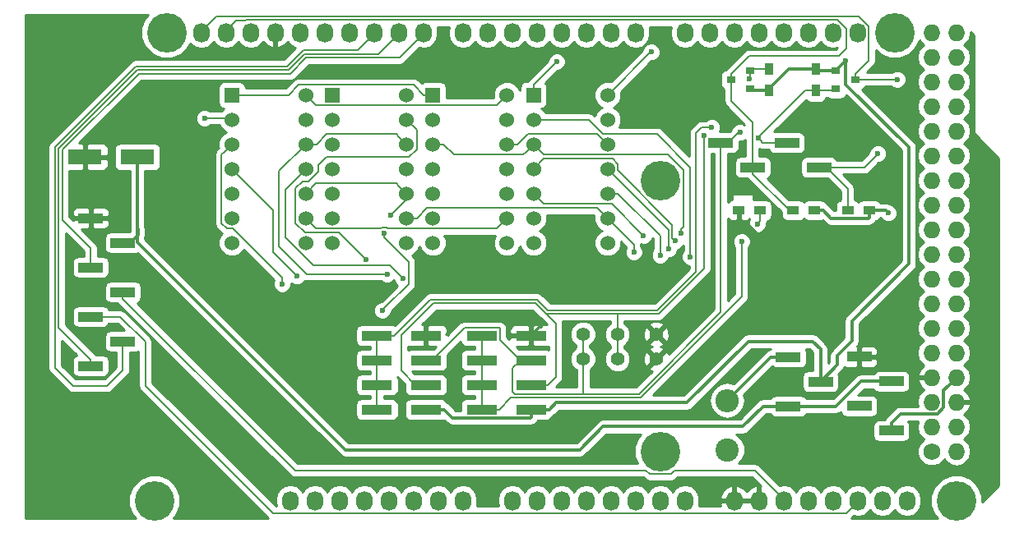
<source format=gtl>
G04 #@! TF.FileFunction,Copper,L1,Top,Signal*
%FSLAX46Y46*%
G04 Gerber Fmt 4.6, Leading zero omitted, Abs format (unit mm)*
G04 Created by KiCad (PCBNEW 4.0.7) date 01/09/18 02:40:13*
%MOMM*%
%LPD*%
G01*
G04 APERTURE LIST*
%ADD10C,0.100000*%
%ADD11C,1.727200*%
%ADD12O,1.727200X1.727200*%
%ADD13O,1.727200X2.032000*%
%ADD14C,4.064000*%
%ADD15R,3.500000X1.600000*%
%ADD16R,1.524000X1.524000*%
%ADD17C,1.524000*%
%ADD18R,2.510000X1.000000*%
%ADD19R,0.900000X0.800000*%
%ADD20R,0.900000X1.200000*%
%ADD21R,1.200000X0.900000*%
%ADD22R,3.150000X1.000000*%
%ADD23C,2.400000*%
%ADD24O,2.400000X2.400000*%
%ADD25C,1.400000*%
%ADD26C,0.600000*%
%ADD27C,0.304800*%
%ADD28C,0.177800*%
%ADD29C,0.254000*%
G04 APERTURE END LIST*
D10*
D11*
X197358000Y-114046000D03*
D12*
X199898000Y-114046000D03*
X197358000Y-111506000D03*
X199898000Y-111506000D03*
X197358000Y-108966000D03*
X199898000Y-108966000D03*
X197358000Y-106426000D03*
X199898000Y-106426000D03*
X197358000Y-103886000D03*
X199898000Y-103886000D03*
X197358000Y-101346000D03*
X199898000Y-101346000D03*
X197358000Y-98806000D03*
X199898000Y-98806000D03*
X197358000Y-96266000D03*
X199898000Y-96266000D03*
X197358000Y-93726000D03*
X199898000Y-93726000D03*
X197358000Y-91186000D03*
X199898000Y-91186000D03*
X197358000Y-88646000D03*
X199898000Y-88646000D03*
X197358000Y-86106000D03*
X199898000Y-86106000D03*
X197358000Y-83566000D03*
X199898000Y-83566000D03*
X197358000Y-81026000D03*
X199898000Y-81026000D03*
X197358000Y-78486000D03*
X199898000Y-78486000D03*
X197358000Y-75946000D03*
X199898000Y-75946000D03*
X197358000Y-73406000D03*
X199898000Y-73406000D03*
X197358000Y-70866000D03*
X199898000Y-70866000D03*
D13*
X131318000Y-119126000D03*
X133858000Y-119126000D03*
X136398000Y-119126000D03*
X138938000Y-119126000D03*
X141478000Y-119126000D03*
X144018000Y-119126000D03*
X146558000Y-119126000D03*
X149098000Y-119126000D03*
X154178000Y-119126000D03*
X156718000Y-119126000D03*
X159258000Y-119126000D03*
X161798000Y-119126000D03*
X164338000Y-119126000D03*
X166878000Y-119126000D03*
X169418000Y-119126000D03*
X171958000Y-119126000D03*
X177038000Y-119126000D03*
X179578000Y-119126000D03*
X182118000Y-119126000D03*
X184658000Y-119126000D03*
X187198000Y-119126000D03*
X189738000Y-119126000D03*
X192278000Y-119126000D03*
X194818000Y-119126000D03*
X122174000Y-70866000D03*
X124714000Y-70866000D03*
X127254000Y-70866000D03*
X129794000Y-70866000D03*
X132334000Y-70866000D03*
X134874000Y-70866000D03*
X137414000Y-70866000D03*
X139954000Y-70866000D03*
X142494000Y-70866000D03*
X145034000Y-70866000D03*
X149098000Y-70866000D03*
X151638000Y-70866000D03*
X154178000Y-70866000D03*
X156718000Y-70866000D03*
X159258000Y-70866000D03*
X161798000Y-70866000D03*
X164338000Y-70866000D03*
X166878000Y-70866000D03*
X171958000Y-70866000D03*
X174498000Y-70866000D03*
X177038000Y-70866000D03*
X179578000Y-70866000D03*
X182118000Y-70866000D03*
X184658000Y-70866000D03*
X187198000Y-70866000D03*
X189738000Y-70866000D03*
D14*
X117348000Y-119126000D03*
X169418000Y-114046000D03*
X199898000Y-119126000D03*
X118618000Y-70866000D03*
X169418000Y-86106000D03*
X193548000Y-70866000D03*
D15*
X115600000Y-83700000D03*
X110200000Y-83700000D03*
D16*
X125315001Y-77305001D03*
D17*
X125315001Y-79845001D03*
X125315001Y-82385001D03*
X125315001Y-84925001D03*
X125315001Y-87465001D03*
X125315001Y-90005001D03*
X125315001Y-92545001D03*
X132935001Y-77305001D03*
X132935001Y-79845001D03*
X132935001Y-82385001D03*
X132935001Y-84925001D03*
X132935001Y-87465001D03*
X132935001Y-90005001D03*
X132935001Y-92545001D03*
D16*
X135665001Y-77305001D03*
D17*
X135665001Y-79845001D03*
X135665001Y-82385001D03*
X135665001Y-84925001D03*
X135665001Y-87465001D03*
X135665001Y-90005001D03*
X135665001Y-92545001D03*
X143285001Y-77305001D03*
X143285001Y-79845001D03*
X143285001Y-82385001D03*
X143285001Y-84925001D03*
X143285001Y-87465001D03*
X143285001Y-90005001D03*
X143285001Y-92545001D03*
D16*
X146015001Y-77305001D03*
D17*
X146015001Y-79845001D03*
X146015001Y-82385001D03*
X146015001Y-84925001D03*
X146015001Y-87465001D03*
X146015001Y-90005001D03*
X146015001Y-92545001D03*
X153635001Y-77305001D03*
X153635001Y-79845001D03*
X153635001Y-82385001D03*
X153635001Y-84925001D03*
X153635001Y-87465001D03*
X153635001Y-90005001D03*
X153635001Y-92545001D03*
D16*
X156365001Y-77305001D03*
D17*
X156365001Y-79845001D03*
X156365001Y-82385001D03*
X156365001Y-84925001D03*
X156365001Y-87465001D03*
X156365001Y-90005001D03*
X156365001Y-92545001D03*
X163985001Y-77305001D03*
X163985001Y-79845001D03*
X163985001Y-82385001D03*
X163985001Y-84925001D03*
X163985001Y-87465001D03*
X163985001Y-90005001D03*
X163985001Y-92545001D03*
D18*
X110790000Y-90000000D03*
X110790000Y-95080000D03*
X110790000Y-100160000D03*
X110790000Y-105240000D03*
X114100000Y-92540000D03*
X114100000Y-97620000D03*
X114100000Y-102700000D03*
D19*
X178700000Y-76700000D03*
X178700000Y-74800000D03*
X176700000Y-75750000D03*
X187500000Y-74800000D03*
X187500000Y-76700000D03*
X189500000Y-75750000D03*
D20*
X180600000Y-76850001D03*
X180600000Y-74650001D03*
X185400000Y-74660001D03*
X185400000Y-76860001D03*
D21*
X185297500Y-89200000D03*
X183097500Y-89200000D03*
X190900000Y-89200000D03*
X188700000Y-89200000D03*
X179700000Y-89200000D03*
X177500000Y-89200000D03*
D18*
X189900000Y-104300000D03*
X189900000Y-109380000D03*
X193210000Y-106840000D03*
X193210000Y-111920000D03*
D22*
X145302495Y-109746055D03*
X140252495Y-109746055D03*
X145302495Y-107206055D03*
X140252495Y-107206055D03*
X145302495Y-104666055D03*
X140252495Y-104666055D03*
X145302495Y-102126055D03*
X140252495Y-102126055D03*
X156102495Y-109746055D03*
X151052495Y-109746055D03*
X156102495Y-107206055D03*
X151052495Y-107206055D03*
X156102495Y-104666055D03*
X151052495Y-104666055D03*
X156102495Y-102126055D03*
X151052495Y-102126055D03*
D18*
X182600000Y-104320000D03*
X182600000Y-109400000D03*
X185910000Y-106860000D03*
X178955000Y-84770000D03*
X175645000Y-82230000D03*
X185755000Y-84770000D03*
X182445000Y-82230000D03*
D23*
X176300000Y-113880000D03*
D24*
X176300000Y-108800000D03*
D25*
X169000000Y-104500000D03*
X169000000Y-101960000D03*
X161460000Y-104500000D03*
X161460000Y-101960000D03*
X165000000Y-104540000D03*
X165000000Y-102000000D03*
D26*
X191200000Y-102100000D03*
X186000000Y-98200000D03*
X169500000Y-71300000D03*
X172300000Y-77300000D03*
X177500000Y-90600000D03*
X157100000Y-101100000D03*
X192886511Y-89475752D03*
X179473331Y-81731091D03*
X173952845Y-81487289D03*
X178603634Y-75632309D03*
X177618938Y-81164709D03*
X188500000Y-73800000D03*
X122500000Y-79700000D03*
X130500000Y-96800000D03*
X132000000Y-96000000D03*
X139155702Y-94305969D03*
X141300000Y-95788910D03*
X142911090Y-96200000D03*
X140800000Y-99515547D03*
X141700000Y-89700000D03*
X141000000Y-91600000D03*
X158757754Y-73871448D03*
X167700000Y-91800000D03*
X168480657Y-72888901D03*
X166700000Y-93500000D03*
X172511090Y-93980110D03*
X171586554Y-91540414D03*
X170960258Y-92356198D03*
X170278764Y-93192783D03*
X169410748Y-93811090D03*
X177794846Y-92426166D03*
X179400000Y-90600000D03*
X174719931Y-80647519D03*
X191817856Y-83351244D03*
X193800000Y-75700000D03*
D27*
X177500000Y-90600000D02*
X178400000Y-90600000D01*
X178400000Y-90600000D02*
X186000000Y-98200000D01*
X172300000Y-77300000D02*
X169500000Y-74500000D01*
X169500000Y-74500000D02*
X169500000Y-71300000D01*
X177500000Y-90600000D02*
X177500000Y-89200000D01*
X156102495Y-102126055D02*
X156102495Y-102097505D01*
X156102495Y-102097505D02*
X157100000Y-101100000D01*
D28*
X114100000Y-97620000D02*
X114100000Y-98297800D01*
X182118000Y-118973600D02*
X182118000Y-119126000D01*
X114100000Y-98297800D02*
X131808693Y-116006493D01*
X167943559Y-116006493D02*
X168303967Y-116366901D01*
X131808693Y-116006493D02*
X167943559Y-116006493D01*
X168303967Y-116366901D02*
X170532033Y-116366901D01*
X170532033Y-116366901D02*
X170892441Y-116006493D01*
X170892441Y-116006493D02*
X179150893Y-116006493D01*
X179150893Y-116006493D02*
X182118000Y-118973600D01*
X110790000Y-100160000D02*
X113835022Y-100160000D01*
X113835022Y-100160000D02*
X116400000Y-102724978D01*
X116400000Y-102724978D02*
X116400000Y-107275022D01*
X116400000Y-107275022D02*
X129555888Y-120430910D01*
X129555888Y-120430910D02*
X188585490Y-120430910D01*
X188585490Y-120430910D02*
X189738000Y-119278400D01*
X189738000Y-119278400D02*
X189738000Y-119126000D01*
D27*
X177289949Y-113900000D02*
X176300000Y-113900000D01*
X192610759Y-89200000D02*
X192886511Y-89475752D01*
X190900000Y-89200000D02*
X192610759Y-89200000D01*
X190900000Y-89200000D02*
X190900000Y-89954800D01*
X190900000Y-89954800D02*
X190852399Y-90002401D01*
X190852399Y-90002401D02*
X187004701Y-90002401D01*
X187004701Y-90002401D02*
X186202300Y-89200000D01*
X186202300Y-89200000D02*
X185297500Y-89200000D01*
X193210000Y-111920000D02*
X193210000Y-111115200D01*
X193210000Y-111115200D02*
X194143199Y-110182001D01*
X194143199Y-110182001D02*
X197941681Y-110182001D01*
X197941681Y-110182001D02*
X198574001Y-109549681D01*
X198574001Y-109549681D02*
X198574001Y-107749999D01*
X198574001Y-107749999D02*
X199034401Y-107289599D01*
X199034401Y-107289599D02*
X199898000Y-106426000D01*
D28*
X157681397Y-99874957D02*
X165000000Y-99874957D01*
X165000000Y-102000000D02*
X165000000Y-99874957D01*
X165000000Y-99874957D02*
X169268979Y-99874957D01*
X165000000Y-104540000D02*
X165000000Y-103550051D01*
X165000000Y-103550051D02*
X165000000Y-102000000D01*
X157656440Y-99850000D02*
X157681397Y-99874957D01*
X169268979Y-99874957D02*
X173952845Y-95191091D01*
X173952845Y-95191091D02*
X173952845Y-81911553D01*
X173952845Y-81911553D02*
X173952845Y-81487289D01*
X158652495Y-100846055D02*
X157656440Y-99850000D01*
X157656440Y-99850000D02*
X156568472Y-98762032D01*
X142752495Y-105731055D02*
X144227495Y-107206055D01*
X146071496Y-98762032D02*
X142752495Y-102081033D01*
X144227495Y-107206055D02*
X145302495Y-107206055D01*
X156568472Y-98762032D02*
X146071496Y-98762032D01*
X158652495Y-106300000D02*
X158652495Y-100846055D01*
X142752495Y-102081033D02*
X142752495Y-105731055D01*
X184344421Y-76860001D02*
X179773330Y-81431092D01*
X179773330Y-82031090D02*
X179473331Y-81731091D01*
X182445000Y-82230000D02*
X179972240Y-82230000D01*
X179773330Y-81431092D02*
X179473331Y-81731091D01*
X179972240Y-82230000D02*
X179773330Y-82031090D01*
X185400000Y-76860001D02*
X184344421Y-76860001D01*
X158652495Y-106408855D02*
X158652495Y-106300000D01*
X156102495Y-107206055D02*
X157855295Y-107206055D01*
X157855295Y-107206055D02*
X158652495Y-106408855D01*
X185400000Y-76860001D02*
X187339999Y-76860001D01*
X187339999Y-76860001D02*
X187500000Y-76700000D01*
X161460000Y-101960000D02*
X161460000Y-104500000D01*
X154423607Y-108122189D02*
X161500000Y-108122189D01*
X161500000Y-108122189D02*
X167206439Y-108122189D01*
X161460000Y-104500000D02*
X161460000Y-105489949D01*
X161460000Y-105489949D02*
X161500000Y-105529949D01*
X161500000Y-105529949D02*
X161500000Y-108122189D01*
X167206439Y-108122189D02*
X175645000Y-99683628D01*
X175645000Y-82907800D02*
X175645000Y-82230000D01*
X155027495Y-104666055D02*
X154238594Y-105454956D01*
X154238594Y-105454956D02*
X154238594Y-107937176D01*
X154238594Y-107937176D02*
X154423607Y-108122189D01*
X175645000Y-99683628D02*
X175645000Y-82907800D01*
X178700000Y-75535943D02*
X178603634Y-75632309D01*
X178700000Y-74800000D02*
X178700000Y-75535943D01*
X176400000Y-82230000D02*
X177465291Y-81164709D01*
X177465291Y-81164709D02*
X177618938Y-81164709D01*
X175645000Y-82230000D02*
X176400000Y-82230000D01*
X145302495Y-104666055D02*
X145917473Y-104666055D01*
X152916396Y-101394934D02*
X152916396Y-102554956D01*
X145917473Y-104666055D02*
X149246374Y-101337154D01*
X152916396Y-102554956D02*
X155027495Y-104666055D01*
X149246374Y-101337154D02*
X152858616Y-101337154D01*
X152858616Y-101337154D02*
X152916396Y-101394934D01*
X155027495Y-104666055D02*
X156102495Y-104666055D01*
X180600000Y-74650001D02*
X178849999Y-74650001D01*
X178849999Y-74650001D02*
X178700000Y-74800000D01*
X132660898Y-72695981D02*
X138276419Y-72695981D01*
X107116273Y-82645095D02*
X115403685Y-74357683D01*
X139954000Y-71018400D02*
X139954000Y-70866000D01*
X107116273Y-105462118D02*
X107116273Y-82645095D01*
X138276419Y-72695981D02*
X139954000Y-71018400D01*
X114100000Y-105676299D02*
X112476299Y-107300000D01*
X108954155Y-107300000D02*
X107116273Y-105462118D01*
X112476299Y-107300000D02*
X108954155Y-107300000D01*
X114100000Y-102700000D02*
X114100000Y-105676299D01*
X130999196Y-74357683D02*
X132660898Y-72695981D01*
X115403685Y-74357683D02*
X130999196Y-74357683D01*
X142494000Y-71018400D02*
X140430916Y-73081484D01*
X115560179Y-74735494D02*
X107494084Y-82801589D01*
X132809699Y-73081484D02*
X131155689Y-74735494D01*
X142494000Y-70866000D02*
X142494000Y-71018400D01*
X140430916Y-73081484D02*
X132809699Y-73081484D01*
X107494084Y-82801589D02*
X107494085Y-101266285D01*
X131155689Y-74735494D02*
X115560179Y-74735494D01*
X107494085Y-101266285D02*
X110790000Y-104562200D01*
X110790000Y-104562200D02*
X110790000Y-105240000D01*
X110790000Y-95080000D02*
X110790000Y-93084840D01*
X110790000Y-93084840D02*
X107871894Y-90166734D01*
X107871894Y-90166734D02*
X107871894Y-82958082D01*
X132961565Y-73466986D02*
X142585414Y-73466986D01*
X107871894Y-82958082D02*
X115716672Y-75113305D01*
X115716672Y-75113305D02*
X131315246Y-75113305D01*
X131315246Y-75113305D02*
X132961565Y-73466986D01*
X142585414Y-73466986D02*
X145034000Y-71018400D01*
X145034000Y-71018400D02*
X145034000Y-70866000D01*
D27*
X193210000Y-106840000D02*
X190072069Y-106840000D01*
X190072069Y-106840000D02*
X187512069Y-109400000D01*
X187512069Y-109400000D02*
X184159800Y-109400000D01*
X184159800Y-109400000D02*
X182600000Y-109400000D01*
X115600000Y-83700000D02*
X115600000Y-92480200D01*
X181040200Y-109400000D02*
X182600000Y-109400000D01*
X115600000Y-92480200D02*
X137019800Y-113900000D01*
X137019800Y-113900000D02*
X161100000Y-113900000D01*
X163520428Y-111479572D02*
X177943251Y-111479572D01*
X161100000Y-113900000D02*
X163520428Y-111479572D01*
X177943251Y-111479572D02*
X180022823Y-109400000D01*
X180022823Y-109400000D02*
X181040200Y-109400000D01*
X115600000Y-83700000D02*
X115600000Y-91040000D01*
X115600000Y-91040000D02*
X115659800Y-91099800D01*
X115659800Y-91099800D02*
X115659800Y-91735200D01*
X115659800Y-91735200D02*
X114855000Y-92540000D01*
X114855000Y-92540000D02*
X114100000Y-92540000D01*
X185910000Y-106860000D02*
X185910000Y-103510000D01*
X172171292Y-109028708D02*
X158699642Y-109028708D01*
X158699642Y-109028708D02*
X157982295Y-109746055D01*
X185910000Y-103510000D02*
X185099341Y-102699341D01*
X185099341Y-102699341D02*
X178500659Y-102699341D01*
X178500659Y-102699341D02*
X172171292Y-109028708D01*
X157982295Y-109746055D02*
X156102495Y-109746055D01*
X185910000Y-106860000D02*
X187619281Y-105150719D01*
X187619281Y-105150719D02*
X187619281Y-104191397D01*
X195000000Y-82715678D02*
X188500000Y-76215678D01*
X188500000Y-74224264D02*
X188500000Y-73800000D01*
X187619281Y-104191397D02*
X189129800Y-102680878D01*
X189129800Y-102680878D02*
X189129800Y-100592678D01*
X189129800Y-100592678D02*
X195000000Y-94722478D01*
X195000000Y-94722478D02*
X195000000Y-82715678D01*
X188500000Y-76215678D02*
X188500000Y-74224264D01*
X180600000Y-76850001D02*
X178850001Y-76850001D01*
X178850001Y-76850001D02*
X178700000Y-76700000D01*
X185400000Y-74660001D02*
X182640000Y-74660001D01*
X182640000Y-74660001D02*
X180600000Y-76700001D01*
X180600000Y-76700001D02*
X180600000Y-76850001D01*
X187500000Y-74800000D02*
X185539999Y-74800000D01*
X185539999Y-74800000D02*
X185400000Y-74660001D01*
X188500000Y-73800000D02*
X187500000Y-74800000D01*
X156102495Y-109746055D02*
X156102495Y-110550855D01*
X156102495Y-110550855D02*
X156054894Y-110598456D01*
X156054894Y-110598456D02*
X148034696Y-110598456D01*
X148034696Y-110598456D02*
X147182295Y-109746055D01*
X147182295Y-109746055D02*
X145302495Y-109746055D01*
D28*
X125315001Y-77305001D02*
X131169741Y-77305001D01*
X145075201Y-77305001D02*
X146015001Y-77305001D01*
X131169741Y-77305001D02*
X132220642Y-76254100D01*
X132220642Y-76254100D02*
X144024300Y-76254100D01*
X144024300Y-76254100D02*
X145075201Y-77305001D01*
X122500000Y-79700000D02*
X125170000Y-79700000D01*
X125170000Y-79700000D02*
X125315001Y-79845001D01*
X130500000Y-96800000D02*
X130500000Y-96174666D01*
X130500000Y-96174666D02*
X125381236Y-91055902D01*
X124264100Y-83435902D02*
X124553002Y-83147000D01*
X125381236Y-91055902D02*
X124810568Y-91055902D01*
X124264100Y-90509434D02*
X124264100Y-83435902D01*
X124553002Y-83147000D02*
X125315001Y-82385001D01*
X124810568Y-91055902D02*
X124264100Y-90509434D01*
X132000000Y-96000000D02*
X129547784Y-93547784D01*
X129547784Y-93547784D02*
X129547784Y-89157784D01*
X129547784Y-89157784D02*
X126077000Y-85687000D01*
X126077000Y-85687000D02*
X125315001Y-84925001D01*
X132935001Y-77305001D02*
X133985902Y-78355902D01*
X152584100Y-78355902D02*
X152873002Y-78067000D01*
X133985902Y-78355902D02*
X152584100Y-78355902D01*
X152873002Y-78067000D02*
X153635001Y-77305001D01*
X143285001Y-79845001D02*
X144335902Y-80895902D01*
X143539374Y-83685962D02*
X135070723Y-83685962D01*
X131884100Y-86920328D02*
X131884100Y-90509434D01*
X136343833Y-91494100D02*
X138855703Y-94005970D01*
X144335902Y-80895902D02*
X144335902Y-82889434D01*
X135070723Y-83685962D02*
X134243175Y-84513510D01*
X132577468Y-86226960D02*
X131884100Y-86920328D01*
X144335902Y-82889434D02*
X143539374Y-83685962D01*
X134243175Y-84513510D02*
X134243175Y-85172161D01*
X134243175Y-85172161D02*
X133188376Y-86226960D01*
X133188376Y-86226960D02*
X132577468Y-86226960D01*
X131884100Y-90509434D02*
X132868766Y-91494100D01*
X132868766Y-91494100D02*
X136343833Y-91494100D01*
X138855703Y-94005970D02*
X139155702Y-94305969D01*
X132935001Y-82385001D02*
X130172960Y-85147042D01*
X130172960Y-85147042D02*
X130172960Y-92907265D01*
X140875736Y-95788910D02*
X141300000Y-95788910D01*
X130172960Y-92907265D02*
X133054605Y-95788910D01*
X133054605Y-95788910D02*
X140875736Y-95788910D01*
X132935001Y-82385001D02*
X134012631Y-82385001D01*
X134012631Y-82385001D02*
X135063532Y-81334100D01*
X135063532Y-81334100D02*
X142234100Y-81334100D01*
X142234100Y-81334100D02*
X142523002Y-81623002D01*
X142523002Y-81623002D02*
X143285001Y-82385001D01*
X141605961Y-94894871D02*
X142611091Y-95900001D01*
X130800000Y-91965334D02*
X133729537Y-94894871D01*
X130800000Y-87060002D02*
X130800000Y-91965334D01*
X132935001Y-84925001D02*
X130800000Y-87060002D01*
X142611091Y-95900001D02*
X142911090Y-96200000D01*
X133729537Y-94894871D02*
X141605961Y-94894871D01*
X143500000Y-94524264D02*
X143500000Y-96815547D01*
X141000000Y-92024264D02*
X143500000Y-94524264D01*
X141000000Y-91600000D02*
X141000000Y-92024264D01*
X141099999Y-99215548D02*
X140800000Y-99515547D01*
X143500000Y-96815547D02*
X141099999Y-99215548D01*
X141700000Y-89700000D02*
X143285001Y-88114999D01*
X143285001Y-88114999D02*
X143285001Y-87465001D01*
X132935001Y-87465001D02*
X133985902Y-86414100D01*
X133985902Y-86414100D02*
X142234100Y-86414100D01*
X142234100Y-86414100D02*
X142523002Y-86703002D01*
X142523002Y-86703002D02*
X143285001Y-87465001D01*
X132935001Y-90005001D02*
X133985902Y-91055902D01*
X133985902Y-91055902D02*
X140672522Y-91055902D01*
X141327478Y-91055902D02*
X152584100Y-91055902D01*
X152584100Y-91055902D02*
X152873002Y-90767000D01*
X141282674Y-91011098D02*
X141327478Y-91055902D01*
X140717326Y-91011098D02*
X141282674Y-91011098D01*
X140672522Y-91055902D02*
X140717326Y-91011098D01*
X152873002Y-90767000D02*
X153635001Y-90005001D01*
X156365001Y-77305001D02*
X156365001Y-76264201D01*
X158457755Y-74171447D02*
X158757754Y-73871448D01*
X156365001Y-76264201D02*
X158457755Y-74171447D01*
X167700000Y-91800000D02*
X164415902Y-88515902D01*
X164415902Y-88515902D02*
X157415902Y-88515902D01*
X157127000Y-88227000D02*
X156365001Y-87465001D01*
X157415902Y-88515902D02*
X157127000Y-88227000D01*
X168401101Y-72888901D02*
X168480657Y-72888901D01*
X163985001Y-77305001D02*
X168401101Y-72888901D01*
X166700000Y-93500000D02*
X166700000Y-92720000D01*
X166700000Y-92720000D02*
X163985001Y-90005001D01*
X143285001Y-90005001D02*
X144362631Y-90005001D01*
X144362631Y-90005001D02*
X145413532Y-88954100D01*
X145413532Y-88954100D02*
X162934100Y-88954100D01*
X163223002Y-89243002D02*
X163985001Y-90005001D01*
X162934100Y-88954100D02*
X163223002Y-89243002D01*
X156365001Y-79845001D02*
X162045001Y-79845001D01*
X162045001Y-79845001D02*
X163534100Y-81334100D01*
X163534100Y-81334100D02*
X169084208Y-81334100D01*
X169084208Y-81334100D02*
X172511090Y-84760982D01*
X172511090Y-84760982D02*
X172511090Y-93555846D01*
X172511090Y-93555846D02*
X172511090Y-93980110D01*
X146015001Y-82385001D02*
X147092631Y-82385001D01*
X147092631Y-82385001D02*
X148143532Y-83435902D01*
X148143532Y-83435902D02*
X155314100Y-83435902D01*
X155314100Y-83435902D02*
X155603002Y-83147000D01*
X171822191Y-85075257D02*
X171822191Y-90880513D01*
X171586554Y-91116150D02*
X171586554Y-91540414D01*
X171822191Y-90880513D02*
X171586554Y-91116150D01*
X170182836Y-83435902D02*
X171822191Y-85075257D01*
X157415902Y-83435902D02*
X170182836Y-83435902D01*
X156365001Y-82385001D02*
X157415902Y-83435902D01*
X155603002Y-83147000D02*
X156365001Y-82385001D01*
X165035902Y-84420568D02*
X165035902Y-85077406D01*
X156365001Y-84925001D02*
X157415902Y-83874100D01*
X170660259Y-92056199D02*
X170960258Y-92356198D01*
X157415902Y-83874100D02*
X164489434Y-83874100D01*
X165035902Y-85077406D02*
X170660259Y-90701763D01*
X164489434Y-83874100D02*
X165035902Y-84420568D01*
X170660259Y-90701763D02*
X170660259Y-92056199D01*
X163223002Y-81623002D02*
X163985001Y-82385001D01*
X162934100Y-81334100D02*
X163223002Y-81623002D01*
X155763532Y-81334100D02*
X162934100Y-81334100D01*
X154712631Y-82385001D02*
X155763532Y-81334100D01*
X153635001Y-82385001D02*
X154712631Y-82385001D01*
X170278764Y-91218764D02*
X170278764Y-92768519D01*
X163985001Y-84925001D02*
X170278764Y-91218764D01*
X170278764Y-92768519D02*
X170278764Y-93192783D01*
X163985001Y-87465001D02*
X165062631Y-87465001D01*
X165062631Y-87465001D02*
X169410748Y-91813118D01*
X169410748Y-91813118D02*
X169410748Y-93386826D01*
X169410748Y-93386826D02*
X169410748Y-93811090D01*
X177794846Y-92850430D02*
X177794846Y-92426166D01*
X154051350Y-108500000D02*
X167362933Y-108500000D01*
X177794846Y-98068087D02*
X177794846Y-92850430D01*
X151052495Y-109746055D02*
X152805295Y-109746055D01*
X167362933Y-108500000D02*
X177794846Y-98068087D01*
X152805295Y-109746055D02*
X154051350Y-108500000D01*
X151052495Y-107206055D02*
X151052495Y-107883855D01*
X151052495Y-107883855D02*
X151052495Y-109746055D01*
X151052495Y-104666055D02*
X151052495Y-105343855D01*
X151052495Y-105343855D02*
X151052495Y-107206055D01*
X151052495Y-102126055D02*
X151052495Y-104666055D01*
X179700000Y-89200000D02*
X179700000Y-90300000D01*
X179700000Y-90300000D02*
X179400000Y-90600000D01*
X140252495Y-102126055D02*
X142005295Y-102126055D01*
X173100000Y-95509632D02*
X173100000Y-81231938D01*
X173100000Y-81231938D02*
X173684419Y-80647519D01*
X142005295Y-102126055D02*
X145747129Y-98384221D01*
X173684419Y-80647519D02*
X174295667Y-80647519D01*
X145747129Y-98384221D02*
X156724966Y-98384221D01*
X156724966Y-98384221D02*
X157837891Y-99497146D01*
X157837891Y-99497146D02*
X169112486Y-99497146D01*
X174295667Y-80647519D02*
X174719931Y-80647519D01*
X169112486Y-99497146D02*
X173100000Y-95509632D01*
X140252495Y-104666055D02*
X140252495Y-103988255D01*
X140252495Y-103988255D02*
X140252495Y-102126055D01*
X140252495Y-104666055D02*
X140252495Y-105343855D01*
X140252495Y-105343855D02*
X140252495Y-107206055D01*
X140252495Y-109068255D02*
X140252495Y-107206055D01*
X140252495Y-109746055D02*
X140252495Y-109068255D01*
X179082435Y-69579270D02*
X179100615Y-69561090D01*
X178572200Y-73300000D02*
X176700000Y-75172200D01*
X188585490Y-70471195D02*
X188585490Y-72514510D01*
X152133565Y-69579270D02*
X153682435Y-69579270D01*
X131856615Y-69561090D02*
X132811385Y-69561090D01*
X163860615Y-69561090D02*
X164815385Y-69561090D01*
X177515385Y-69561090D02*
X177533565Y-69579270D01*
X154673565Y-69579270D02*
X156222435Y-69579270D01*
X132811385Y-69561090D02*
X132829565Y-69579270D01*
X139458435Y-69579270D02*
X139476615Y-69561090D01*
X124714000Y-70866000D02*
X124714000Y-70713600D01*
X185135385Y-69561090D02*
X185153565Y-69579270D01*
X153700615Y-69561090D02*
X154655385Y-69561090D01*
X142989565Y-69579270D02*
X144538435Y-69579270D01*
X186720615Y-69561090D02*
X187675385Y-69561090D01*
X186702435Y-69579270D02*
X186720615Y-69561090D01*
X185153565Y-69579270D02*
X186702435Y-69579270D01*
X184180615Y-69561090D02*
X185135385Y-69561090D01*
X188585490Y-72514510D02*
X187800000Y-73300000D01*
X184162435Y-69579270D02*
X184180615Y-69561090D01*
X182595385Y-69561090D02*
X182613565Y-69579270D01*
X174002435Y-69579270D02*
X174020615Y-69561090D01*
X157213565Y-69579270D02*
X158762435Y-69579270D01*
X181640615Y-69561090D02*
X182595385Y-69561090D01*
X174020615Y-69561090D02*
X174975385Y-69561090D01*
X179100615Y-69561090D02*
X180055385Y-69561090D01*
X177533565Y-69579270D02*
X179082435Y-69579270D01*
X174993565Y-69579270D02*
X176542435Y-69579270D01*
X167355385Y-69561090D02*
X167373565Y-69579270D01*
X166400615Y-69561090D02*
X167355385Y-69561090D01*
X161302435Y-69579270D02*
X161320615Y-69561090D01*
X172435385Y-69561090D02*
X172453565Y-69579270D01*
X149575385Y-69561090D02*
X149593565Y-69579270D01*
X148620615Y-69561090D02*
X149575385Y-69561090D01*
X164815385Y-69561090D02*
X164833565Y-69579270D01*
X163842435Y-69579270D02*
X163860615Y-69561090D01*
X156222435Y-69579270D02*
X156240615Y-69561090D01*
X180055385Y-69561090D02*
X180073565Y-69579270D01*
X142016615Y-69561090D02*
X142971385Y-69561090D01*
X162293565Y-69579270D02*
X163842435Y-69579270D01*
X161320615Y-69561090D02*
X162275385Y-69561090D01*
X159753565Y-69579270D02*
X161302435Y-69579270D01*
X166382435Y-69579270D02*
X166400615Y-69561090D01*
X159735385Y-69561090D02*
X159753565Y-69579270D01*
X129316615Y-69561090D02*
X130271385Y-69561090D01*
X130271385Y-69561090D02*
X130289565Y-69579270D01*
X157195385Y-69561090D02*
X157213565Y-69579270D01*
X151160615Y-69561090D02*
X152115385Y-69561090D01*
X144538435Y-69579270D02*
X144556615Y-69561090D01*
X162275385Y-69561090D02*
X162293565Y-69579270D01*
X151142435Y-69579270D02*
X151160615Y-69561090D01*
X145529565Y-69579270D02*
X148602435Y-69579270D01*
X145511385Y-69561090D02*
X145529565Y-69579270D01*
X153682435Y-69579270D02*
X153700615Y-69561090D01*
X137909565Y-69579270D02*
X139458435Y-69579270D01*
X137891385Y-69561090D02*
X137909565Y-69579270D01*
X136936615Y-69561090D02*
X137891385Y-69561090D01*
X134378435Y-69579270D02*
X134396615Y-69561090D01*
X167373565Y-69579270D02*
X171462435Y-69579270D01*
X135351385Y-69561090D02*
X135369565Y-69579270D01*
X131838435Y-69579270D02*
X131856615Y-69561090D01*
X129298435Y-69579270D02*
X129316615Y-69561090D01*
X126665505Y-69672200D02*
X126776615Y-69561090D01*
X180073565Y-69579270D02*
X181622435Y-69579270D01*
X125755400Y-69672200D02*
X126665505Y-69672200D01*
X181622435Y-69579270D02*
X181640615Y-69561090D01*
X126776615Y-69561090D02*
X127731385Y-69561090D01*
X135369565Y-69579270D02*
X136918435Y-69579270D01*
X142971385Y-69561090D02*
X142989565Y-69579270D01*
X171462435Y-69579270D02*
X171480615Y-69561090D01*
X158780615Y-69561090D02*
X159735385Y-69561090D01*
X171480615Y-69561090D02*
X172435385Y-69561090D01*
X176542435Y-69579270D02*
X176560615Y-69561090D01*
X156240615Y-69561090D02*
X157195385Y-69561090D01*
X124714000Y-70713600D02*
X125755400Y-69672200D01*
X176700000Y-75172200D02*
X176700000Y-75750000D01*
X149593565Y-69579270D02*
X151142435Y-69579270D01*
X174975385Y-69561090D02*
X174993565Y-69579270D01*
X172453565Y-69579270D02*
X174002435Y-69579270D01*
X132829565Y-69579270D02*
X134378435Y-69579270D01*
X158762435Y-69579270D02*
X158780615Y-69561090D01*
X187675385Y-69561090D02*
X188585490Y-70471195D01*
X176560615Y-69561090D02*
X177515385Y-69561090D01*
X152115385Y-69561090D02*
X152133565Y-69579270D01*
X187800000Y-73300000D02*
X178572200Y-73300000D01*
X130289565Y-69579270D02*
X131838435Y-69579270D01*
X140449565Y-69579270D02*
X141998435Y-69579270D01*
X164833565Y-69579270D02*
X166382435Y-69579270D01*
X148602435Y-69579270D02*
X148620615Y-69561090D01*
X182613565Y-69579270D02*
X184162435Y-69579270D01*
X136918435Y-69579270D02*
X136936615Y-69561090D01*
X154655385Y-69561090D02*
X154673565Y-69579270D01*
X139476615Y-69561090D02*
X140431385Y-69561090D01*
X127731385Y-69561090D02*
X127749565Y-69579270D01*
X144556615Y-69561090D02*
X145511385Y-69561090D01*
X127749565Y-69579270D02*
X129298435Y-69579270D01*
X134396615Y-69561090D02*
X135351385Y-69561090D01*
X141998435Y-69579270D02*
X142016615Y-69561090D01*
X140431385Y-69561090D02*
X140449565Y-69579270D01*
X176700000Y-75750000D02*
X176700000Y-77928424D01*
X178882674Y-84019874D02*
X178955000Y-84092200D01*
X176700000Y-77928424D02*
X178882674Y-80111098D01*
X178882674Y-80111098D02*
X178882674Y-84019874D01*
X178955000Y-84092200D02*
X178955000Y-84770000D01*
X183097500Y-89200000D02*
X182707200Y-89200000D01*
X182707200Y-89200000D02*
X178955000Y-85447800D01*
X178955000Y-85447800D02*
X178955000Y-84770000D01*
X135507879Y-69183279D02*
X135526059Y-69201459D01*
X130427879Y-69183279D02*
X130446059Y-69201459D01*
X148445941Y-69201459D02*
X148464121Y-69183279D01*
X178944121Y-69183279D02*
X180211879Y-69183279D01*
X184005941Y-69201459D02*
X184024121Y-69183279D01*
X131681941Y-69201459D02*
X131700121Y-69183279D01*
X126620121Y-69183279D02*
X127887879Y-69183279D01*
X189500000Y-75172200D02*
X189500000Y-75750000D01*
X159891879Y-69183279D02*
X159910059Y-69201459D01*
X167511879Y-69183279D02*
X167530059Y-69201459D01*
X186564121Y-69183279D02*
X187831879Y-69183279D01*
X132986059Y-69201459D02*
X134221941Y-69201459D01*
X173864121Y-69183279D02*
X175131879Y-69183279D01*
X177671879Y-69183279D02*
X177690059Y-69201459D01*
X134221941Y-69201459D02*
X134240121Y-69183279D01*
X152290059Y-69201459D02*
X153525941Y-69201459D01*
X175131879Y-69183279D02*
X175150059Y-69201459D01*
X136780121Y-69183279D02*
X138047879Y-69183279D01*
X154811879Y-69183279D02*
X154830059Y-69201459D01*
X134240121Y-69183279D02*
X135507879Y-69183279D01*
X127906059Y-69201459D02*
X129141941Y-69201459D01*
X172610059Y-69201459D02*
X173845941Y-69201459D01*
X173845941Y-69201459D02*
X173864121Y-69183279D01*
X138066059Y-69201459D02*
X139301941Y-69201459D01*
X158624121Y-69183279D02*
X159891879Y-69183279D01*
X127887879Y-69183279D02*
X127906059Y-69201459D01*
X158605941Y-69201459D02*
X158624121Y-69183279D01*
X184024121Y-69183279D02*
X185291879Y-69183279D01*
X140587879Y-69183279D02*
X140606059Y-69201459D01*
X143146059Y-69201459D02*
X144381941Y-69201459D01*
X143127879Y-69183279D02*
X143146059Y-69201459D01*
X156084121Y-69183279D02*
X157351879Y-69183279D01*
X122174000Y-70866000D02*
X122174000Y-70713600D01*
X187831879Y-69183279D02*
X187850059Y-69201459D01*
X129141941Y-69201459D02*
X129160121Y-69183279D01*
X122174000Y-70713600D02*
X123686141Y-69201459D01*
X130446059Y-69201459D02*
X131681941Y-69201459D01*
X141841941Y-69201459D02*
X141860121Y-69183279D01*
X132967879Y-69183279D02*
X132986059Y-69201459D01*
X149731879Y-69183279D02*
X149750059Y-69201459D01*
X140606059Y-69201459D02*
X141841941Y-69201459D01*
X131700121Y-69183279D02*
X132967879Y-69183279D01*
X150985941Y-69201459D02*
X151004121Y-69183279D01*
X163704121Y-69183279D02*
X164971879Y-69183279D01*
X126601941Y-69201459D02*
X126620121Y-69183279D01*
X164971879Y-69183279D02*
X164990059Y-69201459D01*
X123686141Y-69201459D02*
X126601941Y-69201459D01*
X151004121Y-69183279D02*
X152271879Y-69183279D01*
X129160121Y-69183279D02*
X130427879Y-69183279D01*
X181484121Y-69183279D02*
X182751879Y-69183279D01*
X135526059Y-69201459D02*
X136761941Y-69201459D01*
X136761941Y-69201459D02*
X136780121Y-69183279D01*
X157351879Y-69183279D02*
X157370059Y-69201459D01*
X138047879Y-69183279D02*
X138066059Y-69201459D01*
X145667879Y-69183279D02*
X145686059Y-69201459D01*
X139301941Y-69201459D02*
X139320121Y-69183279D01*
X139320121Y-69183279D02*
X140587879Y-69183279D01*
X141860121Y-69183279D02*
X143127879Y-69183279D01*
X144381941Y-69201459D02*
X144400121Y-69183279D01*
X144400121Y-69183279D02*
X145667879Y-69183279D01*
X145686059Y-69201459D02*
X148445941Y-69201459D01*
X148464121Y-69183279D02*
X149731879Y-69183279D01*
X149750059Y-69201459D02*
X150985941Y-69201459D01*
X152271879Y-69183279D02*
X152290059Y-69201459D01*
X164990059Y-69201459D02*
X166225941Y-69201459D01*
X153525941Y-69201459D02*
X153544121Y-69183279D01*
X153544121Y-69183279D02*
X154811879Y-69183279D01*
X154830059Y-69201459D02*
X156065941Y-69201459D01*
X156065941Y-69201459D02*
X156084121Y-69183279D01*
X157370059Y-69201459D02*
X158605941Y-69201459D01*
X159910059Y-69201459D02*
X161145941Y-69201459D01*
X161145941Y-69201459D02*
X161164121Y-69183279D01*
X161164121Y-69183279D02*
X162431879Y-69183279D01*
X162431879Y-69183279D02*
X162450059Y-69201459D01*
X162450059Y-69201459D02*
X163685941Y-69201459D01*
X163685941Y-69201459D02*
X163704121Y-69183279D01*
X166225941Y-69201459D02*
X166244121Y-69183279D01*
X166244121Y-69183279D02*
X167511879Y-69183279D01*
X167530059Y-69201459D02*
X171305941Y-69201459D01*
X171305941Y-69201459D02*
X171324121Y-69183279D01*
X171324121Y-69183279D02*
X172591879Y-69183279D01*
X172591879Y-69183279D02*
X172610059Y-69201459D01*
X175150059Y-69201459D02*
X176385941Y-69201459D01*
X177690059Y-69201459D02*
X178925941Y-69201459D01*
X176385941Y-69201459D02*
X176404121Y-69183279D01*
X187850059Y-69201459D02*
X189855754Y-69201459D01*
X176404121Y-69183279D02*
X177671879Y-69183279D01*
X178925941Y-69201459D02*
X178944121Y-69183279D01*
X190890510Y-70236215D02*
X190890510Y-73781690D01*
X180211879Y-69183279D02*
X180230059Y-69201459D01*
X189855754Y-69201459D02*
X190890510Y-70236215D01*
X180230059Y-69201459D02*
X181465941Y-69201459D01*
X181465941Y-69201459D02*
X181484121Y-69183279D01*
X182751879Y-69183279D02*
X182770059Y-69201459D01*
X182770059Y-69201459D02*
X184005941Y-69201459D01*
X185291879Y-69183279D02*
X185310059Y-69201459D01*
X185310059Y-69201459D02*
X186545941Y-69201459D01*
X186545941Y-69201459D02*
X186564121Y-69183279D01*
X190890510Y-73781690D02*
X189500000Y-75172200D01*
X185755000Y-84770000D02*
X190399100Y-84770000D01*
X190399100Y-84770000D02*
X191517857Y-83651243D01*
X191517857Y-83651243D02*
X191817856Y-83351244D01*
X193800000Y-75700000D02*
X189550000Y-75700000D01*
X189550000Y-75700000D02*
X189500000Y-75750000D01*
X188700000Y-89200000D02*
X188700000Y-86960000D01*
X188700000Y-86960000D02*
X186510000Y-84770000D01*
X186510000Y-84770000D02*
X185755000Y-84770000D01*
D27*
X176300000Y-108820000D02*
X180800000Y-104320000D01*
X180800000Y-104320000D02*
X182600000Y-104320000D01*
D29*
G36*
X116358345Y-69353293D02*
X115951464Y-70333173D01*
X115950538Y-71394172D01*
X116355709Y-72374761D01*
X117105293Y-73125655D01*
X118085173Y-73532536D01*
X119146172Y-73533462D01*
X120126761Y-73128291D01*
X120877655Y-72378707D01*
X121037071Y-71994789D01*
X121114330Y-72110415D01*
X121600511Y-72435271D01*
X122174000Y-72549345D01*
X122747489Y-72435271D01*
X123233670Y-72110415D01*
X123444000Y-71795634D01*
X123654330Y-72110415D01*
X124140511Y-72435271D01*
X124714000Y-72549345D01*
X125287489Y-72435271D01*
X125773670Y-72110415D01*
X125984000Y-71795634D01*
X126194330Y-72110415D01*
X126680511Y-72435271D01*
X127254000Y-72549345D01*
X127827489Y-72435271D01*
X128313670Y-72110415D01*
X128520461Y-71800931D01*
X128891964Y-72216732D01*
X129419209Y-72470709D01*
X129434974Y-72473358D01*
X129667000Y-72352217D01*
X129667000Y-70993000D01*
X129647000Y-70993000D01*
X129647000Y-70739000D01*
X129667000Y-70739000D01*
X129667000Y-70719000D01*
X129921000Y-70719000D01*
X129921000Y-70739000D01*
X129941000Y-70739000D01*
X129941000Y-70993000D01*
X129921000Y-70993000D01*
X129921000Y-72352217D01*
X130153026Y-72473358D01*
X130168791Y-72470709D01*
X130696036Y-72216732D01*
X131067539Y-71800931D01*
X131274330Y-72110415D01*
X131760511Y-72435271D01*
X131875071Y-72458058D01*
X130699346Y-73633783D01*
X115403685Y-73633783D01*
X115126660Y-73688887D01*
X114891810Y-73845808D01*
X114891808Y-73845811D01*
X106604398Y-82133220D01*
X106447477Y-82368070D01*
X106447477Y-82368071D01*
X106392372Y-82645095D01*
X106392373Y-82645100D01*
X106392373Y-105462113D01*
X106392372Y-105462118D01*
X106433931Y-105671042D01*
X106447477Y-105739143D01*
X106597654Y-105963900D01*
X106604398Y-105973993D01*
X108442278Y-107811872D01*
X108442280Y-107811875D01*
X108599202Y-107916726D01*
X108677131Y-107968797D01*
X108954155Y-108023901D01*
X108954160Y-108023900D01*
X112476294Y-108023900D01*
X112476299Y-108023901D01*
X112707362Y-107977939D01*
X112753324Y-107968796D01*
X112988174Y-107811875D01*
X114611875Y-106188174D01*
X114665372Y-106108110D01*
X114768796Y-105953324D01*
X114789862Y-105847419D01*
X114823901Y-105676299D01*
X114823900Y-105676294D01*
X114823900Y-103847440D01*
X115355000Y-103847440D01*
X115590317Y-103803162D01*
X115676100Y-103747962D01*
X115676100Y-107275017D01*
X115676099Y-107275022D01*
X115722061Y-107506085D01*
X115731204Y-107552047D01*
X115835868Y-107708688D01*
X115888125Y-107786897D01*
X129044011Y-120942782D01*
X129044013Y-120942785D01*
X129063791Y-120956000D01*
X119289807Y-120956000D01*
X119607655Y-120638707D01*
X120014536Y-119658827D01*
X120015462Y-118597828D01*
X119610291Y-117617239D01*
X118860707Y-116866345D01*
X117880827Y-116459464D01*
X116819828Y-116458538D01*
X115839239Y-116863709D01*
X115088345Y-117613293D01*
X114681464Y-118593173D01*
X114680538Y-119654172D01*
X115085709Y-120634761D01*
X115406388Y-120956000D01*
X104088000Y-120956000D01*
X104088000Y-69036000D01*
X116676193Y-69036000D01*
X116358345Y-69353293D01*
X116358345Y-69353293D01*
G37*
X116358345Y-69353293D02*
X115951464Y-70333173D01*
X115950538Y-71394172D01*
X116355709Y-72374761D01*
X117105293Y-73125655D01*
X118085173Y-73532536D01*
X119146172Y-73533462D01*
X120126761Y-73128291D01*
X120877655Y-72378707D01*
X121037071Y-71994789D01*
X121114330Y-72110415D01*
X121600511Y-72435271D01*
X122174000Y-72549345D01*
X122747489Y-72435271D01*
X123233670Y-72110415D01*
X123444000Y-71795634D01*
X123654330Y-72110415D01*
X124140511Y-72435271D01*
X124714000Y-72549345D01*
X125287489Y-72435271D01*
X125773670Y-72110415D01*
X125984000Y-71795634D01*
X126194330Y-72110415D01*
X126680511Y-72435271D01*
X127254000Y-72549345D01*
X127827489Y-72435271D01*
X128313670Y-72110415D01*
X128520461Y-71800931D01*
X128891964Y-72216732D01*
X129419209Y-72470709D01*
X129434974Y-72473358D01*
X129667000Y-72352217D01*
X129667000Y-70993000D01*
X129647000Y-70993000D01*
X129647000Y-70739000D01*
X129667000Y-70739000D01*
X129667000Y-70719000D01*
X129921000Y-70719000D01*
X129921000Y-70739000D01*
X129941000Y-70739000D01*
X129941000Y-70993000D01*
X129921000Y-70993000D01*
X129921000Y-72352217D01*
X130153026Y-72473358D01*
X130168791Y-72470709D01*
X130696036Y-72216732D01*
X131067539Y-71800931D01*
X131274330Y-72110415D01*
X131760511Y-72435271D01*
X131875071Y-72458058D01*
X130699346Y-73633783D01*
X115403685Y-73633783D01*
X115126660Y-73688887D01*
X114891810Y-73845808D01*
X114891808Y-73845811D01*
X106604398Y-82133220D01*
X106447477Y-82368070D01*
X106447477Y-82368071D01*
X106392372Y-82645095D01*
X106392373Y-82645100D01*
X106392373Y-105462113D01*
X106392372Y-105462118D01*
X106433931Y-105671042D01*
X106447477Y-105739143D01*
X106597654Y-105963900D01*
X106604398Y-105973993D01*
X108442278Y-107811872D01*
X108442280Y-107811875D01*
X108599202Y-107916726D01*
X108677131Y-107968797D01*
X108954155Y-108023901D01*
X108954160Y-108023900D01*
X112476294Y-108023900D01*
X112476299Y-108023901D01*
X112707362Y-107977939D01*
X112753324Y-107968796D01*
X112988174Y-107811875D01*
X114611875Y-106188174D01*
X114665372Y-106108110D01*
X114768796Y-105953324D01*
X114789862Y-105847419D01*
X114823901Y-105676299D01*
X114823900Y-105676294D01*
X114823900Y-103847440D01*
X115355000Y-103847440D01*
X115590317Y-103803162D01*
X115676100Y-103747962D01*
X115676100Y-107275017D01*
X115676099Y-107275022D01*
X115722061Y-107506085D01*
X115731204Y-107552047D01*
X115835868Y-107708688D01*
X115888125Y-107786897D01*
X129044011Y-120942782D01*
X129044013Y-120942785D01*
X129063791Y-120956000D01*
X119289807Y-120956000D01*
X119607655Y-120638707D01*
X120014536Y-119658827D01*
X120015462Y-118597828D01*
X119610291Y-117617239D01*
X118860707Y-116866345D01*
X117880827Y-116459464D01*
X116819828Y-116458538D01*
X115839239Y-116863709D01*
X115088345Y-117613293D01*
X114681464Y-118593173D01*
X114680538Y-119654172D01*
X115085709Y-120634761D01*
X115406388Y-120956000D01*
X104088000Y-120956000D01*
X104088000Y-69036000D01*
X116676193Y-69036000D01*
X116358345Y-69353293D01*
G36*
X147599400Y-70681255D02*
X147599400Y-71050745D01*
X147713474Y-71624234D01*
X148038330Y-72110415D01*
X148524511Y-72435271D01*
X149098000Y-72549345D01*
X149671489Y-72435271D01*
X150157670Y-72110415D01*
X150368000Y-71795634D01*
X150578330Y-72110415D01*
X151064511Y-72435271D01*
X151638000Y-72549345D01*
X152211489Y-72435271D01*
X152697670Y-72110415D01*
X152908000Y-71795634D01*
X153118330Y-72110415D01*
X153604511Y-72435271D01*
X154178000Y-72549345D01*
X154751489Y-72435271D01*
X155237670Y-72110415D01*
X155448000Y-71795634D01*
X155658330Y-72110415D01*
X156144511Y-72435271D01*
X156718000Y-72549345D01*
X157291489Y-72435271D01*
X157777670Y-72110415D01*
X157988000Y-71795634D01*
X158198330Y-72110415D01*
X158684511Y-72435271D01*
X159258000Y-72549345D01*
X159831489Y-72435271D01*
X160317670Y-72110415D01*
X160528000Y-71795634D01*
X160738330Y-72110415D01*
X161224511Y-72435271D01*
X161798000Y-72549345D01*
X162371489Y-72435271D01*
X162857670Y-72110415D01*
X163068000Y-71795634D01*
X163278330Y-72110415D01*
X163764511Y-72435271D01*
X164338000Y-72549345D01*
X164911489Y-72435271D01*
X165397670Y-72110415D01*
X165608000Y-71795634D01*
X165818330Y-72110415D01*
X166304511Y-72435271D01*
X166878000Y-72549345D01*
X167451489Y-72435271D01*
X167935817Y-72111653D01*
X167688465Y-72358574D01*
X167545819Y-72702102D01*
X167545803Y-72720450D01*
X164330455Y-75935797D01*
X164264101Y-75908244D01*
X163708340Y-75907759D01*
X163194698Y-76119991D01*
X162801372Y-76512631D01*
X162588244Y-77025901D01*
X162587759Y-77581662D01*
X162799991Y-78095304D01*
X163192631Y-78488630D01*
X163400513Y-78574950D01*
X163194698Y-78659991D01*
X162801372Y-79052631D01*
X162647338Y-79423588D01*
X162556876Y-79333126D01*
X162322026Y-79176205D01*
X162276064Y-79167062D01*
X162045001Y-79121100D01*
X162044996Y-79121101D01*
X157577448Y-79121101D01*
X157550011Y-79054698D01*
X157197168Y-78701238D01*
X157362318Y-78670163D01*
X157578442Y-78531091D01*
X157723432Y-78318891D01*
X157774441Y-78067001D01*
X157774441Y-76543001D01*
X157730163Y-76307684D01*
X157591091Y-76091560D01*
X157573447Y-76079505D01*
X158846426Y-74806526D01*
X158942921Y-74806610D01*
X159286697Y-74664565D01*
X159549946Y-74401775D01*
X159692592Y-74058247D01*
X159692916Y-73686281D01*
X159550871Y-73342505D01*
X159288081Y-73079256D01*
X158944553Y-72936610D01*
X158572587Y-72936286D01*
X158228811Y-73078331D01*
X157965562Y-73341121D01*
X157822916Y-73684649D01*
X157822831Y-73782621D01*
X155853126Y-75752326D01*
X155757420Y-75895561D01*
X155603001Y-75895561D01*
X155367684Y-75939839D01*
X155151560Y-76078911D01*
X155006570Y-76291111D01*
X154955561Y-76543001D01*
X154955561Y-76842755D01*
X154820011Y-76514698D01*
X154427371Y-76121372D01*
X153914101Y-75908244D01*
X153358340Y-75907759D01*
X152844698Y-76119991D01*
X152451372Y-76512631D01*
X152238244Y-77025901D01*
X152237759Y-77581662D01*
X152258559Y-77632002D01*
X147424441Y-77632002D01*
X147424441Y-76543001D01*
X147380163Y-76307684D01*
X147241091Y-76091560D01*
X147028891Y-75946570D01*
X146777001Y-75895561D01*
X145253001Y-75895561D01*
X145017684Y-75939839D01*
X144844944Y-76050994D01*
X144536175Y-75742225D01*
X144478322Y-75703569D01*
X144301325Y-75585304D01*
X144255363Y-75576161D01*
X144024300Y-75530199D01*
X144024295Y-75530200D01*
X132220642Y-75530200D01*
X131943617Y-75585304D01*
X131708767Y-75742225D01*
X131708765Y-75742228D01*
X130869891Y-76581101D01*
X126724441Y-76581101D01*
X126724441Y-76543001D01*
X126680163Y-76307684D01*
X126541091Y-76091560D01*
X126328891Y-75946570D01*
X126077001Y-75895561D01*
X124553001Y-75895561D01*
X124317684Y-75939839D01*
X124101560Y-76078911D01*
X123956570Y-76291111D01*
X123905561Y-76543001D01*
X123905561Y-78067001D01*
X123949839Y-78302318D01*
X124088911Y-78518442D01*
X124301111Y-78663432D01*
X124484125Y-78700493D01*
X124208037Y-78976100D01*
X123098500Y-78976100D01*
X123030327Y-78907808D01*
X122686799Y-78765162D01*
X122314833Y-78764838D01*
X121971057Y-78906883D01*
X121707808Y-79169673D01*
X121565162Y-79513201D01*
X121564838Y-79885167D01*
X121706883Y-80228943D01*
X121969673Y-80492192D01*
X122313201Y-80634838D01*
X122685167Y-80635162D01*
X123028943Y-80493117D01*
X123098281Y-80423900D01*
X124042641Y-80423900D01*
X124129991Y-80635304D01*
X124522631Y-81028630D01*
X124730513Y-81114950D01*
X124524698Y-81199991D01*
X124131372Y-81592631D01*
X123918244Y-82105901D01*
X123917759Y-82661662D01*
X123946071Y-82730181D01*
X123752225Y-82924027D01*
X123595304Y-83158877D01*
X123591625Y-83177371D01*
X123540199Y-83435902D01*
X123540200Y-83435907D01*
X123540200Y-90509429D01*
X123540199Y-90509434D01*
X123565209Y-90635162D01*
X123595304Y-90786459D01*
X123752225Y-91021309D01*
X124298691Y-91567774D01*
X124298693Y-91567777D01*
X124309389Y-91574924D01*
X124131372Y-91752631D01*
X123918244Y-92265901D01*
X123917759Y-92821662D01*
X124129991Y-93335304D01*
X124522631Y-93728630D01*
X125035901Y-93941758D01*
X125591662Y-93942243D01*
X126105304Y-93730011D01*
X126498630Y-93337371D01*
X126539802Y-93238218D01*
X129667743Y-96366159D01*
X129565162Y-96613201D01*
X129564838Y-96985167D01*
X129706883Y-97328943D01*
X129969673Y-97592192D01*
X130313201Y-97734838D01*
X130685167Y-97735162D01*
X131028943Y-97593117D01*
X131292192Y-97330327D01*
X131434838Y-96986799D01*
X131435038Y-96757496D01*
X131469673Y-96792192D01*
X131813201Y-96934838D01*
X132185167Y-96935162D01*
X132528943Y-96793117D01*
X132792192Y-96530327D01*
X132818932Y-96465931D01*
X133054605Y-96512810D01*
X140701500Y-96512810D01*
X140769673Y-96581102D01*
X141113201Y-96723748D01*
X141485167Y-96724072D01*
X141828943Y-96582027D01*
X141990593Y-96420659D01*
X142117973Y-96728943D01*
X142340219Y-96951578D01*
X140711328Y-98580469D01*
X140614833Y-98580385D01*
X140271057Y-98722430D01*
X140007808Y-98985220D01*
X139865162Y-99328748D01*
X139864838Y-99700714D01*
X140006883Y-100044490D01*
X140269673Y-100307739D01*
X140613201Y-100450385D01*
X140985167Y-100450709D01*
X141328943Y-100308664D01*
X141592192Y-100045874D01*
X141734838Y-99702346D01*
X141734923Y-99604374D01*
X144011875Y-97327422D01*
X144140338Y-97135162D01*
X144168796Y-97092572D01*
X144189836Y-96986799D01*
X144223901Y-96815547D01*
X144223900Y-96815542D01*
X144223900Y-94524269D01*
X144223901Y-94524264D01*
X144168797Y-94247240D01*
X144011875Y-94012389D01*
X143830605Y-93831119D01*
X144075304Y-93730011D01*
X144468630Y-93337371D01*
X144650185Y-92900138D01*
X144829991Y-93335304D01*
X145222631Y-93728630D01*
X145735901Y-93941758D01*
X146291662Y-93942243D01*
X146805304Y-93730011D01*
X147198630Y-93337371D01*
X147411758Y-92824101D01*
X147412243Y-92268340D01*
X147210384Y-91779802D01*
X152440090Y-91779802D01*
X152238244Y-92265901D01*
X152237759Y-92821662D01*
X152449991Y-93335304D01*
X152842631Y-93728630D01*
X153355901Y-93941758D01*
X153911662Y-93942243D01*
X154425304Y-93730011D01*
X154818630Y-93337371D01*
X155000185Y-92900138D01*
X155179991Y-93335304D01*
X155572631Y-93728630D01*
X156085901Y-93941758D01*
X156641662Y-93942243D01*
X157155304Y-93730011D01*
X157548630Y-93337371D01*
X157761758Y-92824101D01*
X157762243Y-92268340D01*
X157550011Y-91754698D01*
X157157371Y-91361372D01*
X156949489Y-91275052D01*
X157155304Y-91190011D01*
X157548630Y-90797371D01*
X157761758Y-90284101D01*
X157762243Y-89728340D01*
X157741443Y-89678000D01*
X162608134Y-89678000D01*
X162588244Y-89725901D01*
X162587759Y-90281662D01*
X162799991Y-90795304D01*
X163192631Y-91188630D01*
X163400513Y-91274950D01*
X163194698Y-91359991D01*
X162801372Y-91752631D01*
X162588244Y-92265901D01*
X162587759Y-92821662D01*
X162799991Y-93335304D01*
X163192631Y-93728630D01*
X163705901Y-93941758D01*
X164261662Y-93942243D01*
X164775304Y-93730011D01*
X165168630Y-93337371D01*
X165381758Y-92824101D01*
X165382106Y-92425855D01*
X165916874Y-92960623D01*
X165907808Y-92969673D01*
X165765162Y-93313201D01*
X165764838Y-93685167D01*
X165906883Y-94028943D01*
X166169673Y-94292192D01*
X166513201Y-94434838D01*
X166885167Y-94435162D01*
X167228943Y-94293117D01*
X167492192Y-94030327D01*
X167634838Y-93686799D01*
X167635162Y-93314833D01*
X167493117Y-92971057D01*
X167423900Y-92901719D01*
X167423900Y-92720000D01*
X167419077Y-92695754D01*
X167513201Y-92734838D01*
X167885167Y-92735162D01*
X168228943Y-92593117D01*
X168492192Y-92330327D01*
X168613079Y-92039199D01*
X168686848Y-92112968D01*
X168686848Y-93212590D01*
X168618556Y-93280763D01*
X168475910Y-93624291D01*
X168475586Y-93996257D01*
X168617631Y-94340033D01*
X168880421Y-94603282D01*
X169223949Y-94745928D01*
X169595915Y-94746252D01*
X169939691Y-94604207D01*
X170202940Y-94341417D01*
X170291644Y-94127795D01*
X170463931Y-94127945D01*
X170807707Y-93985900D01*
X171070956Y-93723110D01*
X171213602Y-93379582D01*
X171213703Y-93263148D01*
X171489201Y-93149315D01*
X171752450Y-92886525D01*
X171787190Y-92802862D01*
X171787190Y-93381610D01*
X171718898Y-93449783D01*
X171576252Y-93793311D01*
X171575928Y-94165277D01*
X171717973Y-94509053D01*
X171980763Y-94772302D01*
X172324291Y-94914948D01*
X172376100Y-94914993D01*
X172376100Y-95209783D01*
X168812636Y-98773246D01*
X158137740Y-98773246D01*
X157236841Y-97872346D01*
X157119526Y-97793959D01*
X157001991Y-97715425D01*
X156956029Y-97706282D01*
X156724966Y-97660320D01*
X156724961Y-97660321D01*
X145747129Y-97660321D01*
X145470104Y-97715425D01*
X145235254Y-97872346D01*
X145235252Y-97872349D01*
X142078213Y-101029387D01*
X141827495Y-100978615D01*
X138677495Y-100978615D01*
X138442178Y-101022893D01*
X138226054Y-101161965D01*
X138081064Y-101374165D01*
X138030055Y-101626055D01*
X138030055Y-102626055D01*
X138074333Y-102861372D01*
X138213405Y-103077496D01*
X138425605Y-103222486D01*
X138677495Y-103273495D01*
X139528595Y-103273495D01*
X139528595Y-103518615D01*
X138677495Y-103518615D01*
X138442178Y-103562893D01*
X138226054Y-103701965D01*
X138081064Y-103914165D01*
X138030055Y-104166055D01*
X138030055Y-105166055D01*
X138074333Y-105401372D01*
X138213405Y-105617496D01*
X138425605Y-105762486D01*
X138677495Y-105813495D01*
X139528595Y-105813495D01*
X139528595Y-106058615D01*
X138677495Y-106058615D01*
X138442178Y-106102893D01*
X138226054Y-106241965D01*
X138081064Y-106454165D01*
X138030055Y-106706055D01*
X138030055Y-107706055D01*
X138074333Y-107941372D01*
X138213405Y-108157496D01*
X138425605Y-108302486D01*
X138677495Y-108353495D01*
X139528595Y-108353495D01*
X139528595Y-108598615D01*
X138677495Y-108598615D01*
X138442178Y-108642893D01*
X138226054Y-108781965D01*
X138081064Y-108994165D01*
X138030055Y-109246055D01*
X138030055Y-110246055D01*
X138074333Y-110481372D01*
X138213405Y-110697496D01*
X138425605Y-110842486D01*
X138677495Y-110893495D01*
X141827495Y-110893495D01*
X142062812Y-110849217D01*
X142278936Y-110710145D01*
X142423926Y-110497945D01*
X142474935Y-110246055D01*
X142474935Y-109246055D01*
X142430657Y-109010738D01*
X142291585Y-108794614D01*
X142079385Y-108649624D01*
X141827495Y-108598615D01*
X140976395Y-108598615D01*
X140976395Y-108353495D01*
X141827495Y-108353495D01*
X142062812Y-108309217D01*
X142278936Y-108170145D01*
X142423926Y-107957945D01*
X142474935Y-107706055D01*
X142474935Y-106706055D01*
X142430657Y-106470738D01*
X142362484Y-106364794D01*
X143080055Y-107082365D01*
X143080055Y-107706055D01*
X143124333Y-107941372D01*
X143263405Y-108157496D01*
X143475605Y-108302486D01*
X143727495Y-108353495D01*
X146877495Y-108353495D01*
X147112812Y-108309217D01*
X147328936Y-108170145D01*
X147473926Y-107957945D01*
X147524935Y-107706055D01*
X147524935Y-106706055D01*
X147480657Y-106470738D01*
X147341585Y-106254614D01*
X147129385Y-106109624D01*
X146877495Y-106058615D01*
X144103805Y-106058615D01*
X143858685Y-105813495D01*
X146877495Y-105813495D01*
X147112812Y-105769217D01*
X147328936Y-105630145D01*
X147473926Y-105417945D01*
X147524935Y-105166055D01*
X147524935Y-104166055D01*
X147511678Y-104095600D01*
X148853995Y-102753283D01*
X148874333Y-102861372D01*
X149013405Y-103077496D01*
X149225605Y-103222486D01*
X149477495Y-103273495D01*
X150328595Y-103273495D01*
X150328595Y-103518615D01*
X149477495Y-103518615D01*
X149242178Y-103562893D01*
X149026054Y-103701965D01*
X148881064Y-103914165D01*
X148830055Y-104166055D01*
X148830055Y-105166055D01*
X148874333Y-105401372D01*
X149013405Y-105617496D01*
X149225605Y-105762486D01*
X149477495Y-105813495D01*
X150328595Y-105813495D01*
X150328595Y-106058615D01*
X149477495Y-106058615D01*
X149242178Y-106102893D01*
X149026054Y-106241965D01*
X148881064Y-106454165D01*
X148830055Y-106706055D01*
X148830055Y-107706055D01*
X148874333Y-107941372D01*
X149013405Y-108157496D01*
X149225605Y-108302486D01*
X149477495Y-108353495D01*
X150328595Y-108353495D01*
X150328595Y-108598615D01*
X149477495Y-108598615D01*
X149242178Y-108642893D01*
X149026054Y-108781965D01*
X148881064Y-108994165D01*
X148830055Y-109246055D01*
X148830055Y-109811056D01*
X148360848Y-109811056D01*
X147739071Y-109189279D01*
X147483620Y-109018592D01*
X147482077Y-109018285D01*
X147480657Y-109010738D01*
X147341585Y-108794614D01*
X147129385Y-108649624D01*
X146877495Y-108598615D01*
X143727495Y-108598615D01*
X143492178Y-108642893D01*
X143276054Y-108781965D01*
X143131064Y-108994165D01*
X143080055Y-109246055D01*
X143080055Y-110246055D01*
X143124333Y-110481372D01*
X143263405Y-110697496D01*
X143475605Y-110842486D01*
X143727495Y-110893495D01*
X146877495Y-110893495D01*
X147112812Y-110849217D01*
X147148768Y-110826080D01*
X147477920Y-111155232D01*
X147733371Y-111325919D01*
X148034696Y-111385856D01*
X156054894Y-111385856D01*
X156356219Y-111325919D01*
X156611670Y-111155232D01*
X156659271Y-111107631D01*
X156802352Y-110893495D01*
X157677495Y-110893495D01*
X157912812Y-110849217D01*
X158128936Y-110710145D01*
X158273926Y-110497945D01*
X158278673Y-110474502D01*
X158283620Y-110473518D01*
X158539071Y-110302831D01*
X159025794Y-109816108D01*
X172171292Y-109816108D01*
X172472617Y-109756171D01*
X172728068Y-109585484D01*
X178826811Y-103486741D01*
X180804166Y-103486741D01*
X180768559Y-103538854D01*
X180498675Y-103592537D01*
X180243224Y-103763224D01*
X176948419Y-107058029D01*
X176300000Y-106929050D01*
X175597776Y-107068731D01*
X175002459Y-107466509D01*
X174604681Y-108061826D01*
X174465000Y-108764050D01*
X174465000Y-108835950D01*
X174604681Y-109538174D01*
X175002459Y-110133491D01*
X175597776Y-110531269D01*
X176300000Y-110670950D01*
X177002224Y-110531269D01*
X177597541Y-110133491D01*
X177995319Y-109538174D01*
X178135000Y-108835950D01*
X178135000Y-108764050D01*
X178024587Y-108208965D01*
X180929150Y-105304402D01*
X181093110Y-105416431D01*
X181345000Y-105467440D01*
X183855000Y-105467440D01*
X184090317Y-105423162D01*
X184306441Y-105284090D01*
X184451431Y-105071890D01*
X184502440Y-104820000D01*
X184502440Y-103820000D01*
X184458162Y-103584683D01*
X184395138Y-103486741D01*
X184773189Y-103486741D01*
X185122600Y-103836152D01*
X185122600Y-105712560D01*
X184655000Y-105712560D01*
X184419683Y-105756838D01*
X184203559Y-105895910D01*
X184058569Y-106108110D01*
X184007560Y-106360000D01*
X184007560Y-107360000D01*
X184051838Y-107595317D01*
X184190910Y-107811441D01*
X184403110Y-107956431D01*
X184655000Y-108007440D01*
X187165000Y-108007440D01*
X187400317Y-107963162D01*
X187616441Y-107824090D01*
X187761431Y-107611890D01*
X187812440Y-107360000D01*
X187812440Y-106360000D01*
X187768162Y-106124683D01*
X187764523Y-106119029D01*
X188176057Y-105707495D01*
X188346744Y-105452044D01*
X188362965Y-105370496D01*
X188518691Y-105435000D01*
X189614250Y-105435000D01*
X189773000Y-105276250D01*
X189773000Y-104427000D01*
X190027000Y-104427000D01*
X190027000Y-105276250D01*
X190185750Y-105435000D01*
X191281309Y-105435000D01*
X191514698Y-105338327D01*
X191693327Y-105159699D01*
X191790000Y-104926310D01*
X191790000Y-104585750D01*
X191631250Y-104427000D01*
X190027000Y-104427000D01*
X189773000Y-104427000D01*
X189753000Y-104427000D01*
X189753000Y-104173000D01*
X189773000Y-104173000D01*
X189773000Y-103323750D01*
X190027000Y-103323750D01*
X190027000Y-104173000D01*
X191631250Y-104173000D01*
X191790000Y-104014250D01*
X191790000Y-103673690D01*
X191693327Y-103440301D01*
X191514698Y-103261673D01*
X191281309Y-103165000D01*
X190185750Y-103165000D01*
X190027000Y-103323750D01*
X189773000Y-103323750D01*
X189686707Y-103237457D01*
X189857263Y-102982203D01*
X189917200Y-102680878D01*
X189917200Y-100918830D01*
X195556776Y-95279254D01*
X195727463Y-95023803D01*
X195787400Y-94722478D01*
X195787400Y-82715678D01*
X195727463Y-82414353D01*
X195556776Y-82158902D01*
X190156465Y-76758591D01*
X190185317Y-76753162D01*
X190401441Y-76614090D01*
X190531392Y-76423900D01*
X193201500Y-76423900D01*
X193269673Y-76492192D01*
X193613201Y-76634838D01*
X193985167Y-76635162D01*
X194328943Y-76493117D01*
X194592192Y-76230327D01*
X194734838Y-75886799D01*
X194735162Y-75514833D01*
X194593117Y-75171057D01*
X194330327Y-74907808D01*
X193986799Y-74765162D01*
X193614833Y-74764838D01*
X193271057Y-74906883D01*
X193201719Y-74976100D01*
X190719850Y-74976100D01*
X191402385Y-74293565D01*
X191406020Y-74288125D01*
X191559306Y-74058715D01*
X191614410Y-73781690D01*
X191614410Y-72704036D01*
X192035293Y-73125655D01*
X193015173Y-73532536D01*
X194076172Y-73533462D01*
X195056761Y-73128291D01*
X195807655Y-72378707D01*
X196104214Y-71664513D01*
X196298330Y-71955029D01*
X196569172Y-72136000D01*
X196298330Y-72316971D01*
X195973474Y-72803152D01*
X195859400Y-73376641D01*
X195859400Y-73435359D01*
X195973474Y-74008848D01*
X196298330Y-74495029D01*
X196569172Y-74676000D01*
X196298330Y-74856971D01*
X195973474Y-75343152D01*
X195859400Y-75916641D01*
X195859400Y-75975359D01*
X195973474Y-76548848D01*
X196298330Y-77035029D01*
X196569172Y-77216000D01*
X196298330Y-77396971D01*
X195973474Y-77883152D01*
X195859400Y-78456641D01*
X195859400Y-78515359D01*
X195973474Y-79088848D01*
X196298330Y-79575029D01*
X196569172Y-79756000D01*
X196298330Y-79936971D01*
X195973474Y-80423152D01*
X195859400Y-80996641D01*
X195859400Y-81055359D01*
X195973474Y-81628848D01*
X196298330Y-82115029D01*
X196569172Y-82296000D01*
X196298330Y-82476971D01*
X195973474Y-82963152D01*
X195859400Y-83536641D01*
X195859400Y-83595359D01*
X195973474Y-84168848D01*
X196298330Y-84655029D01*
X196569172Y-84836000D01*
X196298330Y-85016971D01*
X195973474Y-85503152D01*
X195859400Y-86076641D01*
X195859400Y-86135359D01*
X195973474Y-86708848D01*
X196298330Y-87195029D01*
X196569172Y-87376000D01*
X196298330Y-87556971D01*
X195973474Y-88043152D01*
X195859400Y-88616641D01*
X195859400Y-88675359D01*
X195973474Y-89248848D01*
X196298330Y-89735029D01*
X196569172Y-89916000D01*
X196298330Y-90096971D01*
X195973474Y-90583152D01*
X195859400Y-91156641D01*
X195859400Y-91215359D01*
X195973474Y-91788848D01*
X196298330Y-92275029D01*
X196569172Y-92456000D01*
X196298330Y-92636971D01*
X195973474Y-93123152D01*
X195859400Y-93696641D01*
X195859400Y-93755359D01*
X195973474Y-94328848D01*
X196298330Y-94815029D01*
X196569172Y-94996000D01*
X196298330Y-95176971D01*
X195973474Y-95663152D01*
X195859400Y-96236641D01*
X195859400Y-96295359D01*
X195973474Y-96868848D01*
X196298330Y-97355029D01*
X196569172Y-97536000D01*
X196298330Y-97716971D01*
X195973474Y-98203152D01*
X195859400Y-98776641D01*
X195859400Y-98835359D01*
X195973474Y-99408848D01*
X196298330Y-99895029D01*
X196569172Y-100076000D01*
X196298330Y-100256971D01*
X195973474Y-100743152D01*
X195859400Y-101316641D01*
X195859400Y-101375359D01*
X195973474Y-101948848D01*
X196298330Y-102435029D01*
X196569172Y-102616000D01*
X196298330Y-102796971D01*
X195973474Y-103283152D01*
X195859400Y-103856641D01*
X195859400Y-103915359D01*
X195973474Y-104488848D01*
X196298330Y-104975029D01*
X196569161Y-105155992D01*
X196151179Y-105537510D01*
X195903032Y-106066973D01*
X196023531Y-106299000D01*
X197231000Y-106299000D01*
X197231000Y-106279000D01*
X197485000Y-106279000D01*
X197485000Y-106299000D01*
X197505000Y-106299000D01*
X197505000Y-106553000D01*
X197485000Y-106553000D01*
X197485000Y-106573000D01*
X197231000Y-106573000D01*
X197231000Y-106553000D01*
X196023531Y-106553000D01*
X195903032Y-106785027D01*
X196151179Y-107314490D01*
X196569161Y-107696008D01*
X196298330Y-107876971D01*
X195973474Y-108363152D01*
X195859400Y-108936641D01*
X195859400Y-108995359D01*
X195938814Y-109394601D01*
X194143199Y-109394601D01*
X193841874Y-109454538D01*
X193586423Y-109625225D01*
X192653224Y-110558424D01*
X192510143Y-110772560D01*
X191955000Y-110772560D01*
X191719683Y-110816838D01*
X191503559Y-110955910D01*
X191358569Y-111168110D01*
X191307560Y-111420000D01*
X191307560Y-112420000D01*
X191351838Y-112655317D01*
X191490910Y-112871441D01*
X191703110Y-113016431D01*
X191955000Y-113067440D01*
X194465000Y-113067440D01*
X194700317Y-113023162D01*
X194916441Y-112884090D01*
X195061431Y-112671890D01*
X195112440Y-112420000D01*
X195112440Y-111420000D01*
X195068162Y-111184683D01*
X194929632Y-110969401D01*
X195960296Y-110969401D01*
X195859400Y-111476641D01*
X195859400Y-111535359D01*
X195973474Y-112108848D01*
X196298330Y-112595029D01*
X196545544Y-112760212D01*
X196510220Y-112774808D01*
X196088290Y-113196003D01*
X195859661Y-113746602D01*
X195859141Y-114342782D01*
X196086808Y-114893780D01*
X196508003Y-115315710D01*
X197058602Y-115544339D01*
X197654782Y-115544859D01*
X198205780Y-115317192D01*
X198627710Y-114895997D01*
X198647220Y-114849012D01*
X198838330Y-115135029D01*
X199324511Y-115459885D01*
X199898000Y-115573959D01*
X200471489Y-115459885D01*
X200957670Y-115135029D01*
X201282526Y-114648848D01*
X201396600Y-114075359D01*
X201396600Y-114016641D01*
X201282526Y-113443152D01*
X200957670Y-112956971D01*
X200686828Y-112776000D01*
X200957670Y-112595029D01*
X201282526Y-112108848D01*
X201396600Y-111535359D01*
X201396600Y-111476641D01*
X201282526Y-110903152D01*
X200957670Y-110416971D01*
X200686839Y-110236008D01*
X201104821Y-109854490D01*
X201352968Y-109325027D01*
X201232469Y-109093000D01*
X200025000Y-109093000D01*
X200025000Y-109113000D01*
X199771000Y-109113000D01*
X199771000Y-109093000D01*
X199751000Y-109093000D01*
X199751000Y-108839000D01*
X199771000Y-108839000D01*
X199771000Y-108819000D01*
X200025000Y-108819000D01*
X200025000Y-108839000D01*
X201232469Y-108839000D01*
X201352968Y-108606973D01*
X201104821Y-108077510D01*
X200686839Y-107695992D01*
X200957670Y-107515029D01*
X201282526Y-107028848D01*
X201396600Y-106455359D01*
X201396600Y-106396641D01*
X201282526Y-105823152D01*
X200957670Y-105336971D01*
X200686828Y-105156000D01*
X200957670Y-104975029D01*
X201282526Y-104488848D01*
X201396600Y-103915359D01*
X201396600Y-103856641D01*
X201282526Y-103283152D01*
X200957670Y-102796971D01*
X200686828Y-102616000D01*
X200957670Y-102435029D01*
X201282526Y-101948848D01*
X201396600Y-101375359D01*
X201396600Y-101316641D01*
X201282526Y-100743152D01*
X200957670Y-100256971D01*
X200686828Y-100076000D01*
X200957670Y-99895029D01*
X201282526Y-99408848D01*
X201396600Y-98835359D01*
X201396600Y-98776641D01*
X201282526Y-98203152D01*
X200957670Y-97716971D01*
X200686828Y-97536000D01*
X200957670Y-97355029D01*
X201282526Y-96868848D01*
X201396600Y-96295359D01*
X201396600Y-96236641D01*
X201282526Y-95663152D01*
X200957670Y-95176971D01*
X200686828Y-94996000D01*
X200957670Y-94815029D01*
X201282526Y-94328848D01*
X201396600Y-93755359D01*
X201396600Y-93696641D01*
X201282526Y-93123152D01*
X200957670Y-92636971D01*
X200686828Y-92456000D01*
X200957670Y-92275029D01*
X201282526Y-91788848D01*
X201396600Y-91215359D01*
X201396600Y-91156641D01*
X201282526Y-90583152D01*
X200957670Y-90096971D01*
X200686828Y-89916000D01*
X200957670Y-89735029D01*
X201282526Y-89248848D01*
X201396600Y-88675359D01*
X201396600Y-88616641D01*
X201282526Y-88043152D01*
X200957670Y-87556971D01*
X200686828Y-87376000D01*
X200957670Y-87195029D01*
X201282526Y-86708848D01*
X201396600Y-86135359D01*
X201396600Y-86076641D01*
X201282526Y-85503152D01*
X200957670Y-85016971D01*
X200686828Y-84836000D01*
X200957670Y-84655029D01*
X201282526Y-84168848D01*
X201396600Y-83595359D01*
X201396600Y-83536641D01*
X201282526Y-82963152D01*
X200957670Y-82476971D01*
X200686828Y-82296000D01*
X200957670Y-82115029D01*
X201282526Y-81628848D01*
X201396600Y-81055359D01*
X201396600Y-80996641D01*
X201282526Y-80423152D01*
X200957670Y-79936971D01*
X200686828Y-79756000D01*
X200957670Y-79575029D01*
X201282526Y-79088848D01*
X201396600Y-78515359D01*
X201396600Y-78456641D01*
X201282526Y-77883152D01*
X200957670Y-77396971D01*
X200686828Y-77216000D01*
X200957670Y-77035029D01*
X201282526Y-76548848D01*
X201396600Y-75975359D01*
X201396600Y-75916641D01*
X201282526Y-75343152D01*
X200957670Y-74856971D01*
X200686828Y-74676000D01*
X200957670Y-74495029D01*
X201282526Y-74008848D01*
X201396600Y-73435359D01*
X201396600Y-73376641D01*
X201282526Y-72803152D01*
X200957670Y-72316971D01*
X200686828Y-72136000D01*
X200957670Y-71955029D01*
X201282526Y-71468848D01*
X201396600Y-70895359D01*
X201396600Y-70836641D01*
X201394626Y-70826717D01*
X201728000Y-71160091D01*
X201728000Y-81026000D01*
X201782046Y-81297705D01*
X201935954Y-81528046D01*
X204268000Y-83860091D01*
X204268000Y-117561909D01*
X202564880Y-119265029D01*
X202565462Y-118597828D01*
X202160291Y-117617239D01*
X201410707Y-116866345D01*
X200430827Y-116459464D01*
X199369828Y-116458538D01*
X198389239Y-116863709D01*
X197638345Y-117613293D01*
X197231464Y-118593173D01*
X197230538Y-119654172D01*
X197635709Y-120634761D01*
X197956388Y-120956000D01*
X189077587Y-120956000D01*
X189097365Y-120942785D01*
X189314954Y-120725196D01*
X189738000Y-120809345D01*
X190311489Y-120695271D01*
X190797670Y-120370415D01*
X191008000Y-120055634D01*
X191218330Y-120370415D01*
X191704511Y-120695271D01*
X192278000Y-120809345D01*
X192851489Y-120695271D01*
X193337670Y-120370415D01*
X193548000Y-120055634D01*
X193758330Y-120370415D01*
X194244511Y-120695271D01*
X194818000Y-120809345D01*
X195391489Y-120695271D01*
X195877670Y-120370415D01*
X196202526Y-119884234D01*
X196316600Y-119310745D01*
X196316600Y-118941255D01*
X196202526Y-118367766D01*
X195877670Y-117881585D01*
X195391489Y-117556729D01*
X194818000Y-117442655D01*
X194244511Y-117556729D01*
X193758330Y-117881585D01*
X193548000Y-118196366D01*
X193337670Y-117881585D01*
X192851489Y-117556729D01*
X192278000Y-117442655D01*
X191704511Y-117556729D01*
X191218330Y-117881585D01*
X191008000Y-118196366D01*
X190797670Y-117881585D01*
X190311489Y-117556729D01*
X189738000Y-117442655D01*
X189164511Y-117556729D01*
X188678330Y-117881585D01*
X188468000Y-118196366D01*
X188257670Y-117881585D01*
X187771489Y-117556729D01*
X187198000Y-117442655D01*
X186624511Y-117556729D01*
X186138330Y-117881585D01*
X185928000Y-118196366D01*
X185717670Y-117881585D01*
X185231489Y-117556729D01*
X184658000Y-117442655D01*
X184084511Y-117556729D01*
X183598330Y-117881585D01*
X183388000Y-118196366D01*
X183177670Y-117881585D01*
X182691489Y-117556729D01*
X182118000Y-117442655D01*
X181694954Y-117526804D01*
X179662768Y-115494618D01*
X179575855Y-115436545D01*
X179427918Y-115337697D01*
X179381956Y-115328554D01*
X179150893Y-115282592D01*
X179150888Y-115282593D01*
X177492307Y-115282593D01*
X177854730Y-114920801D01*
X178134681Y-114246605D01*
X178135318Y-113516597D01*
X177856545Y-112841914D01*
X177340801Y-112325270D01*
X177200404Y-112266972D01*
X177943251Y-112266972D01*
X178244576Y-112207035D01*
X178500027Y-112036348D01*
X180348975Y-110187400D01*
X180775352Y-110187400D01*
X180880910Y-110351441D01*
X181093110Y-110496431D01*
X181345000Y-110547440D01*
X183855000Y-110547440D01*
X184090317Y-110503162D01*
X184306441Y-110364090D01*
X184427168Y-110187400D01*
X187512069Y-110187400D01*
X187813394Y-110127463D01*
X188018354Y-109990513D01*
X188041838Y-110115317D01*
X188180910Y-110331441D01*
X188393110Y-110476431D01*
X188645000Y-110527440D01*
X191155000Y-110527440D01*
X191390317Y-110483162D01*
X191606441Y-110344090D01*
X191751431Y-110131890D01*
X191802440Y-109880000D01*
X191802440Y-108880000D01*
X191758162Y-108644683D01*
X191619090Y-108428559D01*
X191406890Y-108283569D01*
X191155000Y-108232560D01*
X189793061Y-108232560D01*
X190398221Y-107627400D01*
X191385352Y-107627400D01*
X191490910Y-107791441D01*
X191703110Y-107936431D01*
X191955000Y-107987440D01*
X194465000Y-107987440D01*
X194700317Y-107943162D01*
X194916441Y-107804090D01*
X195061431Y-107591890D01*
X195112440Y-107340000D01*
X195112440Y-106340000D01*
X195068162Y-106104683D01*
X194929090Y-105888559D01*
X194716890Y-105743569D01*
X194465000Y-105692560D01*
X191955000Y-105692560D01*
X191719683Y-105736838D01*
X191503559Y-105875910D01*
X191382832Y-106052600D01*
X190072069Y-106052600D01*
X189770744Y-106112537D01*
X189515293Y-106283224D01*
X187185917Y-108612600D01*
X184424648Y-108612600D01*
X184319090Y-108448559D01*
X184106890Y-108303569D01*
X183855000Y-108252560D01*
X181345000Y-108252560D01*
X181109683Y-108296838D01*
X180893559Y-108435910D01*
X180772832Y-108612600D01*
X180022823Y-108612600D01*
X179721498Y-108672537D01*
X179466047Y-108843224D01*
X177617099Y-110692172D01*
X163520428Y-110692172D01*
X163219103Y-110752109D01*
X162963652Y-110922796D01*
X160773848Y-113112600D01*
X137345952Y-113112600D01*
X116387400Y-92154048D01*
X116387400Y-92035836D01*
X116447200Y-91735200D01*
X116447200Y-91099800D01*
X116387400Y-90799164D01*
X116387400Y-85147440D01*
X117350000Y-85147440D01*
X117585317Y-85103162D01*
X117801441Y-84964090D01*
X117946431Y-84751890D01*
X117997440Y-84500000D01*
X117997440Y-82900000D01*
X117953162Y-82664683D01*
X117814090Y-82448559D01*
X117601890Y-82303569D01*
X117350000Y-82252560D01*
X113850000Y-82252560D01*
X113614683Y-82296838D01*
X113398559Y-82435910D01*
X113253569Y-82648110D01*
X113202560Y-82900000D01*
X113202560Y-84500000D01*
X113246838Y-84735317D01*
X113385910Y-84951441D01*
X113598110Y-85096431D01*
X113850000Y-85147440D01*
X114812600Y-85147440D01*
X114812600Y-91392560D01*
X112845000Y-91392560D01*
X112609683Y-91436838D01*
X112393559Y-91575910D01*
X112248569Y-91788110D01*
X112197560Y-92040000D01*
X112197560Y-93040000D01*
X112241838Y-93275317D01*
X112380910Y-93491441D01*
X112593110Y-93636431D01*
X112845000Y-93687440D01*
X115355000Y-93687440D01*
X115590317Y-93643162D01*
X115626273Y-93620025D01*
X136463024Y-114456776D01*
X136718475Y-114627463D01*
X137019800Y-114687400D01*
X161100000Y-114687400D01*
X161401325Y-114627463D01*
X161656776Y-114456776D01*
X163846580Y-112266972D01*
X167425131Y-112266972D01*
X167158345Y-112533293D01*
X166751464Y-113513173D01*
X166750538Y-114574172D01*
X167043252Y-115282593D01*
X132108542Y-115282593D01*
X115555637Y-98729687D01*
X115590317Y-98723162D01*
X115806441Y-98584090D01*
X115951431Y-98371890D01*
X116002440Y-98120000D01*
X116002440Y-97120000D01*
X115958162Y-96884683D01*
X115819090Y-96668559D01*
X115606890Y-96523569D01*
X115355000Y-96472560D01*
X112845000Y-96472560D01*
X112609683Y-96516838D01*
X112393559Y-96655910D01*
X112248569Y-96868110D01*
X112197560Y-97120000D01*
X112197560Y-98120000D01*
X112241838Y-98355317D01*
X112380910Y-98571441D01*
X112593110Y-98716431D01*
X112845000Y-98767440D01*
X113559905Y-98767440D01*
X113576306Y-98791987D01*
X113588125Y-98809675D01*
X131296816Y-116518365D01*
X131296818Y-116518368D01*
X131453740Y-116623219D01*
X131531669Y-116675290D01*
X131808693Y-116730394D01*
X131808698Y-116730393D01*
X167643709Y-116730393D01*
X167792092Y-116878776D01*
X168026943Y-117035698D01*
X168303967Y-117090802D01*
X168303972Y-117090801D01*
X170532028Y-117090801D01*
X170532033Y-117090802D01*
X170763096Y-117044840D01*
X170809058Y-117035697D01*
X171043908Y-116878776D01*
X171192291Y-116730393D01*
X178851043Y-116730393D01*
X179741419Y-117620769D01*
X179705000Y-117639783D01*
X179705000Y-118999000D01*
X179725000Y-118999000D01*
X179725000Y-119253000D01*
X179705000Y-119253000D01*
X179705000Y-119273000D01*
X179451000Y-119273000D01*
X179451000Y-119253000D01*
X177165000Y-119253000D01*
X177165000Y-119273000D01*
X176911000Y-119273000D01*
X176911000Y-119253000D01*
X175697076Y-119253000D01*
X175552816Y-119487913D01*
X175629455Y-119707010D01*
X173377778Y-119707010D01*
X173456600Y-119310745D01*
X173456600Y-118941255D01*
X173421360Y-118764087D01*
X175552816Y-118764087D01*
X175697076Y-118999000D01*
X176911000Y-118999000D01*
X176911000Y-117639783D01*
X177165000Y-117639783D01*
X177165000Y-118999000D01*
X179451000Y-118999000D01*
X179451000Y-117639783D01*
X179218974Y-117518642D01*
X179203209Y-117521291D01*
X178675964Y-117775268D01*
X178308000Y-118187108D01*
X177940036Y-117775268D01*
X177412791Y-117521291D01*
X177397026Y-117518642D01*
X177165000Y-117639783D01*
X176911000Y-117639783D01*
X176678974Y-117518642D01*
X176663209Y-117521291D01*
X176135964Y-117775268D01*
X175746046Y-118211680D01*
X175552816Y-118764087D01*
X173421360Y-118764087D01*
X173342526Y-118367766D01*
X173017670Y-117881585D01*
X172531489Y-117556729D01*
X171958000Y-117442655D01*
X171384511Y-117556729D01*
X170898330Y-117881585D01*
X170688000Y-118196366D01*
X170477670Y-117881585D01*
X169991489Y-117556729D01*
X169418000Y-117442655D01*
X168844511Y-117556729D01*
X168358330Y-117881585D01*
X168148000Y-118196366D01*
X167937670Y-117881585D01*
X167451489Y-117556729D01*
X166878000Y-117442655D01*
X166304511Y-117556729D01*
X165818330Y-117881585D01*
X165608000Y-118196366D01*
X165397670Y-117881585D01*
X164911489Y-117556729D01*
X164338000Y-117442655D01*
X163764511Y-117556729D01*
X163278330Y-117881585D01*
X163068000Y-118196366D01*
X162857670Y-117881585D01*
X162371489Y-117556729D01*
X161798000Y-117442655D01*
X161224511Y-117556729D01*
X160738330Y-117881585D01*
X160528000Y-118196366D01*
X160317670Y-117881585D01*
X159831489Y-117556729D01*
X159258000Y-117442655D01*
X158684511Y-117556729D01*
X158198330Y-117881585D01*
X157988000Y-118196366D01*
X157777670Y-117881585D01*
X157291489Y-117556729D01*
X156718000Y-117442655D01*
X156144511Y-117556729D01*
X155658330Y-117881585D01*
X155448000Y-118196366D01*
X155237670Y-117881585D01*
X154751489Y-117556729D01*
X154178000Y-117442655D01*
X153604511Y-117556729D01*
X153118330Y-117881585D01*
X152793474Y-118367766D01*
X152679400Y-118941255D01*
X152679400Y-119310745D01*
X152758222Y-119707010D01*
X150517778Y-119707010D01*
X150596600Y-119310745D01*
X150596600Y-118941255D01*
X150482526Y-118367766D01*
X150157670Y-117881585D01*
X149671489Y-117556729D01*
X149098000Y-117442655D01*
X148524511Y-117556729D01*
X148038330Y-117881585D01*
X147828000Y-118196366D01*
X147617670Y-117881585D01*
X147131489Y-117556729D01*
X146558000Y-117442655D01*
X145984511Y-117556729D01*
X145498330Y-117881585D01*
X145288000Y-118196366D01*
X145077670Y-117881585D01*
X144591489Y-117556729D01*
X144018000Y-117442655D01*
X143444511Y-117556729D01*
X142958330Y-117881585D01*
X142748000Y-118196366D01*
X142537670Y-117881585D01*
X142051489Y-117556729D01*
X141478000Y-117442655D01*
X140904511Y-117556729D01*
X140418330Y-117881585D01*
X140208000Y-118196366D01*
X139997670Y-117881585D01*
X139511489Y-117556729D01*
X138938000Y-117442655D01*
X138364511Y-117556729D01*
X137878330Y-117881585D01*
X137668000Y-118196366D01*
X137457670Y-117881585D01*
X136971489Y-117556729D01*
X136398000Y-117442655D01*
X135824511Y-117556729D01*
X135338330Y-117881585D01*
X135128000Y-118196366D01*
X134917670Y-117881585D01*
X134431489Y-117556729D01*
X133858000Y-117442655D01*
X133284511Y-117556729D01*
X132798330Y-117881585D01*
X132588000Y-118196366D01*
X132377670Y-117881585D01*
X131891489Y-117556729D01*
X131318000Y-117442655D01*
X130744511Y-117556729D01*
X130258330Y-117881585D01*
X129933474Y-118367766D01*
X129819400Y-118941255D01*
X129819400Y-119310745D01*
X129898222Y-119707010D01*
X129855737Y-119707010D01*
X117123900Y-106975172D01*
X117123900Y-102724983D01*
X117123901Y-102724978D01*
X117068797Y-102447954D01*
X116954586Y-102277025D01*
X116911875Y-102213103D01*
X116911872Y-102213101D01*
X114346897Y-99648125D01*
X114271779Y-99597933D01*
X114112047Y-99491204D01*
X114066085Y-99482061D01*
X113835022Y-99436099D01*
X113835017Y-99436100D01*
X112650310Y-99436100D01*
X112648162Y-99424683D01*
X112509090Y-99208559D01*
X112296890Y-99063569D01*
X112045000Y-99012560D01*
X109535000Y-99012560D01*
X109299683Y-99056838D01*
X109083559Y-99195910D01*
X108938569Y-99408110D01*
X108887560Y-99660000D01*
X108887560Y-100660000D01*
X108931838Y-100895317D01*
X109070910Y-101111441D01*
X109283110Y-101256431D01*
X109535000Y-101307440D01*
X112045000Y-101307440D01*
X112280317Y-101263162D01*
X112496441Y-101124090D01*
X112641431Y-100911890D01*
X112647099Y-100883900D01*
X113535172Y-100883900D01*
X114203832Y-101552560D01*
X112845000Y-101552560D01*
X112609683Y-101596838D01*
X112393559Y-101735910D01*
X112248569Y-101948110D01*
X112197560Y-102200000D01*
X112197560Y-103200000D01*
X112241838Y-103435317D01*
X112380910Y-103651441D01*
X112593110Y-103796431D01*
X112845000Y-103847440D01*
X113376100Y-103847440D01*
X113376100Y-105376449D01*
X112176449Y-106576100D01*
X109254004Y-106576100D01*
X107840173Y-105162268D01*
X107840173Y-102636123D01*
X109334363Y-104130312D01*
X109299683Y-104136838D01*
X109083559Y-104275910D01*
X108938569Y-104488110D01*
X108887560Y-104740000D01*
X108887560Y-105740000D01*
X108931838Y-105975317D01*
X109070910Y-106191441D01*
X109283110Y-106336431D01*
X109535000Y-106387440D01*
X112045000Y-106387440D01*
X112280317Y-106343162D01*
X112496441Y-106204090D01*
X112641431Y-105991890D01*
X112692440Y-105740000D01*
X112692440Y-104740000D01*
X112648162Y-104504683D01*
X112509090Y-104288559D01*
X112296890Y-104143569D01*
X112045000Y-104092560D01*
X111330095Y-104092560D01*
X111301875Y-104050325D01*
X111301872Y-104050323D01*
X108217985Y-100966435D01*
X108217984Y-91536574D01*
X110066100Y-93384690D01*
X110066100Y-93932560D01*
X109535000Y-93932560D01*
X109299683Y-93976838D01*
X109083559Y-94115910D01*
X108938569Y-94328110D01*
X108887560Y-94580000D01*
X108887560Y-95580000D01*
X108931838Y-95815317D01*
X109070910Y-96031441D01*
X109283110Y-96176431D01*
X109535000Y-96227440D01*
X112045000Y-96227440D01*
X112280317Y-96183162D01*
X112496441Y-96044090D01*
X112641431Y-95831890D01*
X112692440Y-95580000D01*
X112692440Y-94580000D01*
X112648162Y-94344683D01*
X112509090Y-94128559D01*
X112296890Y-93983569D01*
X112045000Y-93932560D01*
X111513900Y-93932560D01*
X111513900Y-93084845D01*
X111513901Y-93084840D01*
X111463596Y-92831946D01*
X111458796Y-92807815D01*
X111301875Y-92572965D01*
X109863910Y-91135000D01*
X110504250Y-91135000D01*
X110663000Y-90976250D01*
X110663000Y-90127000D01*
X110917000Y-90127000D01*
X110917000Y-90976250D01*
X111075750Y-91135000D01*
X112171309Y-91135000D01*
X112404698Y-91038327D01*
X112583327Y-90859699D01*
X112680000Y-90626310D01*
X112680000Y-90285750D01*
X112521250Y-90127000D01*
X110917000Y-90127000D01*
X110663000Y-90127000D01*
X109058750Y-90127000D01*
X108957330Y-90228420D01*
X108595794Y-89866884D01*
X108595794Y-89373690D01*
X108900000Y-89373690D01*
X108900000Y-89714250D01*
X109058750Y-89873000D01*
X110663000Y-89873000D01*
X110663000Y-89023750D01*
X110917000Y-89023750D01*
X110917000Y-89873000D01*
X112521250Y-89873000D01*
X112680000Y-89714250D01*
X112680000Y-89373690D01*
X112583327Y-89140301D01*
X112404698Y-88961673D01*
X112171309Y-88865000D01*
X111075750Y-88865000D01*
X110917000Y-89023750D01*
X110663000Y-89023750D01*
X110504250Y-88865000D01*
X109408691Y-88865000D01*
X109175302Y-88961673D01*
X108996673Y-89140301D01*
X108900000Y-89373690D01*
X108595794Y-89373690D01*
X108595794Y-85135000D01*
X109914250Y-85135000D01*
X110073000Y-84976250D01*
X110073000Y-83827000D01*
X110327000Y-83827000D01*
X110327000Y-84976250D01*
X110485750Y-85135000D01*
X112076309Y-85135000D01*
X112309698Y-85038327D01*
X112488327Y-84859699D01*
X112585000Y-84626310D01*
X112585000Y-83985750D01*
X112426250Y-83827000D01*
X110327000Y-83827000D01*
X110073000Y-83827000D01*
X110053000Y-83827000D01*
X110053000Y-83573000D01*
X110073000Y-83573000D01*
X110073000Y-82423750D01*
X110327000Y-82423750D01*
X110327000Y-83573000D01*
X112426250Y-83573000D01*
X112585000Y-83414250D01*
X112585000Y-82773690D01*
X112488327Y-82540301D01*
X112309698Y-82361673D01*
X112076309Y-82265000D01*
X110485750Y-82265000D01*
X110327000Y-82423750D01*
X110073000Y-82423750D01*
X109914250Y-82265000D01*
X109588726Y-82265000D01*
X116016521Y-75837205D01*
X131315241Y-75837205D01*
X131315246Y-75837206D01*
X131546309Y-75791244D01*
X131592271Y-75782101D01*
X131827121Y-75625180D01*
X131827122Y-75625179D01*
X133261414Y-74190886D01*
X142585409Y-74190886D01*
X142585414Y-74190887D01*
X142816477Y-74144925D01*
X142862439Y-74135782D01*
X143097289Y-73978861D01*
X144610954Y-72465196D01*
X145034000Y-72549345D01*
X145607489Y-72435271D01*
X146093670Y-72110415D01*
X146418526Y-71624234D01*
X146532600Y-71050745D01*
X146532600Y-70681255D01*
X146457394Y-70303170D01*
X147674606Y-70303170D01*
X147599400Y-70681255D01*
X147599400Y-70681255D01*
G37*
X147599400Y-70681255D02*
X147599400Y-71050745D01*
X147713474Y-71624234D01*
X148038330Y-72110415D01*
X148524511Y-72435271D01*
X149098000Y-72549345D01*
X149671489Y-72435271D01*
X150157670Y-72110415D01*
X150368000Y-71795634D01*
X150578330Y-72110415D01*
X151064511Y-72435271D01*
X151638000Y-72549345D01*
X152211489Y-72435271D01*
X152697670Y-72110415D01*
X152908000Y-71795634D01*
X153118330Y-72110415D01*
X153604511Y-72435271D01*
X154178000Y-72549345D01*
X154751489Y-72435271D01*
X155237670Y-72110415D01*
X155448000Y-71795634D01*
X155658330Y-72110415D01*
X156144511Y-72435271D01*
X156718000Y-72549345D01*
X157291489Y-72435271D01*
X157777670Y-72110415D01*
X157988000Y-71795634D01*
X158198330Y-72110415D01*
X158684511Y-72435271D01*
X159258000Y-72549345D01*
X159831489Y-72435271D01*
X160317670Y-72110415D01*
X160528000Y-71795634D01*
X160738330Y-72110415D01*
X161224511Y-72435271D01*
X161798000Y-72549345D01*
X162371489Y-72435271D01*
X162857670Y-72110415D01*
X163068000Y-71795634D01*
X163278330Y-72110415D01*
X163764511Y-72435271D01*
X164338000Y-72549345D01*
X164911489Y-72435271D01*
X165397670Y-72110415D01*
X165608000Y-71795634D01*
X165818330Y-72110415D01*
X166304511Y-72435271D01*
X166878000Y-72549345D01*
X167451489Y-72435271D01*
X167935817Y-72111653D01*
X167688465Y-72358574D01*
X167545819Y-72702102D01*
X167545803Y-72720450D01*
X164330455Y-75935797D01*
X164264101Y-75908244D01*
X163708340Y-75907759D01*
X163194698Y-76119991D01*
X162801372Y-76512631D01*
X162588244Y-77025901D01*
X162587759Y-77581662D01*
X162799991Y-78095304D01*
X163192631Y-78488630D01*
X163400513Y-78574950D01*
X163194698Y-78659991D01*
X162801372Y-79052631D01*
X162647338Y-79423588D01*
X162556876Y-79333126D01*
X162322026Y-79176205D01*
X162276064Y-79167062D01*
X162045001Y-79121100D01*
X162044996Y-79121101D01*
X157577448Y-79121101D01*
X157550011Y-79054698D01*
X157197168Y-78701238D01*
X157362318Y-78670163D01*
X157578442Y-78531091D01*
X157723432Y-78318891D01*
X157774441Y-78067001D01*
X157774441Y-76543001D01*
X157730163Y-76307684D01*
X157591091Y-76091560D01*
X157573447Y-76079505D01*
X158846426Y-74806526D01*
X158942921Y-74806610D01*
X159286697Y-74664565D01*
X159549946Y-74401775D01*
X159692592Y-74058247D01*
X159692916Y-73686281D01*
X159550871Y-73342505D01*
X159288081Y-73079256D01*
X158944553Y-72936610D01*
X158572587Y-72936286D01*
X158228811Y-73078331D01*
X157965562Y-73341121D01*
X157822916Y-73684649D01*
X157822831Y-73782621D01*
X155853126Y-75752326D01*
X155757420Y-75895561D01*
X155603001Y-75895561D01*
X155367684Y-75939839D01*
X155151560Y-76078911D01*
X155006570Y-76291111D01*
X154955561Y-76543001D01*
X154955561Y-76842755D01*
X154820011Y-76514698D01*
X154427371Y-76121372D01*
X153914101Y-75908244D01*
X153358340Y-75907759D01*
X152844698Y-76119991D01*
X152451372Y-76512631D01*
X152238244Y-77025901D01*
X152237759Y-77581662D01*
X152258559Y-77632002D01*
X147424441Y-77632002D01*
X147424441Y-76543001D01*
X147380163Y-76307684D01*
X147241091Y-76091560D01*
X147028891Y-75946570D01*
X146777001Y-75895561D01*
X145253001Y-75895561D01*
X145017684Y-75939839D01*
X144844944Y-76050994D01*
X144536175Y-75742225D01*
X144478322Y-75703569D01*
X144301325Y-75585304D01*
X144255363Y-75576161D01*
X144024300Y-75530199D01*
X144024295Y-75530200D01*
X132220642Y-75530200D01*
X131943617Y-75585304D01*
X131708767Y-75742225D01*
X131708765Y-75742228D01*
X130869891Y-76581101D01*
X126724441Y-76581101D01*
X126724441Y-76543001D01*
X126680163Y-76307684D01*
X126541091Y-76091560D01*
X126328891Y-75946570D01*
X126077001Y-75895561D01*
X124553001Y-75895561D01*
X124317684Y-75939839D01*
X124101560Y-76078911D01*
X123956570Y-76291111D01*
X123905561Y-76543001D01*
X123905561Y-78067001D01*
X123949839Y-78302318D01*
X124088911Y-78518442D01*
X124301111Y-78663432D01*
X124484125Y-78700493D01*
X124208037Y-78976100D01*
X123098500Y-78976100D01*
X123030327Y-78907808D01*
X122686799Y-78765162D01*
X122314833Y-78764838D01*
X121971057Y-78906883D01*
X121707808Y-79169673D01*
X121565162Y-79513201D01*
X121564838Y-79885167D01*
X121706883Y-80228943D01*
X121969673Y-80492192D01*
X122313201Y-80634838D01*
X122685167Y-80635162D01*
X123028943Y-80493117D01*
X123098281Y-80423900D01*
X124042641Y-80423900D01*
X124129991Y-80635304D01*
X124522631Y-81028630D01*
X124730513Y-81114950D01*
X124524698Y-81199991D01*
X124131372Y-81592631D01*
X123918244Y-82105901D01*
X123917759Y-82661662D01*
X123946071Y-82730181D01*
X123752225Y-82924027D01*
X123595304Y-83158877D01*
X123591625Y-83177371D01*
X123540199Y-83435902D01*
X123540200Y-83435907D01*
X123540200Y-90509429D01*
X123540199Y-90509434D01*
X123565209Y-90635162D01*
X123595304Y-90786459D01*
X123752225Y-91021309D01*
X124298691Y-91567774D01*
X124298693Y-91567777D01*
X124309389Y-91574924D01*
X124131372Y-91752631D01*
X123918244Y-92265901D01*
X123917759Y-92821662D01*
X124129991Y-93335304D01*
X124522631Y-93728630D01*
X125035901Y-93941758D01*
X125591662Y-93942243D01*
X126105304Y-93730011D01*
X126498630Y-93337371D01*
X126539802Y-93238218D01*
X129667743Y-96366159D01*
X129565162Y-96613201D01*
X129564838Y-96985167D01*
X129706883Y-97328943D01*
X129969673Y-97592192D01*
X130313201Y-97734838D01*
X130685167Y-97735162D01*
X131028943Y-97593117D01*
X131292192Y-97330327D01*
X131434838Y-96986799D01*
X131435038Y-96757496D01*
X131469673Y-96792192D01*
X131813201Y-96934838D01*
X132185167Y-96935162D01*
X132528943Y-96793117D01*
X132792192Y-96530327D01*
X132818932Y-96465931D01*
X133054605Y-96512810D01*
X140701500Y-96512810D01*
X140769673Y-96581102D01*
X141113201Y-96723748D01*
X141485167Y-96724072D01*
X141828943Y-96582027D01*
X141990593Y-96420659D01*
X142117973Y-96728943D01*
X142340219Y-96951578D01*
X140711328Y-98580469D01*
X140614833Y-98580385D01*
X140271057Y-98722430D01*
X140007808Y-98985220D01*
X139865162Y-99328748D01*
X139864838Y-99700714D01*
X140006883Y-100044490D01*
X140269673Y-100307739D01*
X140613201Y-100450385D01*
X140985167Y-100450709D01*
X141328943Y-100308664D01*
X141592192Y-100045874D01*
X141734838Y-99702346D01*
X141734923Y-99604374D01*
X144011875Y-97327422D01*
X144140338Y-97135162D01*
X144168796Y-97092572D01*
X144189836Y-96986799D01*
X144223901Y-96815547D01*
X144223900Y-96815542D01*
X144223900Y-94524269D01*
X144223901Y-94524264D01*
X144168797Y-94247240D01*
X144011875Y-94012389D01*
X143830605Y-93831119D01*
X144075304Y-93730011D01*
X144468630Y-93337371D01*
X144650185Y-92900138D01*
X144829991Y-93335304D01*
X145222631Y-93728630D01*
X145735901Y-93941758D01*
X146291662Y-93942243D01*
X146805304Y-93730011D01*
X147198630Y-93337371D01*
X147411758Y-92824101D01*
X147412243Y-92268340D01*
X147210384Y-91779802D01*
X152440090Y-91779802D01*
X152238244Y-92265901D01*
X152237759Y-92821662D01*
X152449991Y-93335304D01*
X152842631Y-93728630D01*
X153355901Y-93941758D01*
X153911662Y-93942243D01*
X154425304Y-93730011D01*
X154818630Y-93337371D01*
X155000185Y-92900138D01*
X155179991Y-93335304D01*
X155572631Y-93728630D01*
X156085901Y-93941758D01*
X156641662Y-93942243D01*
X157155304Y-93730011D01*
X157548630Y-93337371D01*
X157761758Y-92824101D01*
X157762243Y-92268340D01*
X157550011Y-91754698D01*
X157157371Y-91361372D01*
X156949489Y-91275052D01*
X157155304Y-91190011D01*
X157548630Y-90797371D01*
X157761758Y-90284101D01*
X157762243Y-89728340D01*
X157741443Y-89678000D01*
X162608134Y-89678000D01*
X162588244Y-89725901D01*
X162587759Y-90281662D01*
X162799991Y-90795304D01*
X163192631Y-91188630D01*
X163400513Y-91274950D01*
X163194698Y-91359991D01*
X162801372Y-91752631D01*
X162588244Y-92265901D01*
X162587759Y-92821662D01*
X162799991Y-93335304D01*
X163192631Y-93728630D01*
X163705901Y-93941758D01*
X164261662Y-93942243D01*
X164775304Y-93730011D01*
X165168630Y-93337371D01*
X165381758Y-92824101D01*
X165382106Y-92425855D01*
X165916874Y-92960623D01*
X165907808Y-92969673D01*
X165765162Y-93313201D01*
X165764838Y-93685167D01*
X165906883Y-94028943D01*
X166169673Y-94292192D01*
X166513201Y-94434838D01*
X166885167Y-94435162D01*
X167228943Y-94293117D01*
X167492192Y-94030327D01*
X167634838Y-93686799D01*
X167635162Y-93314833D01*
X167493117Y-92971057D01*
X167423900Y-92901719D01*
X167423900Y-92720000D01*
X167419077Y-92695754D01*
X167513201Y-92734838D01*
X167885167Y-92735162D01*
X168228943Y-92593117D01*
X168492192Y-92330327D01*
X168613079Y-92039199D01*
X168686848Y-92112968D01*
X168686848Y-93212590D01*
X168618556Y-93280763D01*
X168475910Y-93624291D01*
X168475586Y-93996257D01*
X168617631Y-94340033D01*
X168880421Y-94603282D01*
X169223949Y-94745928D01*
X169595915Y-94746252D01*
X169939691Y-94604207D01*
X170202940Y-94341417D01*
X170291644Y-94127795D01*
X170463931Y-94127945D01*
X170807707Y-93985900D01*
X171070956Y-93723110D01*
X171213602Y-93379582D01*
X171213703Y-93263148D01*
X171489201Y-93149315D01*
X171752450Y-92886525D01*
X171787190Y-92802862D01*
X171787190Y-93381610D01*
X171718898Y-93449783D01*
X171576252Y-93793311D01*
X171575928Y-94165277D01*
X171717973Y-94509053D01*
X171980763Y-94772302D01*
X172324291Y-94914948D01*
X172376100Y-94914993D01*
X172376100Y-95209783D01*
X168812636Y-98773246D01*
X158137740Y-98773246D01*
X157236841Y-97872346D01*
X157119526Y-97793959D01*
X157001991Y-97715425D01*
X156956029Y-97706282D01*
X156724966Y-97660320D01*
X156724961Y-97660321D01*
X145747129Y-97660321D01*
X145470104Y-97715425D01*
X145235254Y-97872346D01*
X145235252Y-97872349D01*
X142078213Y-101029387D01*
X141827495Y-100978615D01*
X138677495Y-100978615D01*
X138442178Y-101022893D01*
X138226054Y-101161965D01*
X138081064Y-101374165D01*
X138030055Y-101626055D01*
X138030055Y-102626055D01*
X138074333Y-102861372D01*
X138213405Y-103077496D01*
X138425605Y-103222486D01*
X138677495Y-103273495D01*
X139528595Y-103273495D01*
X139528595Y-103518615D01*
X138677495Y-103518615D01*
X138442178Y-103562893D01*
X138226054Y-103701965D01*
X138081064Y-103914165D01*
X138030055Y-104166055D01*
X138030055Y-105166055D01*
X138074333Y-105401372D01*
X138213405Y-105617496D01*
X138425605Y-105762486D01*
X138677495Y-105813495D01*
X139528595Y-105813495D01*
X139528595Y-106058615D01*
X138677495Y-106058615D01*
X138442178Y-106102893D01*
X138226054Y-106241965D01*
X138081064Y-106454165D01*
X138030055Y-106706055D01*
X138030055Y-107706055D01*
X138074333Y-107941372D01*
X138213405Y-108157496D01*
X138425605Y-108302486D01*
X138677495Y-108353495D01*
X139528595Y-108353495D01*
X139528595Y-108598615D01*
X138677495Y-108598615D01*
X138442178Y-108642893D01*
X138226054Y-108781965D01*
X138081064Y-108994165D01*
X138030055Y-109246055D01*
X138030055Y-110246055D01*
X138074333Y-110481372D01*
X138213405Y-110697496D01*
X138425605Y-110842486D01*
X138677495Y-110893495D01*
X141827495Y-110893495D01*
X142062812Y-110849217D01*
X142278936Y-110710145D01*
X142423926Y-110497945D01*
X142474935Y-110246055D01*
X142474935Y-109246055D01*
X142430657Y-109010738D01*
X142291585Y-108794614D01*
X142079385Y-108649624D01*
X141827495Y-108598615D01*
X140976395Y-108598615D01*
X140976395Y-108353495D01*
X141827495Y-108353495D01*
X142062812Y-108309217D01*
X142278936Y-108170145D01*
X142423926Y-107957945D01*
X142474935Y-107706055D01*
X142474935Y-106706055D01*
X142430657Y-106470738D01*
X142362484Y-106364794D01*
X143080055Y-107082365D01*
X143080055Y-107706055D01*
X143124333Y-107941372D01*
X143263405Y-108157496D01*
X143475605Y-108302486D01*
X143727495Y-108353495D01*
X146877495Y-108353495D01*
X147112812Y-108309217D01*
X147328936Y-108170145D01*
X147473926Y-107957945D01*
X147524935Y-107706055D01*
X147524935Y-106706055D01*
X147480657Y-106470738D01*
X147341585Y-106254614D01*
X147129385Y-106109624D01*
X146877495Y-106058615D01*
X144103805Y-106058615D01*
X143858685Y-105813495D01*
X146877495Y-105813495D01*
X147112812Y-105769217D01*
X147328936Y-105630145D01*
X147473926Y-105417945D01*
X147524935Y-105166055D01*
X147524935Y-104166055D01*
X147511678Y-104095600D01*
X148853995Y-102753283D01*
X148874333Y-102861372D01*
X149013405Y-103077496D01*
X149225605Y-103222486D01*
X149477495Y-103273495D01*
X150328595Y-103273495D01*
X150328595Y-103518615D01*
X149477495Y-103518615D01*
X149242178Y-103562893D01*
X149026054Y-103701965D01*
X148881064Y-103914165D01*
X148830055Y-104166055D01*
X148830055Y-105166055D01*
X148874333Y-105401372D01*
X149013405Y-105617496D01*
X149225605Y-105762486D01*
X149477495Y-105813495D01*
X150328595Y-105813495D01*
X150328595Y-106058615D01*
X149477495Y-106058615D01*
X149242178Y-106102893D01*
X149026054Y-106241965D01*
X148881064Y-106454165D01*
X148830055Y-106706055D01*
X148830055Y-107706055D01*
X148874333Y-107941372D01*
X149013405Y-108157496D01*
X149225605Y-108302486D01*
X149477495Y-108353495D01*
X150328595Y-108353495D01*
X150328595Y-108598615D01*
X149477495Y-108598615D01*
X149242178Y-108642893D01*
X149026054Y-108781965D01*
X148881064Y-108994165D01*
X148830055Y-109246055D01*
X148830055Y-109811056D01*
X148360848Y-109811056D01*
X147739071Y-109189279D01*
X147483620Y-109018592D01*
X147482077Y-109018285D01*
X147480657Y-109010738D01*
X147341585Y-108794614D01*
X147129385Y-108649624D01*
X146877495Y-108598615D01*
X143727495Y-108598615D01*
X143492178Y-108642893D01*
X143276054Y-108781965D01*
X143131064Y-108994165D01*
X143080055Y-109246055D01*
X143080055Y-110246055D01*
X143124333Y-110481372D01*
X143263405Y-110697496D01*
X143475605Y-110842486D01*
X143727495Y-110893495D01*
X146877495Y-110893495D01*
X147112812Y-110849217D01*
X147148768Y-110826080D01*
X147477920Y-111155232D01*
X147733371Y-111325919D01*
X148034696Y-111385856D01*
X156054894Y-111385856D01*
X156356219Y-111325919D01*
X156611670Y-111155232D01*
X156659271Y-111107631D01*
X156802352Y-110893495D01*
X157677495Y-110893495D01*
X157912812Y-110849217D01*
X158128936Y-110710145D01*
X158273926Y-110497945D01*
X158278673Y-110474502D01*
X158283620Y-110473518D01*
X158539071Y-110302831D01*
X159025794Y-109816108D01*
X172171292Y-109816108D01*
X172472617Y-109756171D01*
X172728068Y-109585484D01*
X178826811Y-103486741D01*
X180804166Y-103486741D01*
X180768559Y-103538854D01*
X180498675Y-103592537D01*
X180243224Y-103763224D01*
X176948419Y-107058029D01*
X176300000Y-106929050D01*
X175597776Y-107068731D01*
X175002459Y-107466509D01*
X174604681Y-108061826D01*
X174465000Y-108764050D01*
X174465000Y-108835950D01*
X174604681Y-109538174D01*
X175002459Y-110133491D01*
X175597776Y-110531269D01*
X176300000Y-110670950D01*
X177002224Y-110531269D01*
X177597541Y-110133491D01*
X177995319Y-109538174D01*
X178135000Y-108835950D01*
X178135000Y-108764050D01*
X178024587Y-108208965D01*
X180929150Y-105304402D01*
X181093110Y-105416431D01*
X181345000Y-105467440D01*
X183855000Y-105467440D01*
X184090317Y-105423162D01*
X184306441Y-105284090D01*
X184451431Y-105071890D01*
X184502440Y-104820000D01*
X184502440Y-103820000D01*
X184458162Y-103584683D01*
X184395138Y-103486741D01*
X184773189Y-103486741D01*
X185122600Y-103836152D01*
X185122600Y-105712560D01*
X184655000Y-105712560D01*
X184419683Y-105756838D01*
X184203559Y-105895910D01*
X184058569Y-106108110D01*
X184007560Y-106360000D01*
X184007560Y-107360000D01*
X184051838Y-107595317D01*
X184190910Y-107811441D01*
X184403110Y-107956431D01*
X184655000Y-108007440D01*
X187165000Y-108007440D01*
X187400317Y-107963162D01*
X187616441Y-107824090D01*
X187761431Y-107611890D01*
X187812440Y-107360000D01*
X187812440Y-106360000D01*
X187768162Y-106124683D01*
X187764523Y-106119029D01*
X188176057Y-105707495D01*
X188346744Y-105452044D01*
X188362965Y-105370496D01*
X188518691Y-105435000D01*
X189614250Y-105435000D01*
X189773000Y-105276250D01*
X189773000Y-104427000D01*
X190027000Y-104427000D01*
X190027000Y-105276250D01*
X190185750Y-105435000D01*
X191281309Y-105435000D01*
X191514698Y-105338327D01*
X191693327Y-105159699D01*
X191790000Y-104926310D01*
X191790000Y-104585750D01*
X191631250Y-104427000D01*
X190027000Y-104427000D01*
X189773000Y-104427000D01*
X189753000Y-104427000D01*
X189753000Y-104173000D01*
X189773000Y-104173000D01*
X189773000Y-103323750D01*
X190027000Y-103323750D01*
X190027000Y-104173000D01*
X191631250Y-104173000D01*
X191790000Y-104014250D01*
X191790000Y-103673690D01*
X191693327Y-103440301D01*
X191514698Y-103261673D01*
X191281309Y-103165000D01*
X190185750Y-103165000D01*
X190027000Y-103323750D01*
X189773000Y-103323750D01*
X189686707Y-103237457D01*
X189857263Y-102982203D01*
X189917200Y-102680878D01*
X189917200Y-100918830D01*
X195556776Y-95279254D01*
X195727463Y-95023803D01*
X195787400Y-94722478D01*
X195787400Y-82715678D01*
X195727463Y-82414353D01*
X195556776Y-82158902D01*
X190156465Y-76758591D01*
X190185317Y-76753162D01*
X190401441Y-76614090D01*
X190531392Y-76423900D01*
X193201500Y-76423900D01*
X193269673Y-76492192D01*
X193613201Y-76634838D01*
X193985167Y-76635162D01*
X194328943Y-76493117D01*
X194592192Y-76230327D01*
X194734838Y-75886799D01*
X194735162Y-75514833D01*
X194593117Y-75171057D01*
X194330327Y-74907808D01*
X193986799Y-74765162D01*
X193614833Y-74764838D01*
X193271057Y-74906883D01*
X193201719Y-74976100D01*
X190719850Y-74976100D01*
X191402385Y-74293565D01*
X191406020Y-74288125D01*
X191559306Y-74058715D01*
X191614410Y-73781690D01*
X191614410Y-72704036D01*
X192035293Y-73125655D01*
X193015173Y-73532536D01*
X194076172Y-73533462D01*
X195056761Y-73128291D01*
X195807655Y-72378707D01*
X196104214Y-71664513D01*
X196298330Y-71955029D01*
X196569172Y-72136000D01*
X196298330Y-72316971D01*
X195973474Y-72803152D01*
X195859400Y-73376641D01*
X195859400Y-73435359D01*
X195973474Y-74008848D01*
X196298330Y-74495029D01*
X196569172Y-74676000D01*
X196298330Y-74856971D01*
X195973474Y-75343152D01*
X195859400Y-75916641D01*
X195859400Y-75975359D01*
X195973474Y-76548848D01*
X196298330Y-77035029D01*
X196569172Y-77216000D01*
X196298330Y-77396971D01*
X195973474Y-77883152D01*
X195859400Y-78456641D01*
X195859400Y-78515359D01*
X195973474Y-79088848D01*
X196298330Y-79575029D01*
X196569172Y-79756000D01*
X196298330Y-79936971D01*
X195973474Y-80423152D01*
X195859400Y-80996641D01*
X195859400Y-81055359D01*
X195973474Y-81628848D01*
X196298330Y-82115029D01*
X196569172Y-82296000D01*
X196298330Y-82476971D01*
X195973474Y-82963152D01*
X195859400Y-83536641D01*
X195859400Y-83595359D01*
X195973474Y-84168848D01*
X196298330Y-84655029D01*
X196569172Y-84836000D01*
X196298330Y-85016971D01*
X195973474Y-85503152D01*
X195859400Y-86076641D01*
X195859400Y-86135359D01*
X195973474Y-86708848D01*
X196298330Y-87195029D01*
X196569172Y-87376000D01*
X196298330Y-87556971D01*
X195973474Y-88043152D01*
X195859400Y-88616641D01*
X195859400Y-88675359D01*
X195973474Y-89248848D01*
X196298330Y-89735029D01*
X196569172Y-89916000D01*
X196298330Y-90096971D01*
X195973474Y-90583152D01*
X195859400Y-91156641D01*
X195859400Y-91215359D01*
X195973474Y-91788848D01*
X196298330Y-92275029D01*
X196569172Y-92456000D01*
X196298330Y-92636971D01*
X195973474Y-93123152D01*
X195859400Y-93696641D01*
X195859400Y-93755359D01*
X195973474Y-94328848D01*
X196298330Y-94815029D01*
X196569172Y-94996000D01*
X196298330Y-95176971D01*
X195973474Y-95663152D01*
X195859400Y-96236641D01*
X195859400Y-96295359D01*
X195973474Y-96868848D01*
X196298330Y-97355029D01*
X196569172Y-97536000D01*
X196298330Y-97716971D01*
X195973474Y-98203152D01*
X195859400Y-98776641D01*
X195859400Y-98835359D01*
X195973474Y-99408848D01*
X196298330Y-99895029D01*
X196569172Y-100076000D01*
X196298330Y-100256971D01*
X195973474Y-100743152D01*
X195859400Y-101316641D01*
X195859400Y-101375359D01*
X195973474Y-101948848D01*
X196298330Y-102435029D01*
X196569172Y-102616000D01*
X196298330Y-102796971D01*
X195973474Y-103283152D01*
X195859400Y-103856641D01*
X195859400Y-103915359D01*
X195973474Y-104488848D01*
X196298330Y-104975029D01*
X196569161Y-105155992D01*
X196151179Y-105537510D01*
X195903032Y-106066973D01*
X196023531Y-106299000D01*
X197231000Y-106299000D01*
X197231000Y-106279000D01*
X197485000Y-106279000D01*
X197485000Y-106299000D01*
X197505000Y-106299000D01*
X197505000Y-106553000D01*
X197485000Y-106553000D01*
X197485000Y-106573000D01*
X197231000Y-106573000D01*
X197231000Y-106553000D01*
X196023531Y-106553000D01*
X195903032Y-106785027D01*
X196151179Y-107314490D01*
X196569161Y-107696008D01*
X196298330Y-107876971D01*
X195973474Y-108363152D01*
X195859400Y-108936641D01*
X195859400Y-108995359D01*
X195938814Y-109394601D01*
X194143199Y-109394601D01*
X193841874Y-109454538D01*
X193586423Y-109625225D01*
X192653224Y-110558424D01*
X192510143Y-110772560D01*
X191955000Y-110772560D01*
X191719683Y-110816838D01*
X191503559Y-110955910D01*
X191358569Y-111168110D01*
X191307560Y-111420000D01*
X191307560Y-112420000D01*
X191351838Y-112655317D01*
X191490910Y-112871441D01*
X191703110Y-113016431D01*
X191955000Y-113067440D01*
X194465000Y-113067440D01*
X194700317Y-113023162D01*
X194916441Y-112884090D01*
X195061431Y-112671890D01*
X195112440Y-112420000D01*
X195112440Y-111420000D01*
X195068162Y-111184683D01*
X194929632Y-110969401D01*
X195960296Y-110969401D01*
X195859400Y-111476641D01*
X195859400Y-111535359D01*
X195973474Y-112108848D01*
X196298330Y-112595029D01*
X196545544Y-112760212D01*
X196510220Y-112774808D01*
X196088290Y-113196003D01*
X195859661Y-113746602D01*
X195859141Y-114342782D01*
X196086808Y-114893780D01*
X196508003Y-115315710D01*
X197058602Y-115544339D01*
X197654782Y-115544859D01*
X198205780Y-115317192D01*
X198627710Y-114895997D01*
X198647220Y-114849012D01*
X198838330Y-115135029D01*
X199324511Y-115459885D01*
X199898000Y-115573959D01*
X200471489Y-115459885D01*
X200957670Y-115135029D01*
X201282526Y-114648848D01*
X201396600Y-114075359D01*
X201396600Y-114016641D01*
X201282526Y-113443152D01*
X200957670Y-112956971D01*
X200686828Y-112776000D01*
X200957670Y-112595029D01*
X201282526Y-112108848D01*
X201396600Y-111535359D01*
X201396600Y-111476641D01*
X201282526Y-110903152D01*
X200957670Y-110416971D01*
X200686839Y-110236008D01*
X201104821Y-109854490D01*
X201352968Y-109325027D01*
X201232469Y-109093000D01*
X200025000Y-109093000D01*
X200025000Y-109113000D01*
X199771000Y-109113000D01*
X199771000Y-109093000D01*
X199751000Y-109093000D01*
X199751000Y-108839000D01*
X199771000Y-108839000D01*
X199771000Y-108819000D01*
X200025000Y-108819000D01*
X200025000Y-108839000D01*
X201232469Y-108839000D01*
X201352968Y-108606973D01*
X201104821Y-108077510D01*
X200686839Y-107695992D01*
X200957670Y-107515029D01*
X201282526Y-107028848D01*
X201396600Y-106455359D01*
X201396600Y-106396641D01*
X201282526Y-105823152D01*
X200957670Y-105336971D01*
X200686828Y-105156000D01*
X200957670Y-104975029D01*
X201282526Y-104488848D01*
X201396600Y-103915359D01*
X201396600Y-103856641D01*
X201282526Y-103283152D01*
X200957670Y-102796971D01*
X200686828Y-102616000D01*
X200957670Y-102435029D01*
X201282526Y-101948848D01*
X201396600Y-101375359D01*
X201396600Y-101316641D01*
X201282526Y-100743152D01*
X200957670Y-100256971D01*
X200686828Y-100076000D01*
X200957670Y-99895029D01*
X201282526Y-99408848D01*
X201396600Y-98835359D01*
X201396600Y-98776641D01*
X201282526Y-98203152D01*
X200957670Y-97716971D01*
X200686828Y-97536000D01*
X200957670Y-97355029D01*
X201282526Y-96868848D01*
X201396600Y-96295359D01*
X201396600Y-96236641D01*
X201282526Y-95663152D01*
X200957670Y-95176971D01*
X200686828Y-94996000D01*
X200957670Y-94815029D01*
X201282526Y-94328848D01*
X201396600Y-93755359D01*
X201396600Y-93696641D01*
X201282526Y-93123152D01*
X200957670Y-92636971D01*
X200686828Y-92456000D01*
X200957670Y-92275029D01*
X201282526Y-91788848D01*
X201396600Y-91215359D01*
X201396600Y-91156641D01*
X201282526Y-90583152D01*
X200957670Y-90096971D01*
X200686828Y-89916000D01*
X200957670Y-89735029D01*
X201282526Y-89248848D01*
X201396600Y-88675359D01*
X201396600Y-88616641D01*
X201282526Y-88043152D01*
X200957670Y-87556971D01*
X200686828Y-87376000D01*
X200957670Y-87195029D01*
X201282526Y-86708848D01*
X201396600Y-86135359D01*
X201396600Y-86076641D01*
X201282526Y-85503152D01*
X200957670Y-85016971D01*
X200686828Y-84836000D01*
X200957670Y-84655029D01*
X201282526Y-84168848D01*
X201396600Y-83595359D01*
X201396600Y-83536641D01*
X201282526Y-82963152D01*
X200957670Y-82476971D01*
X200686828Y-82296000D01*
X200957670Y-82115029D01*
X201282526Y-81628848D01*
X201396600Y-81055359D01*
X201396600Y-80996641D01*
X201282526Y-80423152D01*
X200957670Y-79936971D01*
X200686828Y-79756000D01*
X200957670Y-79575029D01*
X201282526Y-79088848D01*
X201396600Y-78515359D01*
X201396600Y-78456641D01*
X201282526Y-77883152D01*
X200957670Y-77396971D01*
X200686828Y-77216000D01*
X200957670Y-77035029D01*
X201282526Y-76548848D01*
X201396600Y-75975359D01*
X201396600Y-75916641D01*
X201282526Y-75343152D01*
X200957670Y-74856971D01*
X200686828Y-74676000D01*
X200957670Y-74495029D01*
X201282526Y-74008848D01*
X201396600Y-73435359D01*
X201396600Y-73376641D01*
X201282526Y-72803152D01*
X200957670Y-72316971D01*
X200686828Y-72136000D01*
X200957670Y-71955029D01*
X201282526Y-71468848D01*
X201396600Y-70895359D01*
X201396600Y-70836641D01*
X201394626Y-70826717D01*
X201728000Y-71160091D01*
X201728000Y-81026000D01*
X201782046Y-81297705D01*
X201935954Y-81528046D01*
X204268000Y-83860091D01*
X204268000Y-117561909D01*
X202564880Y-119265029D01*
X202565462Y-118597828D01*
X202160291Y-117617239D01*
X201410707Y-116866345D01*
X200430827Y-116459464D01*
X199369828Y-116458538D01*
X198389239Y-116863709D01*
X197638345Y-117613293D01*
X197231464Y-118593173D01*
X197230538Y-119654172D01*
X197635709Y-120634761D01*
X197956388Y-120956000D01*
X189077587Y-120956000D01*
X189097365Y-120942785D01*
X189314954Y-120725196D01*
X189738000Y-120809345D01*
X190311489Y-120695271D01*
X190797670Y-120370415D01*
X191008000Y-120055634D01*
X191218330Y-120370415D01*
X191704511Y-120695271D01*
X192278000Y-120809345D01*
X192851489Y-120695271D01*
X193337670Y-120370415D01*
X193548000Y-120055634D01*
X193758330Y-120370415D01*
X194244511Y-120695271D01*
X194818000Y-120809345D01*
X195391489Y-120695271D01*
X195877670Y-120370415D01*
X196202526Y-119884234D01*
X196316600Y-119310745D01*
X196316600Y-118941255D01*
X196202526Y-118367766D01*
X195877670Y-117881585D01*
X195391489Y-117556729D01*
X194818000Y-117442655D01*
X194244511Y-117556729D01*
X193758330Y-117881585D01*
X193548000Y-118196366D01*
X193337670Y-117881585D01*
X192851489Y-117556729D01*
X192278000Y-117442655D01*
X191704511Y-117556729D01*
X191218330Y-117881585D01*
X191008000Y-118196366D01*
X190797670Y-117881585D01*
X190311489Y-117556729D01*
X189738000Y-117442655D01*
X189164511Y-117556729D01*
X188678330Y-117881585D01*
X188468000Y-118196366D01*
X188257670Y-117881585D01*
X187771489Y-117556729D01*
X187198000Y-117442655D01*
X186624511Y-117556729D01*
X186138330Y-117881585D01*
X185928000Y-118196366D01*
X185717670Y-117881585D01*
X185231489Y-117556729D01*
X184658000Y-117442655D01*
X184084511Y-117556729D01*
X183598330Y-117881585D01*
X183388000Y-118196366D01*
X183177670Y-117881585D01*
X182691489Y-117556729D01*
X182118000Y-117442655D01*
X181694954Y-117526804D01*
X179662768Y-115494618D01*
X179575855Y-115436545D01*
X179427918Y-115337697D01*
X179381956Y-115328554D01*
X179150893Y-115282592D01*
X179150888Y-115282593D01*
X177492307Y-115282593D01*
X177854730Y-114920801D01*
X178134681Y-114246605D01*
X178135318Y-113516597D01*
X177856545Y-112841914D01*
X177340801Y-112325270D01*
X177200404Y-112266972D01*
X177943251Y-112266972D01*
X178244576Y-112207035D01*
X178500027Y-112036348D01*
X180348975Y-110187400D01*
X180775352Y-110187400D01*
X180880910Y-110351441D01*
X181093110Y-110496431D01*
X181345000Y-110547440D01*
X183855000Y-110547440D01*
X184090317Y-110503162D01*
X184306441Y-110364090D01*
X184427168Y-110187400D01*
X187512069Y-110187400D01*
X187813394Y-110127463D01*
X188018354Y-109990513D01*
X188041838Y-110115317D01*
X188180910Y-110331441D01*
X188393110Y-110476431D01*
X188645000Y-110527440D01*
X191155000Y-110527440D01*
X191390317Y-110483162D01*
X191606441Y-110344090D01*
X191751431Y-110131890D01*
X191802440Y-109880000D01*
X191802440Y-108880000D01*
X191758162Y-108644683D01*
X191619090Y-108428559D01*
X191406890Y-108283569D01*
X191155000Y-108232560D01*
X189793061Y-108232560D01*
X190398221Y-107627400D01*
X191385352Y-107627400D01*
X191490910Y-107791441D01*
X191703110Y-107936431D01*
X191955000Y-107987440D01*
X194465000Y-107987440D01*
X194700317Y-107943162D01*
X194916441Y-107804090D01*
X195061431Y-107591890D01*
X195112440Y-107340000D01*
X195112440Y-106340000D01*
X195068162Y-106104683D01*
X194929090Y-105888559D01*
X194716890Y-105743569D01*
X194465000Y-105692560D01*
X191955000Y-105692560D01*
X191719683Y-105736838D01*
X191503559Y-105875910D01*
X191382832Y-106052600D01*
X190072069Y-106052600D01*
X189770744Y-106112537D01*
X189515293Y-106283224D01*
X187185917Y-108612600D01*
X184424648Y-108612600D01*
X184319090Y-108448559D01*
X184106890Y-108303569D01*
X183855000Y-108252560D01*
X181345000Y-108252560D01*
X181109683Y-108296838D01*
X180893559Y-108435910D01*
X180772832Y-108612600D01*
X180022823Y-108612600D01*
X179721498Y-108672537D01*
X179466047Y-108843224D01*
X177617099Y-110692172D01*
X163520428Y-110692172D01*
X163219103Y-110752109D01*
X162963652Y-110922796D01*
X160773848Y-113112600D01*
X137345952Y-113112600D01*
X116387400Y-92154048D01*
X116387400Y-92035836D01*
X116447200Y-91735200D01*
X116447200Y-91099800D01*
X116387400Y-90799164D01*
X116387400Y-85147440D01*
X117350000Y-85147440D01*
X117585317Y-85103162D01*
X117801441Y-84964090D01*
X117946431Y-84751890D01*
X117997440Y-84500000D01*
X117997440Y-82900000D01*
X117953162Y-82664683D01*
X117814090Y-82448559D01*
X117601890Y-82303569D01*
X117350000Y-82252560D01*
X113850000Y-82252560D01*
X113614683Y-82296838D01*
X113398559Y-82435910D01*
X113253569Y-82648110D01*
X113202560Y-82900000D01*
X113202560Y-84500000D01*
X113246838Y-84735317D01*
X113385910Y-84951441D01*
X113598110Y-85096431D01*
X113850000Y-85147440D01*
X114812600Y-85147440D01*
X114812600Y-91392560D01*
X112845000Y-91392560D01*
X112609683Y-91436838D01*
X112393559Y-91575910D01*
X112248569Y-91788110D01*
X112197560Y-92040000D01*
X112197560Y-93040000D01*
X112241838Y-93275317D01*
X112380910Y-93491441D01*
X112593110Y-93636431D01*
X112845000Y-93687440D01*
X115355000Y-93687440D01*
X115590317Y-93643162D01*
X115626273Y-93620025D01*
X136463024Y-114456776D01*
X136718475Y-114627463D01*
X137019800Y-114687400D01*
X161100000Y-114687400D01*
X161401325Y-114627463D01*
X161656776Y-114456776D01*
X163846580Y-112266972D01*
X167425131Y-112266972D01*
X167158345Y-112533293D01*
X166751464Y-113513173D01*
X166750538Y-114574172D01*
X167043252Y-115282593D01*
X132108542Y-115282593D01*
X115555637Y-98729687D01*
X115590317Y-98723162D01*
X115806441Y-98584090D01*
X115951431Y-98371890D01*
X116002440Y-98120000D01*
X116002440Y-97120000D01*
X115958162Y-96884683D01*
X115819090Y-96668559D01*
X115606890Y-96523569D01*
X115355000Y-96472560D01*
X112845000Y-96472560D01*
X112609683Y-96516838D01*
X112393559Y-96655910D01*
X112248569Y-96868110D01*
X112197560Y-97120000D01*
X112197560Y-98120000D01*
X112241838Y-98355317D01*
X112380910Y-98571441D01*
X112593110Y-98716431D01*
X112845000Y-98767440D01*
X113559905Y-98767440D01*
X113576306Y-98791987D01*
X113588125Y-98809675D01*
X131296816Y-116518365D01*
X131296818Y-116518368D01*
X131453740Y-116623219D01*
X131531669Y-116675290D01*
X131808693Y-116730394D01*
X131808698Y-116730393D01*
X167643709Y-116730393D01*
X167792092Y-116878776D01*
X168026943Y-117035698D01*
X168303967Y-117090802D01*
X168303972Y-117090801D01*
X170532028Y-117090801D01*
X170532033Y-117090802D01*
X170763096Y-117044840D01*
X170809058Y-117035697D01*
X171043908Y-116878776D01*
X171192291Y-116730393D01*
X178851043Y-116730393D01*
X179741419Y-117620769D01*
X179705000Y-117639783D01*
X179705000Y-118999000D01*
X179725000Y-118999000D01*
X179725000Y-119253000D01*
X179705000Y-119253000D01*
X179705000Y-119273000D01*
X179451000Y-119273000D01*
X179451000Y-119253000D01*
X177165000Y-119253000D01*
X177165000Y-119273000D01*
X176911000Y-119273000D01*
X176911000Y-119253000D01*
X175697076Y-119253000D01*
X175552816Y-119487913D01*
X175629455Y-119707010D01*
X173377778Y-119707010D01*
X173456600Y-119310745D01*
X173456600Y-118941255D01*
X173421360Y-118764087D01*
X175552816Y-118764087D01*
X175697076Y-118999000D01*
X176911000Y-118999000D01*
X176911000Y-117639783D01*
X177165000Y-117639783D01*
X177165000Y-118999000D01*
X179451000Y-118999000D01*
X179451000Y-117639783D01*
X179218974Y-117518642D01*
X179203209Y-117521291D01*
X178675964Y-117775268D01*
X178308000Y-118187108D01*
X177940036Y-117775268D01*
X177412791Y-117521291D01*
X177397026Y-117518642D01*
X177165000Y-117639783D01*
X176911000Y-117639783D01*
X176678974Y-117518642D01*
X176663209Y-117521291D01*
X176135964Y-117775268D01*
X175746046Y-118211680D01*
X175552816Y-118764087D01*
X173421360Y-118764087D01*
X173342526Y-118367766D01*
X173017670Y-117881585D01*
X172531489Y-117556729D01*
X171958000Y-117442655D01*
X171384511Y-117556729D01*
X170898330Y-117881585D01*
X170688000Y-118196366D01*
X170477670Y-117881585D01*
X169991489Y-117556729D01*
X169418000Y-117442655D01*
X168844511Y-117556729D01*
X168358330Y-117881585D01*
X168148000Y-118196366D01*
X167937670Y-117881585D01*
X167451489Y-117556729D01*
X166878000Y-117442655D01*
X166304511Y-117556729D01*
X165818330Y-117881585D01*
X165608000Y-118196366D01*
X165397670Y-117881585D01*
X164911489Y-117556729D01*
X164338000Y-117442655D01*
X163764511Y-117556729D01*
X163278330Y-117881585D01*
X163068000Y-118196366D01*
X162857670Y-117881585D01*
X162371489Y-117556729D01*
X161798000Y-117442655D01*
X161224511Y-117556729D01*
X160738330Y-117881585D01*
X160528000Y-118196366D01*
X160317670Y-117881585D01*
X159831489Y-117556729D01*
X159258000Y-117442655D01*
X158684511Y-117556729D01*
X158198330Y-117881585D01*
X157988000Y-118196366D01*
X157777670Y-117881585D01*
X157291489Y-117556729D01*
X156718000Y-117442655D01*
X156144511Y-117556729D01*
X155658330Y-117881585D01*
X155448000Y-118196366D01*
X155237670Y-117881585D01*
X154751489Y-117556729D01*
X154178000Y-117442655D01*
X153604511Y-117556729D01*
X153118330Y-117881585D01*
X152793474Y-118367766D01*
X152679400Y-118941255D01*
X152679400Y-119310745D01*
X152758222Y-119707010D01*
X150517778Y-119707010D01*
X150596600Y-119310745D01*
X150596600Y-118941255D01*
X150482526Y-118367766D01*
X150157670Y-117881585D01*
X149671489Y-117556729D01*
X149098000Y-117442655D01*
X148524511Y-117556729D01*
X148038330Y-117881585D01*
X147828000Y-118196366D01*
X147617670Y-117881585D01*
X147131489Y-117556729D01*
X146558000Y-117442655D01*
X145984511Y-117556729D01*
X145498330Y-117881585D01*
X145288000Y-118196366D01*
X145077670Y-117881585D01*
X144591489Y-117556729D01*
X144018000Y-117442655D01*
X143444511Y-117556729D01*
X142958330Y-117881585D01*
X142748000Y-118196366D01*
X142537670Y-117881585D01*
X142051489Y-117556729D01*
X141478000Y-117442655D01*
X140904511Y-117556729D01*
X140418330Y-117881585D01*
X140208000Y-118196366D01*
X139997670Y-117881585D01*
X139511489Y-117556729D01*
X138938000Y-117442655D01*
X138364511Y-117556729D01*
X137878330Y-117881585D01*
X137668000Y-118196366D01*
X137457670Y-117881585D01*
X136971489Y-117556729D01*
X136398000Y-117442655D01*
X135824511Y-117556729D01*
X135338330Y-117881585D01*
X135128000Y-118196366D01*
X134917670Y-117881585D01*
X134431489Y-117556729D01*
X133858000Y-117442655D01*
X133284511Y-117556729D01*
X132798330Y-117881585D01*
X132588000Y-118196366D01*
X132377670Y-117881585D01*
X131891489Y-117556729D01*
X131318000Y-117442655D01*
X130744511Y-117556729D01*
X130258330Y-117881585D01*
X129933474Y-118367766D01*
X129819400Y-118941255D01*
X129819400Y-119310745D01*
X129898222Y-119707010D01*
X129855737Y-119707010D01*
X117123900Y-106975172D01*
X117123900Y-102724983D01*
X117123901Y-102724978D01*
X117068797Y-102447954D01*
X116954586Y-102277025D01*
X116911875Y-102213103D01*
X116911872Y-102213101D01*
X114346897Y-99648125D01*
X114271779Y-99597933D01*
X114112047Y-99491204D01*
X114066085Y-99482061D01*
X113835022Y-99436099D01*
X113835017Y-99436100D01*
X112650310Y-99436100D01*
X112648162Y-99424683D01*
X112509090Y-99208559D01*
X112296890Y-99063569D01*
X112045000Y-99012560D01*
X109535000Y-99012560D01*
X109299683Y-99056838D01*
X109083559Y-99195910D01*
X108938569Y-99408110D01*
X108887560Y-99660000D01*
X108887560Y-100660000D01*
X108931838Y-100895317D01*
X109070910Y-101111441D01*
X109283110Y-101256431D01*
X109535000Y-101307440D01*
X112045000Y-101307440D01*
X112280317Y-101263162D01*
X112496441Y-101124090D01*
X112641431Y-100911890D01*
X112647099Y-100883900D01*
X113535172Y-100883900D01*
X114203832Y-101552560D01*
X112845000Y-101552560D01*
X112609683Y-101596838D01*
X112393559Y-101735910D01*
X112248569Y-101948110D01*
X112197560Y-102200000D01*
X112197560Y-103200000D01*
X112241838Y-103435317D01*
X112380910Y-103651441D01*
X112593110Y-103796431D01*
X112845000Y-103847440D01*
X113376100Y-103847440D01*
X113376100Y-105376449D01*
X112176449Y-106576100D01*
X109254004Y-106576100D01*
X107840173Y-105162268D01*
X107840173Y-102636123D01*
X109334363Y-104130312D01*
X109299683Y-104136838D01*
X109083559Y-104275910D01*
X108938569Y-104488110D01*
X108887560Y-104740000D01*
X108887560Y-105740000D01*
X108931838Y-105975317D01*
X109070910Y-106191441D01*
X109283110Y-106336431D01*
X109535000Y-106387440D01*
X112045000Y-106387440D01*
X112280317Y-106343162D01*
X112496441Y-106204090D01*
X112641431Y-105991890D01*
X112692440Y-105740000D01*
X112692440Y-104740000D01*
X112648162Y-104504683D01*
X112509090Y-104288559D01*
X112296890Y-104143569D01*
X112045000Y-104092560D01*
X111330095Y-104092560D01*
X111301875Y-104050325D01*
X111301872Y-104050323D01*
X108217985Y-100966435D01*
X108217984Y-91536574D01*
X110066100Y-93384690D01*
X110066100Y-93932560D01*
X109535000Y-93932560D01*
X109299683Y-93976838D01*
X109083559Y-94115910D01*
X108938569Y-94328110D01*
X108887560Y-94580000D01*
X108887560Y-95580000D01*
X108931838Y-95815317D01*
X109070910Y-96031441D01*
X109283110Y-96176431D01*
X109535000Y-96227440D01*
X112045000Y-96227440D01*
X112280317Y-96183162D01*
X112496441Y-96044090D01*
X112641431Y-95831890D01*
X112692440Y-95580000D01*
X112692440Y-94580000D01*
X112648162Y-94344683D01*
X112509090Y-94128559D01*
X112296890Y-93983569D01*
X112045000Y-93932560D01*
X111513900Y-93932560D01*
X111513900Y-93084845D01*
X111513901Y-93084840D01*
X111463596Y-92831946D01*
X111458796Y-92807815D01*
X111301875Y-92572965D01*
X109863910Y-91135000D01*
X110504250Y-91135000D01*
X110663000Y-90976250D01*
X110663000Y-90127000D01*
X110917000Y-90127000D01*
X110917000Y-90976250D01*
X111075750Y-91135000D01*
X112171309Y-91135000D01*
X112404698Y-91038327D01*
X112583327Y-90859699D01*
X112680000Y-90626310D01*
X112680000Y-90285750D01*
X112521250Y-90127000D01*
X110917000Y-90127000D01*
X110663000Y-90127000D01*
X109058750Y-90127000D01*
X108957330Y-90228420D01*
X108595794Y-89866884D01*
X108595794Y-89373690D01*
X108900000Y-89373690D01*
X108900000Y-89714250D01*
X109058750Y-89873000D01*
X110663000Y-89873000D01*
X110663000Y-89023750D01*
X110917000Y-89023750D01*
X110917000Y-89873000D01*
X112521250Y-89873000D01*
X112680000Y-89714250D01*
X112680000Y-89373690D01*
X112583327Y-89140301D01*
X112404698Y-88961673D01*
X112171309Y-88865000D01*
X111075750Y-88865000D01*
X110917000Y-89023750D01*
X110663000Y-89023750D01*
X110504250Y-88865000D01*
X109408691Y-88865000D01*
X109175302Y-88961673D01*
X108996673Y-89140301D01*
X108900000Y-89373690D01*
X108595794Y-89373690D01*
X108595794Y-85135000D01*
X109914250Y-85135000D01*
X110073000Y-84976250D01*
X110073000Y-83827000D01*
X110327000Y-83827000D01*
X110327000Y-84976250D01*
X110485750Y-85135000D01*
X112076309Y-85135000D01*
X112309698Y-85038327D01*
X112488327Y-84859699D01*
X112585000Y-84626310D01*
X112585000Y-83985750D01*
X112426250Y-83827000D01*
X110327000Y-83827000D01*
X110073000Y-83827000D01*
X110053000Y-83827000D01*
X110053000Y-83573000D01*
X110073000Y-83573000D01*
X110073000Y-82423750D01*
X110327000Y-82423750D01*
X110327000Y-83573000D01*
X112426250Y-83573000D01*
X112585000Y-83414250D01*
X112585000Y-82773690D01*
X112488327Y-82540301D01*
X112309698Y-82361673D01*
X112076309Y-82265000D01*
X110485750Y-82265000D01*
X110327000Y-82423750D01*
X110073000Y-82423750D01*
X109914250Y-82265000D01*
X109588726Y-82265000D01*
X116016521Y-75837205D01*
X131315241Y-75837205D01*
X131315246Y-75837206D01*
X131546309Y-75791244D01*
X131592271Y-75782101D01*
X131827121Y-75625180D01*
X131827122Y-75625179D01*
X133261414Y-74190886D01*
X142585409Y-74190886D01*
X142585414Y-74190887D01*
X142816477Y-74144925D01*
X142862439Y-74135782D01*
X143097289Y-73978861D01*
X144610954Y-72465196D01*
X145034000Y-72549345D01*
X145607489Y-72435271D01*
X146093670Y-72110415D01*
X146418526Y-71624234D01*
X146532600Y-71050745D01*
X146532600Y-70681255D01*
X146457394Y-70303170D01*
X147674606Y-70303170D01*
X147599400Y-70681255D01*
G36*
X194212600Y-83041830D02*
X194212600Y-94396326D01*
X188573024Y-100035902D01*
X188402337Y-100291353D01*
X188342400Y-100592678D01*
X188342400Y-102354726D01*
X187062505Y-103634621D01*
X186891818Y-103890072D01*
X186831881Y-104191397D01*
X186831881Y-104824567D01*
X186697400Y-104959048D01*
X186697400Y-103510000D01*
X186637463Y-103208675D01*
X186466776Y-102953224D01*
X185656117Y-102142565D01*
X185400666Y-101971878D01*
X185099341Y-101911941D01*
X178500659Y-101911941D01*
X178199334Y-101971878D01*
X177943883Y-102142565D01*
X171845140Y-108241308D01*
X168645375Y-108241308D01*
X178306718Y-98579964D01*
X178306721Y-98579962D01*
X178445750Y-98371890D01*
X178463643Y-98345111D01*
X178518747Y-98068087D01*
X178518746Y-98068082D01*
X178518746Y-93024666D01*
X178587038Y-92956493D01*
X178729684Y-92612965D01*
X178730008Y-92240999D01*
X178587963Y-91897223D01*
X178325173Y-91633974D01*
X177981645Y-91491328D01*
X177609679Y-91491004D01*
X177265903Y-91633049D01*
X177002654Y-91895839D01*
X176860008Y-92239367D01*
X176859684Y-92611333D01*
X177001729Y-92955109D01*
X177070946Y-93024447D01*
X177070946Y-97768238D01*
X176368900Y-98470284D01*
X176368900Y-90016926D01*
X176540302Y-90188327D01*
X176773691Y-90285000D01*
X177214250Y-90285000D01*
X177373000Y-90126250D01*
X177373000Y-89327000D01*
X177353000Y-89327000D01*
X177353000Y-89073000D01*
X177373000Y-89073000D01*
X177373000Y-89053000D01*
X177627000Y-89053000D01*
X177627000Y-89073000D01*
X177647000Y-89073000D01*
X177647000Y-89327000D01*
X177627000Y-89327000D01*
X177627000Y-90126250D01*
X177785750Y-90285000D01*
X178226309Y-90285000D01*
X178459698Y-90188327D01*
X178600936Y-90047090D01*
X178612472Y-90065017D01*
X178607808Y-90069673D01*
X178465162Y-90413201D01*
X178464838Y-90785167D01*
X178606883Y-91128943D01*
X178869673Y-91392192D01*
X179213201Y-91534838D01*
X179585167Y-91535162D01*
X179928943Y-91393117D01*
X180192192Y-91130327D01*
X180334838Y-90786799D01*
X180334977Y-90627639D01*
X180368796Y-90577025D01*
X180377939Y-90531063D01*
X180423901Y-90300000D01*
X180423900Y-90299995D01*
X180423900Y-90274127D01*
X180535317Y-90253162D01*
X180751441Y-90114090D01*
X180896431Y-89901890D01*
X180947440Y-89650000D01*
X180947440Y-88750000D01*
X180903162Y-88514683D01*
X180764090Y-88298559D01*
X180551890Y-88153569D01*
X180300000Y-88102560D01*
X179100000Y-88102560D01*
X179027000Y-88116296D01*
X179027000Y-87600000D01*
X179018315Y-87553841D01*
X178991035Y-87511447D01*
X178949410Y-87483006D01*
X178900000Y-87473000D01*
X176900000Y-87473000D01*
X176853841Y-87481685D01*
X176811447Y-87508965D01*
X176783006Y-87550590D01*
X176773000Y-87600000D01*
X176773000Y-88115286D01*
X176540302Y-88211673D01*
X176368900Y-88383074D01*
X176368900Y-83377440D01*
X176900000Y-83377440D01*
X177135317Y-83333162D01*
X177351441Y-83194090D01*
X177496431Y-82981890D01*
X177547440Y-82730000D01*
X177547440Y-82106310D01*
X177554097Y-82099653D01*
X177804105Y-82099871D01*
X178147881Y-81957826D01*
X178158774Y-81946952D01*
X178158774Y-83622560D01*
X177700000Y-83622560D01*
X177464683Y-83666838D01*
X177248559Y-83805910D01*
X177103569Y-84018110D01*
X177052560Y-84270000D01*
X177052560Y-85270000D01*
X177096838Y-85505317D01*
X177235910Y-85721441D01*
X177448110Y-85866431D01*
X177700000Y-85917440D01*
X178414905Y-85917440D01*
X178443125Y-85959675D01*
X181850060Y-89366610D01*
X181850060Y-89650000D01*
X181894338Y-89885317D01*
X182033410Y-90101441D01*
X182245610Y-90246431D01*
X182497500Y-90297440D01*
X183697500Y-90297440D01*
X183932817Y-90253162D01*
X184148941Y-90114090D01*
X184196634Y-90044289D01*
X184233410Y-90101441D01*
X184445610Y-90246431D01*
X184697500Y-90297440D01*
X185897500Y-90297440D01*
X186132817Y-90253162D01*
X186138350Y-90249602D01*
X186447925Y-90559177D01*
X186703376Y-90729864D01*
X187004701Y-90789801D01*
X190852399Y-90789801D01*
X191153724Y-90729864D01*
X191409175Y-90559177D01*
X191456776Y-90511576D01*
X191614217Y-90275948D01*
X191735317Y-90253162D01*
X191951441Y-90114090D01*
X192038005Y-89987400D01*
X192086248Y-89987400D01*
X192093394Y-90004695D01*
X192356184Y-90267944D01*
X192699712Y-90410590D01*
X193071678Y-90410914D01*
X193415454Y-90268869D01*
X193678703Y-90006079D01*
X193821349Y-89662551D01*
X193821673Y-89290585D01*
X193679628Y-88946809D01*
X193416838Y-88683560D01*
X193073310Y-88540914D01*
X193014340Y-88540863D01*
X192912084Y-88472537D01*
X192610759Y-88412600D01*
X192037473Y-88412600D01*
X191964090Y-88298559D01*
X191751890Y-88153569D01*
X191500000Y-88102560D01*
X190300000Y-88102560D01*
X190064683Y-88146838D01*
X189848559Y-88285910D01*
X189800866Y-88355711D01*
X189764090Y-88298559D01*
X189551890Y-88153569D01*
X189423900Y-88127650D01*
X189423900Y-86960005D01*
X189423901Y-86960000D01*
X189368797Y-86682976D01*
X189249199Y-86503985D01*
X189211875Y-86448125D01*
X189211872Y-86448123D01*
X188257649Y-85493900D01*
X190399095Y-85493900D01*
X190399100Y-85493901D01*
X190630859Y-85447800D01*
X190676125Y-85438796D01*
X190910975Y-85281875D01*
X191906527Y-84286322D01*
X192003023Y-84286406D01*
X192346799Y-84144361D01*
X192610048Y-83881571D01*
X192752694Y-83538043D01*
X192753018Y-83166077D01*
X192610973Y-82822301D01*
X192348183Y-82559052D01*
X192004655Y-82416406D01*
X191632689Y-82416082D01*
X191288913Y-82558127D01*
X191025664Y-82820917D01*
X190883018Y-83164445D01*
X190882933Y-83262418D01*
X190099250Y-84046100D01*
X187615310Y-84046100D01*
X187613162Y-84034683D01*
X187474090Y-83818559D01*
X187261890Y-83673569D01*
X187010000Y-83622560D01*
X184500000Y-83622560D01*
X184264683Y-83666838D01*
X184048559Y-83805910D01*
X183903569Y-84018110D01*
X183852560Y-84270000D01*
X183852560Y-85270000D01*
X183896838Y-85505317D01*
X184035910Y-85721441D01*
X184248110Y-85866431D01*
X184500000Y-85917440D01*
X186633690Y-85917440D01*
X187976100Y-87259849D01*
X187976100Y-88125873D01*
X187864683Y-88146838D01*
X187648559Y-88285910D01*
X187503569Y-88498110D01*
X187452560Y-88750000D01*
X187452560Y-89215001D01*
X187330853Y-89215001D01*
X186759076Y-88643224D01*
X186503625Y-88472537D01*
X186469126Y-88465675D01*
X186361590Y-88298559D01*
X186149390Y-88153569D01*
X185897500Y-88102560D01*
X184697500Y-88102560D01*
X184462183Y-88146838D01*
X184246059Y-88285910D01*
X184198366Y-88355711D01*
X184161590Y-88298559D01*
X183949390Y-88153569D01*
X183697500Y-88102560D01*
X182633510Y-88102560D01*
X180410637Y-85879687D01*
X180445317Y-85873162D01*
X180661441Y-85734090D01*
X180806431Y-85521890D01*
X180857440Y-85270000D01*
X180857440Y-84270000D01*
X180813162Y-84034683D01*
X180674090Y-83818559D01*
X180461890Y-83673569D01*
X180210000Y-83622560D01*
X179606574Y-83622560D01*
X179606574Y-82839568D01*
X179695215Y-82898796D01*
X179972240Y-82953900D01*
X180584690Y-82953900D01*
X180586838Y-82965317D01*
X180725910Y-83181441D01*
X180938110Y-83326431D01*
X181190000Y-83377440D01*
X183700000Y-83377440D01*
X183935317Y-83333162D01*
X184151441Y-83194090D01*
X184296431Y-82981890D01*
X184347440Y-82730000D01*
X184347440Y-81730000D01*
X184303162Y-81494683D01*
X184164090Y-81278559D01*
X183951890Y-81133569D01*
X183700000Y-81082560D01*
X181190000Y-81082560D01*
X181135324Y-81092848D01*
X184419670Y-77808502D01*
X184485910Y-77911442D01*
X184698110Y-78056432D01*
X184950000Y-78107441D01*
X185850000Y-78107441D01*
X186085317Y-78063163D01*
X186301441Y-77924091D01*
X186446431Y-77711891D01*
X186472350Y-77583901D01*
X186633417Y-77583901D01*
X186798110Y-77696431D01*
X187050000Y-77747440D01*
X187950000Y-77747440D01*
X188185317Y-77703162D01*
X188401441Y-77564090D01*
X188536782Y-77366012D01*
X194212600Y-83041830D01*
X194212600Y-83041830D01*
G37*
X194212600Y-83041830D02*
X194212600Y-94396326D01*
X188573024Y-100035902D01*
X188402337Y-100291353D01*
X188342400Y-100592678D01*
X188342400Y-102354726D01*
X187062505Y-103634621D01*
X186891818Y-103890072D01*
X186831881Y-104191397D01*
X186831881Y-104824567D01*
X186697400Y-104959048D01*
X186697400Y-103510000D01*
X186637463Y-103208675D01*
X186466776Y-102953224D01*
X185656117Y-102142565D01*
X185400666Y-101971878D01*
X185099341Y-101911941D01*
X178500659Y-101911941D01*
X178199334Y-101971878D01*
X177943883Y-102142565D01*
X171845140Y-108241308D01*
X168645375Y-108241308D01*
X178306718Y-98579964D01*
X178306721Y-98579962D01*
X178445750Y-98371890D01*
X178463643Y-98345111D01*
X178518747Y-98068087D01*
X178518746Y-98068082D01*
X178518746Y-93024666D01*
X178587038Y-92956493D01*
X178729684Y-92612965D01*
X178730008Y-92240999D01*
X178587963Y-91897223D01*
X178325173Y-91633974D01*
X177981645Y-91491328D01*
X177609679Y-91491004D01*
X177265903Y-91633049D01*
X177002654Y-91895839D01*
X176860008Y-92239367D01*
X176859684Y-92611333D01*
X177001729Y-92955109D01*
X177070946Y-93024447D01*
X177070946Y-97768238D01*
X176368900Y-98470284D01*
X176368900Y-90016926D01*
X176540302Y-90188327D01*
X176773691Y-90285000D01*
X177214250Y-90285000D01*
X177373000Y-90126250D01*
X177373000Y-89327000D01*
X177353000Y-89327000D01*
X177353000Y-89073000D01*
X177373000Y-89073000D01*
X177373000Y-89053000D01*
X177627000Y-89053000D01*
X177627000Y-89073000D01*
X177647000Y-89073000D01*
X177647000Y-89327000D01*
X177627000Y-89327000D01*
X177627000Y-90126250D01*
X177785750Y-90285000D01*
X178226309Y-90285000D01*
X178459698Y-90188327D01*
X178600936Y-90047090D01*
X178612472Y-90065017D01*
X178607808Y-90069673D01*
X178465162Y-90413201D01*
X178464838Y-90785167D01*
X178606883Y-91128943D01*
X178869673Y-91392192D01*
X179213201Y-91534838D01*
X179585167Y-91535162D01*
X179928943Y-91393117D01*
X180192192Y-91130327D01*
X180334838Y-90786799D01*
X180334977Y-90627639D01*
X180368796Y-90577025D01*
X180377939Y-90531063D01*
X180423901Y-90300000D01*
X180423900Y-90299995D01*
X180423900Y-90274127D01*
X180535317Y-90253162D01*
X180751441Y-90114090D01*
X180896431Y-89901890D01*
X180947440Y-89650000D01*
X180947440Y-88750000D01*
X180903162Y-88514683D01*
X180764090Y-88298559D01*
X180551890Y-88153569D01*
X180300000Y-88102560D01*
X179100000Y-88102560D01*
X179027000Y-88116296D01*
X179027000Y-87600000D01*
X179018315Y-87553841D01*
X178991035Y-87511447D01*
X178949410Y-87483006D01*
X178900000Y-87473000D01*
X176900000Y-87473000D01*
X176853841Y-87481685D01*
X176811447Y-87508965D01*
X176783006Y-87550590D01*
X176773000Y-87600000D01*
X176773000Y-88115286D01*
X176540302Y-88211673D01*
X176368900Y-88383074D01*
X176368900Y-83377440D01*
X176900000Y-83377440D01*
X177135317Y-83333162D01*
X177351441Y-83194090D01*
X177496431Y-82981890D01*
X177547440Y-82730000D01*
X177547440Y-82106310D01*
X177554097Y-82099653D01*
X177804105Y-82099871D01*
X178147881Y-81957826D01*
X178158774Y-81946952D01*
X178158774Y-83622560D01*
X177700000Y-83622560D01*
X177464683Y-83666838D01*
X177248559Y-83805910D01*
X177103569Y-84018110D01*
X177052560Y-84270000D01*
X177052560Y-85270000D01*
X177096838Y-85505317D01*
X177235910Y-85721441D01*
X177448110Y-85866431D01*
X177700000Y-85917440D01*
X178414905Y-85917440D01*
X178443125Y-85959675D01*
X181850060Y-89366610D01*
X181850060Y-89650000D01*
X181894338Y-89885317D01*
X182033410Y-90101441D01*
X182245610Y-90246431D01*
X182497500Y-90297440D01*
X183697500Y-90297440D01*
X183932817Y-90253162D01*
X184148941Y-90114090D01*
X184196634Y-90044289D01*
X184233410Y-90101441D01*
X184445610Y-90246431D01*
X184697500Y-90297440D01*
X185897500Y-90297440D01*
X186132817Y-90253162D01*
X186138350Y-90249602D01*
X186447925Y-90559177D01*
X186703376Y-90729864D01*
X187004701Y-90789801D01*
X190852399Y-90789801D01*
X191153724Y-90729864D01*
X191409175Y-90559177D01*
X191456776Y-90511576D01*
X191614217Y-90275948D01*
X191735317Y-90253162D01*
X191951441Y-90114090D01*
X192038005Y-89987400D01*
X192086248Y-89987400D01*
X192093394Y-90004695D01*
X192356184Y-90267944D01*
X192699712Y-90410590D01*
X193071678Y-90410914D01*
X193415454Y-90268869D01*
X193678703Y-90006079D01*
X193821349Y-89662551D01*
X193821673Y-89290585D01*
X193679628Y-88946809D01*
X193416838Y-88683560D01*
X193073310Y-88540914D01*
X193014340Y-88540863D01*
X192912084Y-88472537D01*
X192610759Y-88412600D01*
X192037473Y-88412600D01*
X191964090Y-88298559D01*
X191751890Y-88153569D01*
X191500000Y-88102560D01*
X190300000Y-88102560D01*
X190064683Y-88146838D01*
X189848559Y-88285910D01*
X189800866Y-88355711D01*
X189764090Y-88298559D01*
X189551890Y-88153569D01*
X189423900Y-88127650D01*
X189423900Y-86960005D01*
X189423901Y-86960000D01*
X189368797Y-86682976D01*
X189249199Y-86503985D01*
X189211875Y-86448125D01*
X189211872Y-86448123D01*
X188257649Y-85493900D01*
X190399095Y-85493900D01*
X190399100Y-85493901D01*
X190630859Y-85447800D01*
X190676125Y-85438796D01*
X190910975Y-85281875D01*
X191906527Y-84286322D01*
X192003023Y-84286406D01*
X192346799Y-84144361D01*
X192610048Y-83881571D01*
X192752694Y-83538043D01*
X192753018Y-83166077D01*
X192610973Y-82822301D01*
X192348183Y-82559052D01*
X192004655Y-82416406D01*
X191632689Y-82416082D01*
X191288913Y-82558127D01*
X191025664Y-82820917D01*
X190883018Y-83164445D01*
X190882933Y-83262418D01*
X190099250Y-84046100D01*
X187615310Y-84046100D01*
X187613162Y-84034683D01*
X187474090Y-83818559D01*
X187261890Y-83673569D01*
X187010000Y-83622560D01*
X184500000Y-83622560D01*
X184264683Y-83666838D01*
X184048559Y-83805910D01*
X183903569Y-84018110D01*
X183852560Y-84270000D01*
X183852560Y-85270000D01*
X183896838Y-85505317D01*
X184035910Y-85721441D01*
X184248110Y-85866431D01*
X184500000Y-85917440D01*
X186633690Y-85917440D01*
X187976100Y-87259849D01*
X187976100Y-88125873D01*
X187864683Y-88146838D01*
X187648559Y-88285910D01*
X187503569Y-88498110D01*
X187452560Y-88750000D01*
X187452560Y-89215001D01*
X187330853Y-89215001D01*
X186759076Y-88643224D01*
X186503625Y-88472537D01*
X186469126Y-88465675D01*
X186361590Y-88298559D01*
X186149390Y-88153569D01*
X185897500Y-88102560D01*
X184697500Y-88102560D01*
X184462183Y-88146838D01*
X184246059Y-88285910D01*
X184198366Y-88355711D01*
X184161590Y-88298559D01*
X183949390Y-88153569D01*
X183697500Y-88102560D01*
X182633510Y-88102560D01*
X180410637Y-85879687D01*
X180445317Y-85873162D01*
X180661441Y-85734090D01*
X180806431Y-85521890D01*
X180857440Y-85270000D01*
X180857440Y-84270000D01*
X180813162Y-84034683D01*
X180674090Y-83818559D01*
X180461890Y-83673569D01*
X180210000Y-83622560D01*
X179606574Y-83622560D01*
X179606574Y-82839568D01*
X179695215Y-82898796D01*
X179972240Y-82953900D01*
X180584690Y-82953900D01*
X180586838Y-82965317D01*
X180725910Y-83181441D01*
X180938110Y-83326431D01*
X181190000Y-83377440D01*
X183700000Y-83377440D01*
X183935317Y-83333162D01*
X184151441Y-83194090D01*
X184296431Y-82981890D01*
X184347440Y-82730000D01*
X184347440Y-81730000D01*
X184303162Y-81494683D01*
X184164090Y-81278559D01*
X183951890Y-81133569D01*
X183700000Y-81082560D01*
X181190000Y-81082560D01*
X181135324Y-81092848D01*
X184419670Y-77808502D01*
X184485910Y-77911442D01*
X184698110Y-78056432D01*
X184950000Y-78107441D01*
X185850000Y-78107441D01*
X186085317Y-78063163D01*
X186301441Y-77924091D01*
X186446431Y-77711891D01*
X186472350Y-77583901D01*
X186633417Y-77583901D01*
X186798110Y-77696431D01*
X187050000Y-77747440D01*
X187950000Y-77747440D01*
X188185317Y-77703162D01*
X188401441Y-77564090D01*
X188536782Y-77366012D01*
X194212600Y-83041830D01*
G36*
X174921100Y-99383779D02*
X170267014Y-104037865D01*
X170171042Y-103806169D01*
X169935275Y-103744331D01*
X169179605Y-104500000D01*
X169193748Y-104514142D01*
X169014142Y-104693748D01*
X169000000Y-104679605D01*
X168244331Y-105435275D01*
X168306169Y-105671042D01*
X168548512Y-105756367D01*
X166906589Y-107398289D01*
X162223900Y-107398289D01*
X162223900Y-105623762D01*
X162591098Y-105257204D01*
X162794768Y-104766713D01*
X162795231Y-104235617D01*
X162592418Y-103744771D01*
X162217204Y-103368902D01*
X162183900Y-103355073D01*
X162183900Y-103105363D01*
X162215229Y-103092418D01*
X162591098Y-102717204D01*
X162794768Y-102226713D01*
X162795231Y-101695617D01*
X162592418Y-101204771D01*
X162217204Y-100828902D01*
X161726713Y-100625232D01*
X161195617Y-100624769D01*
X160704771Y-100827582D01*
X160328902Y-101202796D01*
X160125232Y-101693287D01*
X160124769Y-102224383D01*
X160327582Y-102715229D01*
X160702796Y-103091098D01*
X160736100Y-103104927D01*
X160736100Y-103354637D01*
X160704771Y-103367582D01*
X160328902Y-103742796D01*
X160125232Y-104233287D01*
X160124769Y-104764383D01*
X160327582Y-105255229D01*
X160702796Y-105631098D01*
X160769702Y-105658880D01*
X160774889Y-105684954D01*
X160776100Y-105691041D01*
X160776100Y-107398289D01*
X158686811Y-107398289D01*
X159164370Y-106920730D01*
X159237104Y-106811875D01*
X159321291Y-106685880D01*
X159343128Y-106576100D01*
X159376396Y-106408855D01*
X159376395Y-106408850D01*
X159376395Y-100846055D01*
X159327224Y-100598857D01*
X164276100Y-100598857D01*
X164276100Y-100854637D01*
X164244771Y-100867582D01*
X163868902Y-101242796D01*
X163665232Y-101733287D01*
X163664769Y-102264383D01*
X163867582Y-102755229D01*
X164242796Y-103131098D01*
X164276100Y-103144927D01*
X164276100Y-103394637D01*
X164244771Y-103407582D01*
X163868902Y-103782796D01*
X163665232Y-104273287D01*
X163664769Y-104804383D01*
X163867582Y-105295229D01*
X164242796Y-105671098D01*
X164733287Y-105874768D01*
X165264383Y-105875231D01*
X165755229Y-105672418D01*
X166131098Y-105297204D01*
X166334768Y-104806713D01*
X166335203Y-104307122D01*
X167652581Y-104307122D01*
X167681336Y-104837440D01*
X167828958Y-105193831D01*
X168064725Y-105255669D01*
X168820395Y-104500000D01*
X168064725Y-103744331D01*
X167828958Y-103806169D01*
X167652581Y-104307122D01*
X166335203Y-104307122D01*
X166335231Y-104275617D01*
X166132418Y-103784771D01*
X165757204Y-103408902D01*
X165723900Y-103395073D01*
X165723900Y-103145363D01*
X165755229Y-103132418D01*
X165992785Y-102895275D01*
X168244331Y-102895275D01*
X168306169Y-103131042D01*
X168564445Y-103221977D01*
X168306169Y-103328958D01*
X168244331Y-103564725D01*
X169000000Y-104320395D01*
X169755669Y-103564725D01*
X169693831Y-103328958D01*
X169435555Y-103238023D01*
X169693831Y-103131042D01*
X169755669Y-102895275D01*
X169000000Y-102139605D01*
X168244331Y-102895275D01*
X165992785Y-102895275D01*
X166131098Y-102757204D01*
X166334768Y-102266713D01*
X166335203Y-101767122D01*
X167652581Y-101767122D01*
X167681336Y-102297440D01*
X167828958Y-102653831D01*
X168064725Y-102715669D01*
X168820395Y-101960000D01*
X169179605Y-101960000D01*
X169935275Y-102715669D01*
X170171042Y-102653831D01*
X170347419Y-102152878D01*
X170318664Y-101622560D01*
X170171042Y-101266169D01*
X169935275Y-101204331D01*
X169179605Y-101960000D01*
X168820395Y-101960000D01*
X168064725Y-101204331D01*
X167828958Y-101266169D01*
X167652581Y-101767122D01*
X166335203Y-101767122D01*
X166335231Y-101735617D01*
X166132418Y-101244771D01*
X165912756Y-101024725D01*
X168244331Y-101024725D01*
X169000000Y-101780395D01*
X169755669Y-101024725D01*
X169693831Y-100788958D01*
X169192878Y-100612581D01*
X168662560Y-100641336D01*
X168306169Y-100788958D01*
X168244331Y-101024725D01*
X165912756Y-101024725D01*
X165757204Y-100868902D01*
X165723900Y-100855073D01*
X165723900Y-100598857D01*
X169268974Y-100598857D01*
X169268979Y-100598858D01*
X169500042Y-100552896D01*
X169546004Y-100543753D01*
X169780854Y-100386832D01*
X174464717Y-95702968D01*
X174464720Y-95702966D01*
X174596415Y-95505870D01*
X174621642Y-95468115D01*
X174676746Y-95191091D01*
X174676745Y-95191086D01*
X174676745Y-83377440D01*
X174921100Y-83377440D01*
X174921100Y-99383779D01*
X174921100Y-99383779D01*
G37*
X174921100Y-99383779D02*
X170267014Y-104037865D01*
X170171042Y-103806169D01*
X169935275Y-103744331D01*
X169179605Y-104500000D01*
X169193748Y-104514142D01*
X169014142Y-104693748D01*
X169000000Y-104679605D01*
X168244331Y-105435275D01*
X168306169Y-105671042D01*
X168548512Y-105756367D01*
X166906589Y-107398289D01*
X162223900Y-107398289D01*
X162223900Y-105623762D01*
X162591098Y-105257204D01*
X162794768Y-104766713D01*
X162795231Y-104235617D01*
X162592418Y-103744771D01*
X162217204Y-103368902D01*
X162183900Y-103355073D01*
X162183900Y-103105363D01*
X162215229Y-103092418D01*
X162591098Y-102717204D01*
X162794768Y-102226713D01*
X162795231Y-101695617D01*
X162592418Y-101204771D01*
X162217204Y-100828902D01*
X161726713Y-100625232D01*
X161195617Y-100624769D01*
X160704771Y-100827582D01*
X160328902Y-101202796D01*
X160125232Y-101693287D01*
X160124769Y-102224383D01*
X160327582Y-102715229D01*
X160702796Y-103091098D01*
X160736100Y-103104927D01*
X160736100Y-103354637D01*
X160704771Y-103367582D01*
X160328902Y-103742796D01*
X160125232Y-104233287D01*
X160124769Y-104764383D01*
X160327582Y-105255229D01*
X160702796Y-105631098D01*
X160769702Y-105658880D01*
X160774889Y-105684954D01*
X160776100Y-105691041D01*
X160776100Y-107398289D01*
X158686811Y-107398289D01*
X159164370Y-106920730D01*
X159237104Y-106811875D01*
X159321291Y-106685880D01*
X159343128Y-106576100D01*
X159376396Y-106408855D01*
X159376395Y-106408850D01*
X159376395Y-100846055D01*
X159327224Y-100598857D01*
X164276100Y-100598857D01*
X164276100Y-100854637D01*
X164244771Y-100867582D01*
X163868902Y-101242796D01*
X163665232Y-101733287D01*
X163664769Y-102264383D01*
X163867582Y-102755229D01*
X164242796Y-103131098D01*
X164276100Y-103144927D01*
X164276100Y-103394637D01*
X164244771Y-103407582D01*
X163868902Y-103782796D01*
X163665232Y-104273287D01*
X163664769Y-104804383D01*
X163867582Y-105295229D01*
X164242796Y-105671098D01*
X164733287Y-105874768D01*
X165264383Y-105875231D01*
X165755229Y-105672418D01*
X166131098Y-105297204D01*
X166334768Y-104806713D01*
X166335203Y-104307122D01*
X167652581Y-104307122D01*
X167681336Y-104837440D01*
X167828958Y-105193831D01*
X168064725Y-105255669D01*
X168820395Y-104500000D01*
X168064725Y-103744331D01*
X167828958Y-103806169D01*
X167652581Y-104307122D01*
X166335203Y-104307122D01*
X166335231Y-104275617D01*
X166132418Y-103784771D01*
X165757204Y-103408902D01*
X165723900Y-103395073D01*
X165723900Y-103145363D01*
X165755229Y-103132418D01*
X165992785Y-102895275D01*
X168244331Y-102895275D01*
X168306169Y-103131042D01*
X168564445Y-103221977D01*
X168306169Y-103328958D01*
X168244331Y-103564725D01*
X169000000Y-104320395D01*
X169755669Y-103564725D01*
X169693831Y-103328958D01*
X169435555Y-103238023D01*
X169693831Y-103131042D01*
X169755669Y-102895275D01*
X169000000Y-102139605D01*
X168244331Y-102895275D01*
X165992785Y-102895275D01*
X166131098Y-102757204D01*
X166334768Y-102266713D01*
X166335203Y-101767122D01*
X167652581Y-101767122D01*
X167681336Y-102297440D01*
X167828958Y-102653831D01*
X168064725Y-102715669D01*
X168820395Y-101960000D01*
X169179605Y-101960000D01*
X169935275Y-102715669D01*
X170171042Y-102653831D01*
X170347419Y-102152878D01*
X170318664Y-101622560D01*
X170171042Y-101266169D01*
X169935275Y-101204331D01*
X169179605Y-101960000D01*
X168820395Y-101960000D01*
X168064725Y-101204331D01*
X167828958Y-101266169D01*
X167652581Y-101767122D01*
X166335203Y-101767122D01*
X166335231Y-101735617D01*
X166132418Y-101244771D01*
X165912756Y-101024725D01*
X168244331Y-101024725D01*
X169000000Y-101780395D01*
X169755669Y-101024725D01*
X169693831Y-100788958D01*
X169192878Y-100612581D01*
X168662560Y-100641336D01*
X168306169Y-100788958D01*
X168244331Y-101024725D01*
X165912756Y-101024725D01*
X165757204Y-100868902D01*
X165723900Y-100855073D01*
X165723900Y-100598857D01*
X169268974Y-100598857D01*
X169268979Y-100598858D01*
X169500042Y-100552896D01*
X169546004Y-100543753D01*
X169780854Y-100386832D01*
X174464717Y-95702968D01*
X174464720Y-95702966D01*
X174596415Y-95505870D01*
X174621642Y-95468115D01*
X174676746Y-95191091D01*
X174676745Y-95191086D01*
X174676745Y-83377440D01*
X174921100Y-83377440D01*
X174921100Y-99383779D01*
G36*
X157144565Y-100361875D02*
X157773746Y-100991055D01*
X156388245Y-100991055D01*
X156229495Y-101149805D01*
X156229495Y-101999055D01*
X156249495Y-101999055D01*
X156249495Y-102253055D01*
X156229495Y-102253055D01*
X156229495Y-103102305D01*
X156388245Y-103261055D01*
X157803804Y-103261055D01*
X157928595Y-103209365D01*
X157928595Y-103569464D01*
X157677495Y-103518615D01*
X154903804Y-103518615D01*
X154646244Y-103261055D01*
X155816745Y-103261055D01*
X155975495Y-103102305D01*
X155975495Y-102253055D01*
X154051245Y-102253055D01*
X153892495Y-102411805D01*
X153892495Y-102507305D01*
X153640296Y-102255106D01*
X153640296Y-101499745D01*
X153892495Y-101499745D01*
X153892495Y-101840305D01*
X154051245Y-101999055D01*
X155975495Y-101999055D01*
X155975495Y-101149805D01*
X155816745Y-100991055D01*
X154401186Y-100991055D01*
X154167797Y-101087728D01*
X153989168Y-101266356D01*
X153892495Y-101499745D01*
X153640296Y-101499745D01*
X153640296Y-101394934D01*
X153585192Y-101117909D01*
X153428271Y-100883059D01*
X153428268Y-100883057D01*
X153370491Y-100825279D01*
X153135641Y-100668358D01*
X153089679Y-100659215D01*
X152858616Y-100613253D01*
X152858611Y-100613254D01*
X149246379Y-100613254D01*
X149246374Y-100613253D01*
X149015311Y-100659215D01*
X148969349Y-100668358D01*
X148734499Y-100825279D01*
X147512495Y-102047283D01*
X147512495Y-101999053D01*
X147353747Y-101999053D01*
X147512495Y-101840305D01*
X147512495Y-101499745D01*
X147415822Y-101266356D01*
X147237193Y-101087728D01*
X147003804Y-100991055D01*
X145588245Y-100991055D01*
X145429495Y-101149805D01*
X145429495Y-101999055D01*
X145449495Y-101999055D01*
X145449495Y-102253055D01*
X145429495Y-102253055D01*
X145429495Y-103102305D01*
X145588245Y-103261055D01*
X146298723Y-103261055D01*
X146041163Y-103518615D01*
X143727495Y-103518615D01*
X143492178Y-103562893D01*
X143476395Y-103573049D01*
X143476395Y-103209365D01*
X143601186Y-103261055D01*
X145016745Y-103261055D01*
X145175495Y-103102305D01*
X145175495Y-102253055D01*
X145155495Y-102253055D01*
X145155495Y-101999055D01*
X145175495Y-101999055D01*
X145175495Y-101149805D01*
X145016745Y-100991055D01*
X144866223Y-100991055D01*
X146371345Y-99485932D01*
X156268622Y-99485932D01*
X157144565Y-100361875D01*
X157144565Y-100361875D01*
G37*
X157144565Y-100361875D02*
X157773746Y-100991055D01*
X156388245Y-100991055D01*
X156229495Y-101149805D01*
X156229495Y-101999055D01*
X156249495Y-101999055D01*
X156249495Y-102253055D01*
X156229495Y-102253055D01*
X156229495Y-103102305D01*
X156388245Y-103261055D01*
X157803804Y-103261055D01*
X157928595Y-103209365D01*
X157928595Y-103569464D01*
X157677495Y-103518615D01*
X154903804Y-103518615D01*
X154646244Y-103261055D01*
X155816745Y-103261055D01*
X155975495Y-103102305D01*
X155975495Y-102253055D01*
X154051245Y-102253055D01*
X153892495Y-102411805D01*
X153892495Y-102507305D01*
X153640296Y-102255106D01*
X153640296Y-101499745D01*
X153892495Y-101499745D01*
X153892495Y-101840305D01*
X154051245Y-101999055D01*
X155975495Y-101999055D01*
X155975495Y-101149805D01*
X155816745Y-100991055D01*
X154401186Y-100991055D01*
X154167797Y-101087728D01*
X153989168Y-101266356D01*
X153892495Y-101499745D01*
X153640296Y-101499745D01*
X153640296Y-101394934D01*
X153585192Y-101117909D01*
X153428271Y-100883059D01*
X153428268Y-100883057D01*
X153370491Y-100825279D01*
X153135641Y-100668358D01*
X153089679Y-100659215D01*
X152858616Y-100613253D01*
X152858611Y-100613254D01*
X149246379Y-100613254D01*
X149246374Y-100613253D01*
X149015311Y-100659215D01*
X148969349Y-100668358D01*
X148734499Y-100825279D01*
X147512495Y-102047283D01*
X147512495Y-101999053D01*
X147353747Y-101999053D01*
X147512495Y-101840305D01*
X147512495Y-101499745D01*
X147415822Y-101266356D01*
X147237193Y-101087728D01*
X147003804Y-100991055D01*
X145588245Y-100991055D01*
X145429495Y-101149805D01*
X145429495Y-101999055D01*
X145449495Y-101999055D01*
X145449495Y-102253055D01*
X145429495Y-102253055D01*
X145429495Y-103102305D01*
X145588245Y-103261055D01*
X146298723Y-103261055D01*
X146041163Y-103518615D01*
X143727495Y-103518615D01*
X143492178Y-103562893D01*
X143476395Y-103573049D01*
X143476395Y-103209365D01*
X143601186Y-103261055D01*
X145016745Y-103261055D01*
X145175495Y-103102305D01*
X145175495Y-102253055D01*
X145155495Y-102253055D01*
X145155495Y-101999055D01*
X145175495Y-101999055D01*
X145175495Y-101149805D01*
X145016745Y-100991055D01*
X144866223Y-100991055D01*
X146371345Y-99485932D01*
X156268622Y-99485932D01*
X157144565Y-100361875D01*
G36*
X170459400Y-70681255D02*
X170459400Y-71050745D01*
X170573474Y-71624234D01*
X170898330Y-72110415D01*
X171384511Y-72435271D01*
X171958000Y-72549345D01*
X172531489Y-72435271D01*
X173017670Y-72110415D01*
X173228000Y-71795634D01*
X173438330Y-72110415D01*
X173924511Y-72435271D01*
X174498000Y-72549345D01*
X175071489Y-72435271D01*
X175557670Y-72110415D01*
X175768000Y-71795634D01*
X175978330Y-72110415D01*
X176464511Y-72435271D01*
X177038000Y-72549345D01*
X177611489Y-72435271D01*
X178097670Y-72110415D01*
X178308000Y-71795634D01*
X178518330Y-72110415D01*
X179004511Y-72435271D01*
X179578000Y-72549345D01*
X180151489Y-72435271D01*
X180637670Y-72110415D01*
X180848000Y-71795634D01*
X181058330Y-72110415D01*
X181544511Y-72435271D01*
X182118000Y-72549345D01*
X182691489Y-72435271D01*
X183177670Y-72110415D01*
X183388000Y-71795634D01*
X183598330Y-72110415D01*
X184084511Y-72435271D01*
X184658000Y-72549345D01*
X185231489Y-72435271D01*
X185717670Y-72110415D01*
X185928000Y-71795634D01*
X186138330Y-72110415D01*
X186624511Y-72435271D01*
X187198000Y-72549345D01*
X187608574Y-72467677D01*
X187500150Y-72576100D01*
X178572205Y-72576100D01*
X178572200Y-72576099D01*
X178295176Y-72631203D01*
X178295174Y-72631204D01*
X178295175Y-72631204D01*
X178060325Y-72788125D01*
X178060323Y-72788128D01*
X176188125Y-74660325D01*
X176146948Y-74721951D01*
X176014683Y-74746838D01*
X175798559Y-74885910D01*
X175653569Y-75098110D01*
X175602560Y-75350000D01*
X175602560Y-76150000D01*
X175646838Y-76385317D01*
X175785910Y-76601441D01*
X175976100Y-76731392D01*
X175976100Y-77928419D01*
X175976099Y-77928424D01*
X176011709Y-78107441D01*
X176031204Y-78205449D01*
X176131733Y-78355902D01*
X176188125Y-78440299D01*
X178099807Y-80351980D01*
X177805737Y-80229871D01*
X177433771Y-80229547D01*
X177089995Y-80371592D01*
X176826746Y-80634382D01*
X176723695Y-80882555D01*
X176523690Y-81082560D01*
X175551689Y-81082560D01*
X175654769Y-80834318D01*
X175655093Y-80462352D01*
X175513048Y-80118576D01*
X175250258Y-79855327D01*
X174906730Y-79712681D01*
X174534764Y-79712357D01*
X174190988Y-79854402D01*
X174121650Y-79923619D01*
X173684419Y-79923619D01*
X173407394Y-79978723D01*
X173172544Y-80135644D01*
X173172542Y-80135647D01*
X172588125Y-80720063D01*
X172431204Y-80954913D01*
X172424574Y-80988244D01*
X172376099Y-81231938D01*
X172376100Y-81231943D01*
X172376100Y-83602242D01*
X169596083Y-80822225D01*
X169494418Y-80754295D01*
X169361233Y-80665304D01*
X169315271Y-80656161D01*
X169084208Y-80610199D01*
X169084203Y-80610200D01*
X165179912Y-80610200D01*
X165381758Y-80124101D01*
X165382243Y-79568340D01*
X165170011Y-79054698D01*
X164777371Y-78661372D01*
X164569489Y-78575052D01*
X164775304Y-78490011D01*
X165168630Y-78097371D01*
X165381758Y-77584101D01*
X165382243Y-77028340D01*
X165353931Y-76959820D01*
X168489841Y-73823910D01*
X168665824Y-73824063D01*
X169009600Y-73682018D01*
X169272849Y-73419228D01*
X169415495Y-73075700D01*
X169415819Y-72703734D01*
X169273774Y-72359958D01*
X169010984Y-72096709D01*
X168667456Y-71954063D01*
X168295490Y-71953739D01*
X167951714Y-72095784D01*
X167938897Y-72108579D01*
X168262526Y-71624234D01*
X168376600Y-71050745D01*
X168376600Y-70681255D01*
X168301394Y-70303170D01*
X170534606Y-70303170D01*
X170459400Y-70681255D01*
X170459400Y-70681255D01*
G37*
X170459400Y-70681255D02*
X170459400Y-71050745D01*
X170573474Y-71624234D01*
X170898330Y-72110415D01*
X171384511Y-72435271D01*
X171958000Y-72549345D01*
X172531489Y-72435271D01*
X173017670Y-72110415D01*
X173228000Y-71795634D01*
X173438330Y-72110415D01*
X173924511Y-72435271D01*
X174498000Y-72549345D01*
X175071489Y-72435271D01*
X175557670Y-72110415D01*
X175768000Y-71795634D01*
X175978330Y-72110415D01*
X176464511Y-72435271D01*
X177038000Y-72549345D01*
X177611489Y-72435271D01*
X178097670Y-72110415D01*
X178308000Y-71795634D01*
X178518330Y-72110415D01*
X179004511Y-72435271D01*
X179578000Y-72549345D01*
X180151489Y-72435271D01*
X180637670Y-72110415D01*
X180848000Y-71795634D01*
X181058330Y-72110415D01*
X181544511Y-72435271D01*
X182118000Y-72549345D01*
X182691489Y-72435271D01*
X183177670Y-72110415D01*
X183388000Y-71795634D01*
X183598330Y-72110415D01*
X184084511Y-72435271D01*
X184658000Y-72549345D01*
X185231489Y-72435271D01*
X185717670Y-72110415D01*
X185928000Y-71795634D01*
X186138330Y-72110415D01*
X186624511Y-72435271D01*
X187198000Y-72549345D01*
X187608574Y-72467677D01*
X187500150Y-72576100D01*
X178572205Y-72576100D01*
X178572200Y-72576099D01*
X178295176Y-72631203D01*
X178295174Y-72631204D01*
X178295175Y-72631204D01*
X178060325Y-72788125D01*
X178060323Y-72788128D01*
X176188125Y-74660325D01*
X176146948Y-74721951D01*
X176014683Y-74746838D01*
X175798559Y-74885910D01*
X175653569Y-75098110D01*
X175602560Y-75350000D01*
X175602560Y-76150000D01*
X175646838Y-76385317D01*
X175785910Y-76601441D01*
X175976100Y-76731392D01*
X175976100Y-77928419D01*
X175976099Y-77928424D01*
X176011709Y-78107441D01*
X176031204Y-78205449D01*
X176131733Y-78355902D01*
X176188125Y-78440299D01*
X178099807Y-80351980D01*
X177805737Y-80229871D01*
X177433771Y-80229547D01*
X177089995Y-80371592D01*
X176826746Y-80634382D01*
X176723695Y-80882555D01*
X176523690Y-81082560D01*
X175551689Y-81082560D01*
X175654769Y-80834318D01*
X175655093Y-80462352D01*
X175513048Y-80118576D01*
X175250258Y-79855327D01*
X174906730Y-79712681D01*
X174534764Y-79712357D01*
X174190988Y-79854402D01*
X174121650Y-79923619D01*
X173684419Y-79923619D01*
X173407394Y-79978723D01*
X173172544Y-80135644D01*
X173172542Y-80135647D01*
X172588125Y-80720063D01*
X172431204Y-80954913D01*
X172424574Y-80988244D01*
X172376099Y-81231938D01*
X172376100Y-81231943D01*
X172376100Y-83602242D01*
X169596083Y-80822225D01*
X169494418Y-80754295D01*
X169361233Y-80665304D01*
X169315271Y-80656161D01*
X169084208Y-80610199D01*
X169084203Y-80610200D01*
X165179912Y-80610200D01*
X165381758Y-80124101D01*
X165382243Y-79568340D01*
X165170011Y-79054698D01*
X164777371Y-78661372D01*
X164569489Y-78575052D01*
X164775304Y-78490011D01*
X165168630Y-78097371D01*
X165381758Y-77584101D01*
X165382243Y-77028340D01*
X165353931Y-76959820D01*
X168489841Y-73823910D01*
X168665824Y-73824063D01*
X169009600Y-73682018D01*
X169272849Y-73419228D01*
X169415495Y-73075700D01*
X169415819Y-72703734D01*
X169273774Y-72359958D01*
X169010984Y-72096709D01*
X168667456Y-71954063D01*
X168295490Y-71953739D01*
X167951714Y-72095784D01*
X167938897Y-72108579D01*
X168262526Y-71624234D01*
X168376600Y-71050745D01*
X168376600Y-70681255D01*
X168301394Y-70303170D01*
X170534606Y-70303170D01*
X170459400Y-70681255D01*
M02*

</source>
